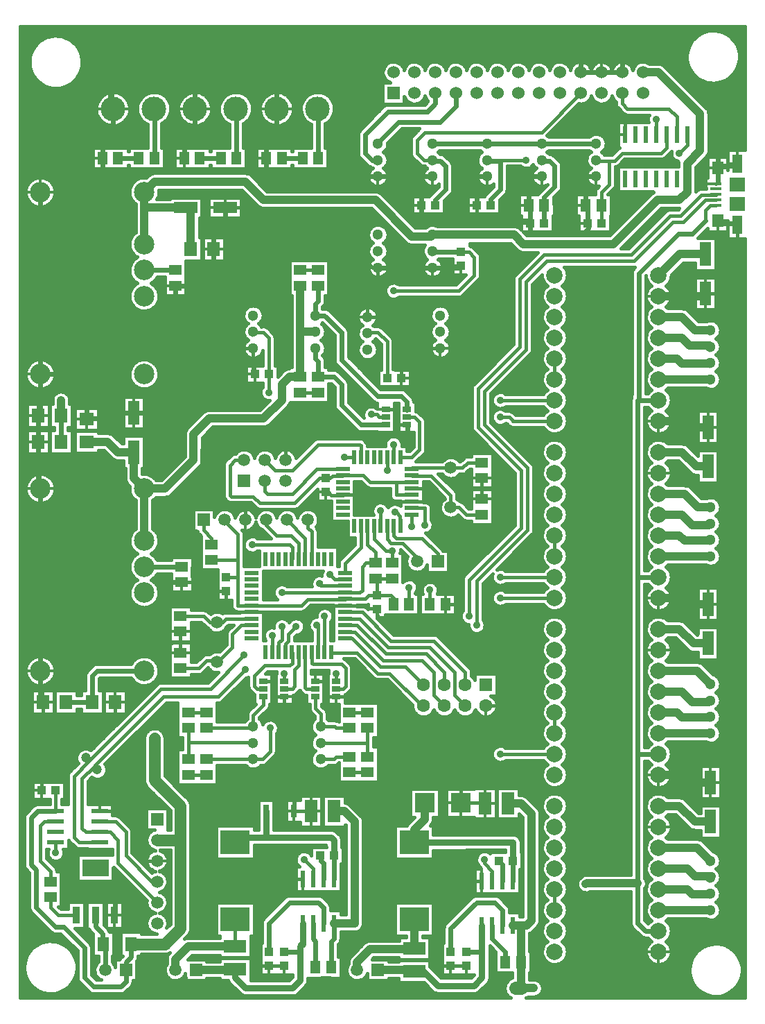
<source format=gbr>
G04 DipTrace Beta 2.3.5.2*
%INTop.gbr*%
%MOMM*%
%ADD13C,0.6*%
%ADD14C,1.0*%
%ADD15C,1.4*%
%ADD16C,0.4*%
%ADD17C,2.0*%
%ADD18C,1.6*%
%ADD19C,0.8*%
%ADD20C,0.33*%
%ADD23R,1.5X1.3*%
%ADD24R,1.0X1.1*%
%ADD25R,1.4X2.85*%
%ADD26R,1.1X1.0*%
%ADD27R,1.6X2.7*%
%ADD28R,2.7X1.6*%
%ADD29R,1.6X1.8*%
%ADD30R,1.8X1.6*%
%ADD31R,2.85X1.4*%
%ADD32R,1.3X1.5*%
%ADD33C,1.3*%
%ADD34R,2.4X2.4*%
%ADD35R,0.8X1.6*%
%ADD36R,1.4X1.8*%
%ADD37R,3.56X3.0*%
%ADD38R,1.5X1.5*%
%ADD39C,1.5*%
%ADD40R,1.35X0.4*%
%ADD41R,1.4X1.6*%
%ADD42R,1.3X2.3*%
%ADD43R,1.9X1.7*%
%ADD44C,1.2*%
%ADD45C,1.524*%
%ADD46R,1.524X1.524*%
%ADD48R,0.95X2.15*%
%ADD49R,3.25X2.15*%
%ADD50R,1.8X0.5*%
%ADD51R,0.5X1.8*%
%ADD53R,1.7X0.5*%
%ADD54R,0.5X1.7*%
%ADD55R,0.6X2.0*%
%ADD56C,2.5*%
%ADD57C,3.0*%
%ADD58R,1.0X0.7*%
%ADD59R,2.0X0.6*%
%ADD60R,1.6X1.6*%
%ADD61C,0.914*%
%FSLAX53Y53*%
G04*
G71*
G90*
G75*
G01*
%LNTop*%
%LPD*%
X27144Y103198D2*
D13*
Y109141D1*
X27065Y109220D1*
X15875Y62870D2*
D14*
Y56520D1*
X14605Y67310D2*
Y64140D1*
X15875Y62870D1*
X8890Y68580D2*
X11430D1*
X12700Y67310D1*
X14605D1*
X21273Y29840D2*
D16*
Y31900D1*
Y33660D1*
Y31900D2*
X29155D1*
X29210Y31845D1*
X43180Y33660D2*
Y31845D1*
Y30157D1*
X37465Y31845D2*
X43180D1*
X36830Y82010D2*
D14*
X35148D1*
X34925Y82233D1*
Y87635D1*
Y76513D2*
Y82233D1*
Y76513D2*
X33650D1*
X32703Y75565D1*
Y73660D1*
X30480Y71438D1*
X23812D1*
X21907Y69532D1*
Y66358D1*
X18415Y62865D1*
X15880D1*
X15875Y62870D1*
X37146Y103198D2*
D13*
Y109139D1*
X37065Y109220D1*
X5715Y68580D2*
Y71755D1*
X6350Y36830D2*
X9525D1*
Y40005D1*
X10160Y40640D1*
X15875D1*
X5715Y71755D2*
D14*
Y73660D1*
X61913Y5080D2*
Y9585D1*
X60960D1*
X62607D1*
X63183Y10160D1*
Y23177D1*
X61913Y24448D1*
X60325D1*
X38735Y4445D2*
D13*
Y7620D1*
X39052Y7937D1*
Y9840D1*
D14*
X40308D1*
X41593D1*
Y22225D1*
X40322Y23495D1*
X39053D1*
X41593Y9840D2*
D13*
X41581Y9843D1*
X61913Y5080D2*
D14*
Y1905D1*
D18*
X61278D1*
X61913D2*
D14*
X63500D1*
X17146Y103198D2*
D13*
Y109139D1*
X17065Y109220D1*
X20955Y97155D2*
X21590D1*
Y92075D1*
D14*
Y97155D1*
X15875D1*
Y99065D1*
Y92715D1*
X82232Y100645D2*
Y102552D1*
X83820Y104140D1*
Y108585D1*
X78740Y113665D1*
X76835D1*
X78740Y8890D2*
D13*
X77153D1*
X76200Y9843D1*
Y14719D1*
Y30480D1*
Y52070D1*
Y73660D1*
X76312D1*
X78740D1*
Y52070D2*
X76200D1*
X78740Y30480D2*
X76200D1*
Y14719D2*
D14*
X69964D1*
X69850Y14605D1*
X76312Y73660D2*
D13*
Y89171D1*
X81121Y93980D1*
X82867D1*
X84455Y95567D1*
D16*
Y96837D1*
X85090Y97473D1*
X85725D1*
X71120Y104965D2*
D13*
X64453D1*
X57785D1*
X51117D1*
X15875Y99065D2*
D14*
X17140Y100330D1*
X28258D1*
X30480Y98108D1*
X44133D1*
X48578Y93663D1*
X50928D1*
X51117Y93853D1*
X61087D1*
X62230Y92710D1*
X69850D1*
X73184D1*
X78581Y98108D1*
X81280D1*
X82232Y99059D1*
Y100645D1*
X5080Y26035D2*
D16*
Y23495D1*
X13653Y4128D2*
D13*
Y5080D1*
X14288Y5716D1*
Y7302D1*
D15*
X18415D1*
X20320Y9208D1*
Y20003D1*
X17463D1*
X17145Y32385D2*
Y27305D1*
X20320Y24130D1*
Y20003D1*
X29035Y48593D2*
D16*
X35099D1*
X35877Y49371D1*
X40413D1*
X40435Y49393D1*
X29035Y48593D2*
X27305D1*
Y52070D1*
Y54139D1*
Y57309D1*
X25718Y58896D1*
Y59055D1*
X40435Y49393D2*
X42884D1*
X43339Y49847D1*
X44291D1*
X25876Y52070D2*
X27305D1*
X24130Y54139D2*
X27305D1*
X44133Y51911D2*
X44339D1*
X46196D1*
X44339D2*
Y49895D1*
X44291Y49847D1*
X13653Y4128D2*
D13*
Y2699D1*
X13018Y2064D1*
X9684D1*
X8572Y3175D1*
Y6826D1*
X6032Y9366D1*
X5080D1*
X2699Y11748D1*
Y16351D1*
X2064Y16986D1*
Y22701D1*
X2857Y23495D1*
X5080D1*
X40177Y64490D2*
D16*
X42666D1*
X43498Y63659D1*
X46672D1*
X48546D1*
X48577Y63690D1*
Y62090D2*
X46672D1*
Y63659D1*
X38100Y64135D2*
X38576D1*
X38894Y64453D1*
X40139D1*
X40177Y64490D1*
X38100Y64135D2*
X37306D1*
X34290Y61119D1*
X30004D1*
X29210Y61913D1*
X26511D1*
X26353Y62071D1*
Y65722D1*
X26987Y66357D1*
X28099D1*
X46355Y48736D2*
Y49530D1*
X46038Y49847D1*
X44291D1*
X10801Y103198D2*
D13*
Y105585D1*
X12065Y106849D1*
Y109220D1*
X20799Y103199D2*
Y104945D1*
X22065Y106211D1*
Y109220D1*
X30801Y103198D2*
Y105421D1*
X32065Y106685D1*
Y109220D1*
X3175Y99065D2*
Y76835D1*
Y72015D1*
X2915Y71755D1*
Y68580D1*
Y63130D1*
X3175Y62870D1*
Y44033D1*
Y40640D1*
Y37205D1*
X3550Y36830D1*
X8890Y71380D2*
Y76835D1*
X3175D1*
X32065Y109220D2*
Y116522D1*
X22065D1*
X11748D1*
Y109538D1*
X12065Y109220D1*
X22065D2*
Y116522D1*
X25759Y97155D2*
Y95291D1*
X24390Y93922D1*
Y92075D1*
X69215Y113665D2*
X71755D1*
X74295D1*
X69215D2*
Y116522D1*
X32065D1*
X85950Y101973D2*
Y102246D1*
X88123D1*
X88400Y102522D1*
X85950Y101973D2*
Y100297D1*
D16*
X85725Y100072D1*
X85950Y95572D2*
D13*
Y95260D1*
X88163D1*
X88400Y95022D1*
X19685Y87630D2*
Y82343D1*
Y80010D1*
Y72390D1*
X19409Y72114D1*
X14605D1*
X11154D1*
X10477Y71438D1*
X8947D1*
X8890Y71380D1*
X24390Y92075D2*
Y88207D1*
X23812Y87630D1*
X19685D1*
X20479Y51435D2*
X18415D1*
Y44033D1*
X3175D1*
X84772Y70368D2*
D14*
X81413D1*
X80661Y71120D1*
X78740D1*
X84455Y86678D2*
Y86360D1*
X78740D1*
X84772Y48778D2*
X81570D1*
X80817Y49530D1*
X78740D1*
X85090Y27029D2*
X81567D1*
X80656Y27940D1*
X78740D1*
X85950Y101973D2*
D13*
Y109630D1*
X79058Y116522D1*
X74295D1*
Y113665D1*
X70055Y95250D2*
Y97267D1*
X69850Y97473D1*
X63070Y95250D2*
Y97272D1*
X62870Y97473D1*
X69850D2*
Y100965D1*
X71120D1*
X62870Y97473D2*
Y100965D1*
X64453D1*
X56515Y97473D2*
Y100965D1*
X57785D1*
X49735Y97473D2*
Y100965D1*
X51117D1*
X54610Y90057D2*
Y89853D1*
X51117D1*
X44450D2*
X54610D1*
X49735Y97473D2*
Y96315D1*
X50482Y95567D1*
X56515D1*
X62752D1*
X63070Y95250D1*
Y94410D1*
X63500Y93980D1*
X69532D1*
X70168Y94615D1*
Y95138D1*
X70055Y95250D1*
X44450Y100965D2*
X51117D1*
X44450D2*
X30801D1*
Y103198D1*
X19685Y82343D2*
X11637D1*
X10801Y83179D1*
Y103198D1*
X74612Y106045D2*
D16*
Y107950D1*
X56515Y97473D2*
Y95567D1*
X44450Y89853D2*
X43815D1*
X41910Y91757D1*
Y95250D1*
X40958Y96203D1*
X28893D1*
X27940Y97155D1*
X25759D1*
X54565Y24510D2*
X57462D1*
X57525Y24448D1*
X57150Y14985D2*
X51752D1*
X44768D1*
Y26035D1*
X47308D1*
X48260Y26988D1*
X54610D1*
Y24555D1*
X54565Y24510D1*
X53340Y4650D2*
X55245D1*
X53340D2*
X51752D1*
Y14985D1*
X36252Y23495D2*
X34290D1*
X34197D1*
X34290D2*
Y26035D1*
X44768D1*
X35242Y15240D2*
X29845D1*
X24448D1*
X23812Y15875D1*
Y17463D1*
Y23812D1*
X26035Y26035D1*
X33020D1*
X34290D1*
X33020Y4650D2*
X31115D1*
X29845D1*
Y15240D1*
X17463Y17463D2*
X16037D1*
X14605Y18895D1*
Y21907D1*
X13018Y23495D1*
X10480D1*
X12383Y13335D2*
Y10958D1*
X12220Y10795D1*
X3492Y33020D2*
Y34449D1*
Y36773D1*
X3550Y36830D1*
X22225Y17463D2*
X23812D1*
X30420Y39370D2*
X31433D1*
X31750Y39053D1*
Y37782D1*
X32068Y37465D1*
X33015D1*
X33020Y37470D1*
X36770Y39370D2*
X37782D1*
X38100Y39053D1*
Y37782D1*
X38417Y37465D1*
X39365D1*
X39370Y37470D1*
X29035Y47793D2*
X35410D1*
X36195Y48578D1*
X40419D1*
X40435Y48593D1*
X57150Y61590D2*
Y62865D1*
Y64140D1*
X40435Y48593D2*
X42847D1*
X43180Y48260D1*
X44291D1*
Y47466D1*
X44609Y47149D1*
X53181D1*
X54928Y45403D1*
X54292Y46038D1*
Y48741D1*
Y52229D1*
X56269Y54205D1*
X59849Y57785D1*
Y62865D1*
X57150D1*
X48577Y61290D2*
X51276D1*
Y62865D1*
X48602D1*
X48577Y62890D1*
X51276Y61290D2*
Y59198D1*
X56269Y54205D1*
X33020Y37470D2*
Y26035D1*
X39370Y37465D2*
X43974D1*
X44926Y36512D1*
Y31750D1*
Y26035D1*
X44768D1*
X44926Y31750D2*
X62706D1*
Y43974D1*
X56356D1*
X54928Y45403D1*
X44291Y48148D2*
Y48260D1*
X25876Y50370D2*
Y47784D1*
X29026D1*
X29035Y47793D1*
X25876Y50370D2*
X23168D1*
X22225Y51313D1*
X22103Y51435D1*
X20479D1*
X28258Y59055D2*
Y60484D1*
X25082D1*
X21114D1*
X20955Y60325D1*
Y56197D1*
X22225Y54928D1*
Y51313D1*
X12325Y36830D2*
Y35344D1*
X11430Y34449D1*
X4604D1*
X3492D1*
X3380Y26035D2*
Y30209D1*
X4604Y31433D1*
Y34449D1*
X33179Y66357D2*
Y67469D1*
X32544Y68104D1*
X26353D1*
X25082Y66834D1*
Y60484D1*
X40177Y62090D2*
X44749D1*
X45561Y61278D1*
X48565D1*
X48577Y61290D1*
X38100Y62435D2*
X38371D1*
X38735Y62071D1*
X40158D1*
X40177Y62090D1*
X47261Y76359D2*
Y80010D1*
X47308D1*
Y81915D1*
X45403Y83820D1*
X43180D1*
X48002Y70644D2*
X46990D1*
X46672Y70961D1*
Y72231D1*
X46360Y72544D1*
X45403D1*
X52070Y80010D2*
X47308D1*
X29415Y76835D2*
X29210D1*
Y80010D1*
X20320Y42857D2*
Y44090D1*
Y45407D1*
Y44090D2*
X18415Y44033D1*
X29210Y80010D2*
X19685D1*
X88400Y95022D2*
Y93163D1*
X86995Y91757D1*
Y87154D1*
X86519Y86678D1*
X84455D1*
X57626Y36354D2*
X60008D1*
Y40322D1*
X54928Y45403D1*
X32544Y68104D2*
X32465Y68183D1*
Y69691D1*
X48101D1*
Y70545D1*
X48002Y70644D1*
X43180Y83820D2*
Y86995D1*
X44450Y88265D1*
Y89853D1*
X52705Y48741D2*
X54292D1*
X34925Y89535D2*
X37147D1*
X20320Y40958D2*
X22543D1*
X23495Y41910D1*
X24575D1*
X24765Y41720D1*
X24893D1*
X26670Y43498D1*
Y45085D1*
X27778Y46193D1*
X29035D1*
X33135Y42893D2*
Y43931D1*
X33500Y44296D1*
Y45090D1*
X34452Y46042D1*
X50805Y50488D2*
Y48741D1*
X55086Y38894D2*
Y40481D1*
X51276Y44291D1*
X46037D1*
X42545Y47784D1*
X40444D1*
X40435Y47793D1*
X84455Y91481D2*
D14*
X81322D1*
X78740Y88900D1*
X55086Y36354D2*
D16*
X53816Y37624D1*
Y40481D1*
X50800Y43498D1*
X45720D1*
X42227Y46990D1*
X40438D1*
X40435Y46993D1*
X66040Y76200D2*
Y78740D1*
X78740Y83820D2*
D14*
X81597D1*
X83185Y82233D1*
X85058D1*
X85090Y82200D1*
X78740Y81280D2*
X81597D1*
X82550Y80328D1*
X84962D1*
X85090Y80200D1*
X78740Y78740D2*
X80962D1*
X81597Y78105D1*
X84995D1*
X85090Y78200D1*
X84772Y43974D2*
X83026D1*
X81280Y45720D1*
X78740D1*
X85090Y22225D2*
X83185D1*
X81280Y24130D1*
X78740D1*
X20320Y47308D2*
D16*
X23177D1*
X23939Y46546D1*
X24765D1*
X25432D1*
X25876Y46990D1*
X29032D1*
X29035Y46993D1*
X78740Y76200D2*
D14*
X85090D1*
X30798Y59055D2*
D16*
Y58419D1*
X32068Y57150D1*
X33814D1*
X34766Y56197D1*
Y54324D1*
X34735Y54293D1*
X66040Y11430D2*
Y13970D1*
X78740Y19050D2*
D14*
X83470D1*
X85090Y17430D1*
X78740Y16510D2*
X82233D1*
X83185Y15557D1*
X85218D1*
X85090Y15430D1*
X78740Y13970D2*
X82233D1*
X82867Y13335D1*
X84995D1*
X85090Y13430D1*
X78740Y11430D2*
X85090D1*
X33338Y59055D2*
D16*
X35560Y56833D1*
Y54318D1*
X35535Y54293D1*
X66040Y33020D2*
Y35560D1*
X78740Y40640D2*
D14*
X83470D1*
X85090Y39020D1*
X78740Y38100D2*
X81597D1*
X82867Y36830D1*
X84900D1*
X85090Y37020D1*
X78740Y35560D2*
X80962D1*
X81597Y34925D1*
X84995D1*
X85090Y35020D1*
X78740Y33020D2*
X85090D1*
X35878Y59055D2*
D16*
Y58102D1*
X36354Y57626D1*
Y54312D1*
X36335Y54293D1*
X66040Y54610D2*
Y57150D1*
X78740Y62230D2*
D14*
X81915D1*
X83502Y60643D1*
X85058D1*
X85090Y60610D1*
X78740Y59690D2*
X81597D1*
X82867Y58420D1*
X84900D1*
X85090Y58610D1*
X78740Y57150D2*
X81280D1*
X81915Y56515D1*
X84995D1*
X85090Y56610D1*
X29051Y56039D2*
D16*
X33655D1*
X33972Y55721D1*
Y54331D1*
X33935Y54293D1*
X24130Y56039D2*
Y56833D1*
X23178Y57785D1*
Y59055D1*
X52546Y38894D2*
Y40481D1*
X50324Y42704D1*
X45403D1*
X41910Y46196D1*
X40438D1*
X40435Y46193D1*
X52546Y36354D2*
X51276Y37624D1*
Y40481D1*
X49847Y41910D1*
X45085D1*
X41593Y45403D1*
X40444D1*
X40435Y45393D1*
X53340Y65405D2*
X48692D1*
X48577Y65290D1*
X53340Y65405D2*
X54769D1*
X55404Y66040D1*
X57150D1*
X53340Y60579D2*
Y62071D1*
X50959Y64453D1*
X48614D1*
X48577Y64490D1*
X53340Y60579D2*
X54356D1*
X55245Y59690D1*
X57150D1*
X40435Y51793D2*
X39171D1*
X38576Y52387D1*
X44768Y60166D2*
Y58300D1*
X44777Y58290D1*
X48255Y48736D2*
Y50795D1*
X40435Y52593D2*
Y53770D1*
X42386Y55721D1*
Y58281D1*
X42377Y58290D1*
X30639Y63817D2*
Y62547D1*
X30956Y62230D1*
X33972D1*
X36989Y65246D1*
X40133D1*
X40177Y65290D1*
X84772Y65564D2*
D14*
X83344D1*
X81597Y67310D1*
X78740D1*
X40322Y66675D2*
D16*
X41562D1*
X41577Y66690D1*
X30639Y66357D2*
X31909Y65087D1*
X33972D1*
X37148Y68263D1*
X42227D1*
X42386Y68104D1*
Y66699D1*
X42377Y66690D1*
X31115Y76835D2*
Y81280D1*
X30480Y81915D1*
X29305D1*
X29210Y82010D1*
X31115Y76835D2*
Y74612D1*
X46514Y60008D2*
X46672D1*
X47149Y59531D1*
Y58318D1*
X47177Y58290D1*
X48578Y58261D2*
X48577D1*
Y59690D1*
X50165Y58420D2*
Y60490D1*
X48577D1*
X50006Y38894D2*
X47784Y41116D1*
X44768D1*
X41291Y44593D1*
X40435D1*
X50006Y36354D2*
X49847D1*
X45879Y40322D1*
X44450D1*
X41910Y42863D1*
X38766D1*
X38735Y42893D1*
X45561Y76359D2*
Y80804D1*
X44450Y81915D1*
X43275D1*
X43180Y81820D1*
X45561Y65087D2*
Y66674D1*
X45577Y66690D1*
X32335Y42893D2*
Y44083D1*
X32703Y44450D1*
Y46038D1*
X35401Y17621D2*
X36512Y16511D1*
Y15240D1*
X53340Y6350D2*
D13*
Y9208D1*
X56515Y12383D1*
X58738D1*
X59690Y11430D1*
Y9585D1*
Y14985D2*
Y17032D1*
X59260Y17463D1*
X60960D2*
Y14985D1*
X48895Y19685D2*
D14*
Y21273D1*
X50165Y22543D1*
Y24510D1*
X48895Y19685D2*
D19*
X60960D1*
Y17463D1*
X60012Y5080D2*
D13*
Y6345D1*
X58420Y7938D1*
Y9585D1*
X41910Y4128D2*
D14*
Y5080D1*
X43498Y6667D1*
X48833D1*
X48895Y6730D1*
Y10285D1*
X55245Y6350D2*
D13*
X57150D1*
Y9585D1*
X44450Y4128D2*
D14*
X48697D1*
X48895Y3930D1*
D19*
X50045D1*
X51752Y2222D1*
X56197D1*
X57150Y3175D1*
Y9585D1*
X31115Y6350D2*
D13*
Y9843D1*
X33655Y12383D1*
X37148D1*
X37782Y11748D1*
Y9840D1*
Y15240D2*
Y17146D1*
X37465Y17463D1*
Y17984D1*
X37352Y18097D1*
X39052D2*
Y15240D1*
Y18097D2*
D19*
Y20003D1*
X38735Y20320D1*
X30797D1*
X27623D1*
X26988Y19685D1*
X30797Y23495D2*
Y20320D1*
X31535Y42893D2*
D16*
Y44926D1*
X57468Y17621D2*
Y17145D1*
X58420Y16192D1*
Y14985D1*
X36835Y4445D2*
D13*
Y7615D1*
X36512Y7938D1*
Y9840D1*
X26988Y6985D2*
D16*
Y10285D1*
X19685Y4128D2*
D14*
Y5398D1*
X21273Y6985D1*
X26988D1*
X33020Y6350D2*
D13*
X34925D1*
Y7302D1*
X35242Y7619D1*
Y9840D1*
X22225Y4128D2*
D14*
X26930D1*
X26988Y4185D1*
D19*
Y3174D1*
X28258Y1905D1*
X33972D1*
X34925Y2857D1*
Y6985D1*
X35242Y7302D1*
Y9840D1*
X71750Y97473D2*
D16*
Y99055D1*
X72707Y100013D1*
Y102870D1*
X71215D1*
X71120Y102965D1*
X79692Y106045D2*
Y104457D1*
X79058Y103822D1*
X74295D1*
X73343Y102870D1*
X72707D1*
X71755Y95250D2*
Y97468D1*
X71750Y97473D1*
X64770D2*
D13*
Y98425D1*
X66040Y99695D1*
Y102235D1*
X65405Y102870D1*
X64547D1*
X64453Y102965D1*
X64770Y95250D2*
Y97473D1*
X81280Y103822D2*
D16*
X82232Y104775D1*
Y106045D1*
X51752Y53975D2*
Y54928D1*
X49847Y56833D1*
X46672D1*
X46355Y57150D1*
Y58268D1*
X46377Y58290D1*
X49212Y53975D2*
Y54451D1*
X47466Y56197D1*
X46038D1*
X45561Y56674D1*
Y58274D1*
X45577Y58290D1*
X30420Y38420D2*
X29684D1*
X29369Y38735D1*
Y40005D1*
X30639Y41275D1*
X33655D1*
X33972Y41593D1*
Y42855D1*
X33935Y42893D1*
X33020Y38420D2*
X33975D1*
X34290Y38735D1*
Y40799D1*
X34766Y41275D1*
Y42862D1*
X34735Y42893D1*
X45403Y71594D2*
X44611D1*
X44291Y71914D1*
X43656D1*
X46355Y68263D2*
Y66712D1*
X46377Y66690D1*
X48002Y71594D2*
X48910D1*
X49530Y70974D1*
Y67627D1*
X48578Y66675D1*
X47192D1*
X47177Y66690D1*
X20479Y53335D2*
D13*
X15880D1*
X15875Y53340D1*
X19685Y89530D2*
X15880D1*
X15875Y89535D1*
X78740Y54610D2*
D14*
X85090D1*
X23495Y33660D2*
D16*
X29025D1*
X29210Y33845D1*
Y35242D1*
X30480Y36512D1*
Y37410D1*
X30420Y37470D1*
X23495Y29840D2*
X29205D1*
X29210Y29845D1*
X33020Y39370D2*
Y40322D1*
X31274Y33655D2*
Y30797D1*
X30321Y29845D1*
X29210D1*
X37465Y33845D2*
Y35401D1*
X36830Y36036D1*
Y37410D1*
X36770Y37470D1*
X37465Y33845D2*
X39180D1*
X39370Y33655D1*
X40958D1*
X39370Y39370D2*
Y40322D1*
X37465Y29845D2*
X39053D1*
X39370Y30162D1*
X40953D1*
X40958Y30157D1*
X35535Y42893D2*
Y38601D1*
X35719Y38417D1*
X36768D1*
X36770Y38420D1*
X39370D2*
X40166D1*
X40481Y38735D1*
Y40957D1*
X40005Y41434D1*
X36513D1*
X36354Y41593D1*
Y42874D1*
X36335Y42893D1*
X37935D2*
Y47308D1*
X55562D2*
Y51752D1*
X61913Y58102D1*
Y65087D1*
X56674Y70326D1*
Y75089D1*
X61754Y80169D1*
Y88424D1*
X64770Y91440D1*
X75406D1*
X80169Y96203D1*
X81439D1*
X83979Y98743D1*
X85695D1*
X85725Y98772D1*
X37135Y42893D2*
Y46050D1*
X36989Y46196D1*
X56515D2*
Y51594D1*
X62706Y57785D1*
Y65405D1*
X57468Y70644D1*
Y74771D1*
X62547Y79851D1*
Y88106D1*
X65087Y90646D1*
X75724D1*
X80486Y95409D1*
X81756D1*
X84455Y98108D1*
X85710D1*
X85725Y98123D1*
X7620Y10795D2*
X5398D1*
X4445Y11748D1*
Y13023D1*
Y14922D2*
Y16192D1*
X3175Y17463D1*
Y21749D1*
X3651Y22225D1*
X5080D1*
X9920Y10795D2*
D13*
Y9447D1*
X10795Y8572D1*
Y7395D1*
X10888Y7302D1*
X11112D1*
Y4128D1*
X5080Y19685D2*
D16*
Y18415D1*
X17463Y14923D2*
X16827D1*
X13653Y18098D1*
Y20955D1*
X12383Y22225D1*
X10480D1*
X37148Y76513D2*
D13*
Y78422D1*
X36830Y78740D1*
Y80010D1*
X37148Y76513D2*
X39057D1*
X40005Y75565D1*
Y73025D1*
X42386Y70644D1*
X45403D1*
X37147Y87635D2*
Y85724D1*
X36830Y85407D1*
Y84010D1*
X37910D1*
X40005Y81915D1*
Y78581D1*
X44450Y74136D1*
X47308D1*
X47942Y73501D1*
Y72484D1*
X48002Y72544D1*
X32701Y103198D2*
X35246D1*
X22699Y103199D2*
X25244D1*
Y103198D1*
X12701D2*
X15246D1*
X21273Y27940D2*
D16*
X23495D1*
X34925Y74612D2*
X37148D1*
X40958Y35555D2*
X43175D1*
X43180Y35560D1*
X40958Y28258D2*
X43180D1*
Y28257D1*
X23495Y35560D2*
X21273D1*
X59373Y73660D2*
X66040D1*
X59373Y71596D2*
X60484D1*
X60903Y71177D1*
Y71120D1*
X66040D1*
X59373Y30480D2*
X66040D1*
X59373Y52070D2*
X66040D1*
X59373Y49530D2*
X66040D1*
X44450Y104965D2*
D13*
Y105093D1*
X46990Y107632D1*
X52070D1*
X53975Y109538D1*
Y111125D1*
X44450Y102965D2*
X43720D1*
X42863Y103822D1*
Y106045D1*
X45720Y108902D1*
X50482D1*
X51435Y109855D1*
Y111125D1*
X54610Y91757D2*
X51213D1*
X51117Y91853D1*
X46355Y86995D2*
D16*
X54292D1*
X56197Y88900D1*
Y91123D1*
X55563Y91757D1*
X54610D1*
X51435Y97473D2*
D13*
Y98108D1*
X52705Y99377D1*
Y102235D1*
X52070Y102870D1*
X51212D1*
X51117Y102965D1*
D16*
X50070D1*
X49212Y103822D1*
Y105410D1*
X50165Y106362D1*
X64453D1*
X69215Y111125D1*
X58215Y97473D2*
D13*
Y98220D1*
X59373Y99377D1*
Y102870D1*
X57880D1*
X57785Y102965D1*
D16*
X62547D1*
X80962Y106045D2*
Y108268D1*
X80010Y109220D1*
X74930D1*
X74295Y109855D1*
Y111125D1*
X78422Y106045D2*
Y107950D1*
X17463Y12383D2*
X12700Y17146D1*
Y20003D1*
X11748Y20955D1*
X10480D1*
X46196Y53811D2*
Y55245D1*
X45403D1*
X43977Y56671D1*
Y58290D1*
X40435Y50993D2*
X37465D1*
Y51435D1*
X37306Y51276D1*
X28258Y40799D2*
X24924Y37465D1*
X18256D1*
X9872Y29081D1*
X9761Y28970D1*
X8255Y27464D1*
Y21431D1*
X8731Y20955D1*
X10480D1*
X9872Y29081D2*
Y28867D1*
X10161Y28578D1*
X10153D1*
X9761Y28970D1*
X40435Y50193D2*
X42256D1*
X42545Y50482D1*
Y53340D1*
X43016Y53811D1*
X44133D1*
Y55086D1*
X43180Y56039D1*
Y58287D1*
X43177Y58290D1*
X40435Y50193D2*
X32703D1*
X28099Y42545D2*
X23971Y38417D1*
X17939D1*
X9361Y29839D1*
X9097Y29576D1*
X7302Y27781D1*
Y20320D1*
X7938Y19685D1*
X10480D1*
X9361Y29839D2*
X8900D1*
X8732Y30007D1*
Y29941D1*
X9097Y29576D1*
D61*
X5715Y73660D3*
X41581Y9843D3*
X40308Y9840D3*
X61278Y1905D3*
X63500D3*
X69850Y14605D3*
Y92710D3*
X17145Y32385D3*
X69850Y14605D3*
X74612Y107950D3*
X12383Y13335D3*
X3492Y33020D3*
X22225Y17463D3*
X34452Y46042D3*
X50805Y50488D3*
X29051Y56039D3*
X38576Y52387D3*
X44768Y60166D3*
X48255Y50795D3*
X40322Y66675D3*
X31115Y74612D3*
X46514Y60008D3*
X48578Y58261D3*
X50165Y58420D3*
X45561Y65087D3*
X32703Y46038D3*
X35401Y17621D3*
X31535Y44926D3*
X57468Y17621D3*
X81280Y103822D3*
X43656Y71914D3*
X46355Y68263D3*
X33020Y40322D3*
X31274Y33655D3*
X39370Y40322D3*
X37935Y47308D3*
X55562D3*
X36989Y46196D3*
X56515D3*
X5080Y18415D3*
X59373Y73660D3*
Y71596D3*
Y30480D3*
Y52070D3*
Y49530D3*
X46355Y86995D3*
X62547Y102965D3*
X78422Y107950D3*
X37306Y51276D3*
X46196Y55245D3*
X28258Y40799D3*
X37306Y51276D3*
X32703Y50193D3*
X28099Y42545D3*
X28258Y36989D3*
X31433Y51911D3*
X76041Y93504D3*
X78422Y95885D3*
X67945Y26035D3*
X68263Y13018D3*
Y8096D3*
X68104Y31909D3*
X740Y118903D2*
D16*
X89263D1*
X740Y118507D2*
X84088D1*
X86724D2*
X89263D1*
X740Y118110D2*
X4619D1*
X5543D2*
X83413D1*
X87399D2*
X89263D1*
X740Y117713D2*
X3444D1*
X6712D2*
X82988D1*
X87831D2*
X89263D1*
X740Y117317D2*
X2901D1*
X7262D2*
X82682D1*
X88131D2*
X89263D1*
X740Y116920D2*
X2526D1*
X7637D2*
X82463D1*
X88349D2*
X89263D1*
X740Y116523D2*
X2257D1*
X7899D2*
X82307D1*
X88506D2*
X89263D1*
X740Y116127D2*
X2069D1*
X8093D2*
X82213D1*
X88599D2*
X89263D1*
X740Y115730D2*
X1938D1*
X8224D2*
X82169D1*
X88649D2*
X89263D1*
X740Y115333D2*
X1863D1*
X8299D2*
X82176D1*
X88643D2*
X89263D1*
X740Y114937D2*
X1838D1*
X8324D2*
X46013D1*
X46699D2*
X48551D1*
X49237D2*
X51088D1*
X51781D2*
X53632D1*
X54318D2*
X56169D1*
X56862D2*
X58713D1*
X59399D2*
X61251D1*
X61937D2*
X63788D1*
X64481D2*
X66332D1*
X67018D2*
X68869D1*
X69562D2*
X71413D1*
X72099D2*
X73951D1*
X74637D2*
X76488D1*
X77181D2*
X82226D1*
X88587D2*
X89263D1*
X740Y114540D2*
X1863D1*
X8299D2*
X45344D1*
X47368D2*
X47882D1*
X49906D2*
X50426D1*
X52449D2*
X52963D1*
X54987D2*
X55501D1*
X57524D2*
X58044D1*
X60068D2*
X60582D1*
X62606D2*
X63126D1*
X65149D2*
X65663D1*
X67687D2*
X68201D1*
X70224D2*
X70744D1*
X72768D2*
X73282D1*
X75306D2*
X75826D1*
X79356D2*
X82332D1*
X88481D2*
X89263D1*
X740Y114143D2*
X1938D1*
X8224D2*
X45101D1*
X79781D2*
X82501D1*
X88318D2*
X89263D1*
X740Y113747D2*
X2063D1*
X8093D2*
X45007D1*
X80174D2*
X82732D1*
X88081D2*
X89263D1*
X740Y113350D2*
X2257D1*
X7906D2*
X45044D1*
X80574D2*
X83057D1*
X87756D2*
X89263D1*
X740Y112953D2*
X2526D1*
X7637D2*
X45219D1*
X80968D2*
X83519D1*
X87293D2*
X89263D1*
X740Y112557D2*
X2894D1*
X7268D2*
X45619D1*
X81368D2*
X84282D1*
X86531D2*
X89263D1*
X740Y112160D2*
X3438D1*
X6718D2*
X45007D1*
X81762D2*
X89263D1*
X740Y111763D2*
X4594D1*
X5568D2*
X45007D1*
X82162D2*
X89263D1*
X740Y111367D2*
X45007D1*
X82556D2*
X89263D1*
X740Y110970D2*
X10963D1*
X13162D2*
X15963D1*
X18162D2*
X20963D1*
X23162D2*
X25963D1*
X28162D2*
X30963D1*
X33162D2*
X35963D1*
X38162D2*
X45007D1*
X82956D2*
X89263D1*
X740Y110573D2*
X10488D1*
X13637D2*
X15488D1*
X18637D2*
X20488D1*
X23637D2*
X25488D1*
X28637D2*
X30488D1*
X33637D2*
X35488D1*
X38637D2*
X45007D1*
X83349D2*
X89263D1*
X740Y110177D2*
X10219D1*
X13912D2*
X15219D1*
X18912D2*
X20219D1*
X23912D2*
X25219D1*
X28912D2*
X30219D1*
X33912D2*
X35219D1*
X38912D2*
X45007D1*
X47706D2*
X47957D1*
X49837D2*
X50494D1*
X70156D2*
X70813D1*
X72693D2*
X73357D1*
X83749D2*
X89263D1*
X740Y109780D2*
X10057D1*
X14074D2*
X15057D1*
X19074D2*
X20057D1*
X24074D2*
X25057D1*
X29074D2*
X30057D1*
X34074D2*
X35057D1*
X39074D2*
X50126D1*
X68962D2*
X73513D1*
X84143D2*
X89263D1*
X740Y109383D2*
X9988D1*
X14143D2*
X14988D1*
X19143D2*
X19988D1*
X24143D2*
X24988D1*
X29143D2*
X29988D1*
X34143D2*
X34988D1*
X39143D2*
X44963D1*
X68568D2*
X73676D1*
X84543D2*
X89263D1*
X740Y108987D2*
X9994D1*
X14137D2*
X14994D1*
X19137D2*
X19994D1*
X24137D2*
X24994D1*
X29137D2*
X29994D1*
X34137D2*
X34994D1*
X39137D2*
X44569D1*
X68168D2*
X74069D1*
X84824D2*
X89263D1*
X740Y108590D2*
X10082D1*
X14049D2*
X15082D1*
X19049D2*
X20082D1*
X24049D2*
X25082D1*
X29049D2*
X30082D1*
X34049D2*
X35082D1*
X39049D2*
X44169D1*
X67774D2*
X74488D1*
X84906D2*
X89263D1*
X740Y108193D2*
X10257D1*
X13874D2*
X15257D1*
X18874D2*
X20257D1*
X23874D2*
X25257D1*
X28874D2*
X30257D1*
X33874D2*
X35257D1*
X38874D2*
X43776D1*
X67381D2*
X77407D1*
X84906D2*
X89263D1*
X740Y107797D2*
X10557D1*
X13574D2*
X15557D1*
X18574D2*
X20557D1*
X23574D2*
X25557D1*
X28574D2*
X30557D1*
X33574D2*
X35557D1*
X38574D2*
X43376D1*
X66981D2*
X77394D1*
X84906D2*
X89263D1*
X740Y107400D2*
X11088D1*
X13037D2*
X16088D1*
X18037D2*
X21088D1*
X23037D2*
X26088D1*
X28037D2*
X31088D1*
X33037D2*
X36088D1*
X38037D2*
X42982D1*
X66587D2*
X73726D1*
X84906D2*
X89263D1*
X740Y107003D2*
X16263D1*
X18031D2*
X26257D1*
X28031D2*
X36263D1*
X38031D2*
X42582D1*
X66187D2*
X73726D1*
X84906D2*
X89263D1*
X740Y106607D2*
X16263D1*
X18031D2*
X26257D1*
X28031D2*
X36263D1*
X38031D2*
X42188D1*
X47199D2*
X49313D1*
X65793D2*
X73726D1*
X84906D2*
X89263D1*
X740Y106210D2*
X16263D1*
X18031D2*
X26257D1*
X28031D2*
X36263D1*
X38031D2*
X41994D1*
X46806D2*
X48919D1*
X65393D2*
X73726D1*
X84906D2*
X89263D1*
X740Y105813D2*
X16263D1*
X18031D2*
X26257D1*
X28031D2*
X36263D1*
X38031D2*
X41976D1*
X46406D2*
X48544D1*
X65337D2*
X70238D1*
X72006D2*
X73726D1*
X84906D2*
X89263D1*
X740Y105417D2*
X16263D1*
X18031D2*
X26257D1*
X28031D2*
X36263D1*
X38031D2*
X41976D1*
X46012D2*
X48426D1*
X72268D2*
X73726D1*
X84906D2*
X89263D1*
X740Y105020D2*
X16263D1*
X18031D2*
X26257D1*
X28031D2*
X36263D1*
X38031D2*
X41976D1*
X45687D2*
X48426D1*
X72356D2*
X73726D1*
X84906D2*
X89263D1*
X740Y104623D2*
X16263D1*
X18031D2*
X26257D1*
X28031D2*
X36263D1*
X38031D2*
X41976D1*
X45637D2*
X48426D1*
X72306D2*
X73726D1*
X84906D2*
X89263D1*
X740Y104227D2*
X9563D1*
X18381D2*
X19563D1*
X28381D2*
X29563D1*
X38381D2*
X41976D1*
X45431D2*
X48426D1*
X72099D2*
X73607D1*
X84906D2*
X89263D1*
X740Y103830D2*
X9563D1*
X18381D2*
X19563D1*
X28381D2*
X29563D1*
X38381D2*
X41976D1*
X45318D2*
X48426D1*
X51981D2*
X56919D1*
X65318D2*
X70257D1*
X71987D2*
X73207D1*
X84856D2*
X87163D1*
X740Y103433D2*
X9563D1*
X18381D2*
X19563D1*
X28381D2*
X29563D1*
X38381D2*
X42069D1*
X45593D2*
X48538D1*
X52743D2*
X56644D1*
X66081D2*
X69982D1*
X79762D2*
X80313D1*
X84631D2*
X87163D1*
X740Y103037D2*
X9563D1*
X18381D2*
X19563D1*
X28381D2*
X29563D1*
X38381D2*
X42413D1*
X45681D2*
X48907D1*
X53137D2*
X56551D1*
X66474D2*
X69888D1*
X74606D2*
X80619D1*
X84237D2*
X84663D1*
X740Y102640D2*
X9563D1*
X18381D2*
X19563D1*
X28381D2*
X29563D1*
X38381D2*
X42807D1*
X45643D2*
X49301D1*
X53487D2*
X56594D1*
X66824D2*
X69932D1*
X74206D2*
X81151D1*
X83837D2*
X84663D1*
X740Y102243D2*
X9563D1*
X18381D2*
X19563D1*
X28381D2*
X29563D1*
X38381D2*
X43238D1*
X45443D2*
X49844D1*
X53593D2*
X56794D1*
X66924D2*
X70126D1*
X73787D2*
X81144D1*
X83443D2*
X84663D1*
X740Y101847D2*
X43601D1*
X45299D2*
X50269D1*
X53593D2*
X56938D1*
X60256D2*
X63607D1*
X66924D2*
X70269D1*
X73493D2*
X73726D1*
X83318D2*
X84663D1*
X740Y101450D2*
X43319D1*
X45581D2*
X49982D1*
X53593D2*
X56651D1*
X60256D2*
X63319D1*
X66924D2*
X69988D1*
X73493D2*
X73726D1*
X83318D2*
X84663D1*
X740Y101053D2*
X16344D1*
X29056D2*
X43219D1*
X45681D2*
X49888D1*
X53593D2*
X56551D1*
X60256D2*
X63219D1*
X66924D2*
X69888D1*
X73493D2*
X73726D1*
X83318D2*
X84663D1*
X740Y100657D2*
X2301D1*
X4049D2*
X15001D1*
X29449D2*
X43257D1*
X45643D2*
X49919D1*
X53593D2*
X56588D1*
X60256D2*
X63257D1*
X66924D2*
X69926D1*
X73493D2*
X73726D1*
X83318D2*
X84463D1*
X740Y100260D2*
X1794D1*
X4556D2*
X14494D1*
X29849D2*
X43444D1*
X45456D2*
X50113D1*
X53593D2*
X56782D1*
X60256D2*
X63444D1*
X66924D2*
X70113D1*
X73493D2*
X73726D1*
X83318D2*
X84463D1*
X740Y99863D2*
X1526D1*
X4824D2*
X14226D1*
X30243D2*
X43944D1*
X44956D2*
X50613D1*
X53593D2*
X57282D1*
X58287D2*
X58488D1*
X60256D2*
X63951D1*
X66924D2*
X70613D1*
X73481D2*
X73726D1*
X83318D2*
X84463D1*
X740Y99467D2*
X1382D1*
X4968D2*
X14082D1*
X30637D2*
X51557D1*
X53593D2*
X58226D1*
X60256D2*
X64576D1*
X66893D2*
X71088D1*
X73256D2*
X73726D1*
X83318D2*
X83763D1*
X740Y99070D2*
X1338D1*
X5012D2*
X14038D1*
X17712D2*
X28001D1*
X44581D2*
X51163D1*
X53531D2*
X57832D1*
X60199D2*
X64182D1*
X66649D2*
X70963D1*
X72862D2*
X78132D1*
X740Y98673D2*
X1382D1*
X4968D2*
X14082D1*
X17668D2*
X28394D1*
X45087D2*
X50769D1*
X53237D2*
X57463D1*
X59906D2*
X61632D1*
X66256D2*
X68613D1*
X72987D2*
X77626D1*
X740Y98277D2*
X1519D1*
X4831D2*
X14219D1*
X17531D2*
X18944D1*
X22968D2*
X23751D1*
X27768D2*
X28794D1*
X45481D2*
X48601D1*
X52843D2*
X55382D1*
X59506D2*
X61632D1*
X66006D2*
X68613D1*
X72987D2*
X77232D1*
X740Y97880D2*
X1788D1*
X4562D2*
X14488D1*
X22968D2*
X23751D1*
X27768D2*
X29188D1*
X45881D2*
X48601D1*
X52568D2*
X55382D1*
X59349D2*
X61632D1*
X66006D2*
X68613D1*
X72987D2*
X76832D1*
X740Y97483D2*
X2282D1*
X4068D2*
X14788D1*
X22968D2*
X23751D1*
X27768D2*
X29588D1*
X46274D2*
X48601D1*
X52568D2*
X55382D1*
X59349D2*
X61632D1*
X66006D2*
X68613D1*
X72987D2*
X76438D1*
X740Y97087D2*
X14788D1*
X22968D2*
X23751D1*
X27768D2*
X30213D1*
X46674D2*
X48601D1*
X52568D2*
X55382D1*
X59349D2*
X61632D1*
X66006D2*
X68613D1*
X72987D2*
X76044D1*
X740Y96690D2*
X14788D1*
X22968D2*
X23751D1*
X27768D2*
X44032D1*
X47068D2*
X48601D1*
X52568D2*
X55382D1*
X59349D2*
X61632D1*
X66006D2*
X68613D1*
X72987D2*
X75644D1*
X78681D2*
X79563D1*
X740Y96293D2*
X14788D1*
X22968D2*
X23751D1*
X27768D2*
X44426D1*
X47468D2*
X61632D1*
X66006D2*
X68613D1*
X72987D2*
X75251D1*
X78287D2*
X79163D1*
X740Y95897D2*
X14788D1*
X22674D2*
X44826D1*
X47862D2*
X61932D1*
X65906D2*
X68919D1*
X72893D2*
X74851D1*
X77887D2*
X78769D1*
X740Y95500D2*
X14788D1*
X22674D2*
X45219D1*
X48262D2*
X61932D1*
X65906D2*
X68919D1*
X72893D2*
X74457D1*
X77493D2*
X78369D1*
X740Y95103D2*
X14788D1*
X22674D2*
X45619D1*
X48656D2*
X61932D1*
X65906D2*
X68919D1*
X72893D2*
X74057D1*
X77093D2*
X77976D1*
X740Y94707D2*
X14788D1*
X22674D2*
X43576D1*
X45324D2*
X46013D1*
X61731D2*
X61932D1*
X65906D2*
X68919D1*
X72893D2*
X73663D1*
X76699D2*
X77576D1*
X740Y94310D2*
X14788D1*
X22674D2*
X43307D1*
X45593D2*
X46413D1*
X65906D2*
X68919D1*
X72893D2*
X73263D1*
X76306D2*
X77182D1*
X84431D2*
X84663D1*
X740Y93913D2*
X14501D1*
X22674D2*
X43213D1*
X45687D2*
X46807D1*
X62543D2*
X72869D1*
X75906D2*
X76788D1*
X84037D2*
X87163D1*
X740Y93517D2*
X14226D1*
X25774D2*
X43263D1*
X45637D2*
X47207D1*
X75512D2*
X76388D1*
X83643D2*
X87163D1*
X740Y93120D2*
X14088D1*
X25774D2*
X43463D1*
X45437D2*
X47601D1*
X75112D2*
X75994D1*
X85743D2*
X89263D1*
X740Y92723D2*
X14038D1*
X25774D2*
X43588D1*
X45312D2*
X48076D1*
X55693D2*
X60701D1*
X74718D2*
X75594D1*
X85743D2*
X89263D1*
X740Y92327D2*
X14082D1*
X25774D2*
X43313D1*
X45587D2*
X49982D1*
X56087D2*
X61094D1*
X74318D2*
X75201D1*
X85743D2*
X89263D1*
X740Y91930D2*
X14219D1*
X25774D2*
X43219D1*
X45681D2*
X49882D1*
X56487D2*
X61494D1*
X85743D2*
X89263D1*
X740Y91533D2*
X14482D1*
X25774D2*
X43257D1*
X45643D2*
X49926D1*
X56862D2*
X63769D1*
X85743D2*
X89263D1*
X740Y91137D2*
X14976D1*
X25774D2*
X43451D1*
X45449D2*
X50119D1*
X56981D2*
X63369D1*
X85743D2*
X89263D1*
X740Y90740D2*
X14501D1*
X25774D2*
X43607D1*
X45293D2*
X50276D1*
X51956D2*
X53526D1*
X56981D2*
X62976D1*
X85743D2*
X89263D1*
X740Y90343D2*
X14232D1*
X21018D2*
X33588D1*
X38481D2*
X43319D1*
X45581D2*
X49988D1*
X52249D2*
X53526D1*
X56981D2*
X62582D1*
X81699D2*
X83169D1*
X85743D2*
X89263D1*
X740Y89947D2*
X14088D1*
X21018D2*
X33588D1*
X38481D2*
X43219D1*
X45681D2*
X49888D1*
X52349D2*
X53526D1*
X56981D2*
X62182D1*
X81306D2*
X83169D1*
X85743D2*
X89263D1*
X740Y89550D2*
X14038D1*
X21018D2*
X33588D1*
X38481D2*
X43251D1*
X45649D2*
X49919D1*
X52312D2*
X53526D1*
X56981D2*
X61788D1*
X67481D2*
X75519D1*
X80912D2*
X83169D1*
X85743D2*
X89263D1*
X740Y89153D2*
X14082D1*
X21018D2*
X33588D1*
X38481D2*
X43438D1*
X45462D2*
X50107D1*
X52124D2*
X53526D1*
X56981D2*
X61388D1*
X67606D2*
X75426D1*
X80512D2*
X89263D1*
X740Y88757D2*
X14219D1*
X21018D2*
X33588D1*
X38481D2*
X43932D1*
X44968D2*
X50601D1*
X51637D2*
X54957D1*
X56968D2*
X61044D1*
X67618D2*
X75426D1*
X80318D2*
X89263D1*
X740Y88360D2*
X14476D1*
X17274D2*
X18351D1*
X21018D2*
X33588D1*
X38481D2*
X54563D1*
X56749D2*
X60969D1*
X63893D2*
X64551D1*
X67531D2*
X75426D1*
X80231D2*
X83169D1*
X85743D2*
X89263D1*
X740Y87963D2*
X14969D1*
X16781D2*
X18351D1*
X21018D2*
X33588D1*
X38481D2*
X46057D1*
X46656D2*
X54169D1*
X56356D2*
X60969D1*
X63499D2*
X64769D1*
X67312D2*
X75426D1*
X77199D2*
X77469D1*
X80012D2*
X83169D1*
X85743D2*
X89263D1*
X740Y87567D2*
X14507D1*
X17243D2*
X18351D1*
X21018D2*
X33588D1*
X38481D2*
X45494D1*
X55956D2*
X60969D1*
X63331D2*
X65032D1*
X67043D2*
X75426D1*
X77199D2*
X77732D1*
X79743D2*
X83169D1*
X85743D2*
X89263D1*
X740Y87170D2*
X14232D1*
X17518D2*
X18351D1*
X21018D2*
X33588D1*
X38481D2*
X45326D1*
X55562D2*
X60969D1*
X63331D2*
X64682D1*
X67399D2*
X75426D1*
X80099D2*
X83169D1*
X85743D2*
X89263D1*
X740Y86773D2*
X14088D1*
X17662D2*
X18351D1*
X21018D2*
X33588D1*
X38481D2*
X45338D1*
X55168D2*
X60969D1*
X63331D2*
X64513D1*
X67568D2*
X75426D1*
X80268D2*
X83169D1*
X85743D2*
X89263D1*
X740Y86377D2*
X14038D1*
X17712D2*
X33838D1*
X38031D2*
X45526D1*
X54749D2*
X60969D1*
X63331D2*
X64457D1*
X67624D2*
X75426D1*
X80324D2*
X83169D1*
X85743D2*
X89263D1*
X740Y85980D2*
X14082D1*
X17668D2*
X33838D1*
X38031D2*
X60969D1*
X63331D2*
X64501D1*
X67581D2*
X75426D1*
X80281D2*
X83169D1*
X85743D2*
X89263D1*
X740Y85583D2*
X14213D1*
X17537D2*
X33838D1*
X38018D2*
X60969D1*
X63331D2*
X64663D1*
X67418D2*
X75426D1*
X80118D2*
X83169D1*
X85743D2*
X89263D1*
X740Y85187D2*
X14469D1*
X17281D2*
X28957D1*
X29462D2*
X33838D1*
X37837D2*
X51819D1*
X52324D2*
X60969D1*
X63331D2*
X64994D1*
X67087D2*
X75426D1*
X77199D2*
X77694D1*
X79787D2*
X83169D1*
X85743D2*
X89263D1*
X740Y84790D2*
X14957D1*
X16793D2*
X28263D1*
X30156D2*
X33838D1*
X38274D2*
X42438D1*
X43918D2*
X51126D1*
X53018D2*
X60969D1*
X63331D2*
X64794D1*
X67281D2*
X75426D1*
X77199D2*
X77494D1*
X82031D2*
X83169D1*
X85743D2*
X89263D1*
X740Y84393D2*
X28038D1*
X30381D2*
X33838D1*
X38762D2*
X42088D1*
X44268D2*
X50894D1*
X53243D2*
X60969D1*
X63331D2*
X64563D1*
X67518D2*
X75426D1*
X82543D2*
X89263D1*
X740Y83997D2*
X27976D1*
X30443D2*
X33838D1*
X39162D2*
X41957D1*
X44406D2*
X50832D1*
X53306D2*
X60969D1*
X63331D2*
X64463D1*
X67618D2*
X75426D1*
X82937D2*
X89263D1*
X740Y83600D2*
X28044D1*
X30374D2*
X33838D1*
X39556D2*
X41963D1*
X44393D2*
X50907D1*
X53231D2*
X60969D1*
X63331D2*
X64469D1*
X67612D2*
X75426D1*
X83337D2*
X89263D1*
X740Y83203D2*
X28288D1*
X30131D2*
X33838D1*
X39956D2*
X42113D1*
X44243D2*
X51144D1*
X52993D2*
X60969D1*
X63331D2*
X64582D1*
X67499D2*
X75426D1*
X85781D2*
X89263D1*
X740Y82807D2*
X28276D1*
X30143D2*
X33838D1*
X40349D2*
X42463D1*
X43893D2*
X51138D1*
X52999D2*
X60969D1*
X63331D2*
X64832D1*
X67249D2*
X75426D1*
X77199D2*
X77532D1*
X86162D2*
X89263D1*
X740Y82410D2*
X28044D1*
X31081D2*
X33838D1*
X37999D2*
X38276D1*
X40731D2*
X42101D1*
X45049D2*
X50901D1*
X53237D2*
X60969D1*
X63331D2*
X64944D1*
X67137D2*
X75426D1*
X77199D2*
X77644D1*
X86306D2*
X89263D1*
X740Y82013D2*
X27976D1*
X31474D2*
X33838D1*
X38068D2*
X38669D1*
X40887D2*
X41963D1*
X45443D2*
X50832D1*
X53306D2*
X60969D1*
X63331D2*
X64638D1*
X67443D2*
X75426D1*
X86312D2*
X89263D1*
X740Y81617D2*
X28038D1*
X31818D2*
X33838D1*
X37999D2*
X39069D1*
X40893D2*
X41963D1*
X45843D2*
X50901D1*
X53237D2*
X60969D1*
X63331D2*
X64494D1*
X67587D2*
X75426D1*
X86174D2*
X89263D1*
X740Y81220D2*
X28269D1*
X31899D2*
X33838D1*
X37768D2*
X39119D1*
X40893D2*
X42107D1*
X46218D2*
X51132D1*
X53006D2*
X60969D1*
X63331D2*
X64457D1*
X67624D2*
X75426D1*
X85812D2*
X89263D1*
X740Y80823D2*
X28294D1*
X31899D2*
X33838D1*
X37749D2*
X39119D1*
X40893D2*
X42482D1*
X43881D2*
X44444D1*
X46349D2*
X51151D1*
X52987D2*
X60969D1*
X63331D2*
X64526D1*
X67556D2*
X75426D1*
X86149D2*
X89263D1*
X740Y80427D2*
X28051D1*
X31899D2*
X33838D1*
X37993D2*
X39119D1*
X40893D2*
X42107D1*
X44249D2*
X44776D1*
X46349D2*
X50907D1*
X53231D2*
X60919D1*
X63331D2*
X64713D1*
X67368D2*
X75426D1*
X77199D2*
X77412D1*
X86306D2*
X89263D1*
X740Y80030D2*
X27976D1*
X31899D2*
X33838D1*
X38068D2*
X39119D1*
X40893D2*
X41963D1*
X44399D2*
X44776D1*
X46349D2*
X50832D1*
X53306D2*
X60519D1*
X63331D2*
X65088D1*
X66987D2*
X75426D1*
X77199D2*
X77788D1*
X86312D2*
X89263D1*
X740Y79633D2*
X28038D1*
X31899D2*
X33838D1*
X38006D2*
X39119D1*
X40893D2*
X41957D1*
X44399D2*
X44776D1*
X46349D2*
X50894D1*
X53243D2*
X60126D1*
X63299D2*
X64738D1*
X67343D2*
X75426D1*
X77199D2*
X77433D1*
X86181D2*
X89263D1*
X740Y79237D2*
X28257D1*
X31899D2*
X33838D1*
X37781D2*
X39119D1*
X40893D2*
X42094D1*
X44262D2*
X44776D1*
X46349D2*
X51119D1*
X53024D2*
X59726D1*
X63024D2*
X64538D1*
X67543D2*
X75426D1*
X85837D2*
X89263D1*
X740Y78840D2*
X28926D1*
X29499D2*
X30332D1*
X31899D2*
X33838D1*
X37924D2*
X39119D1*
X40981D2*
X42457D1*
X43906D2*
X44776D1*
X46349D2*
X51782D1*
X52356D2*
X59332D1*
X62631D2*
X64457D1*
X67624D2*
X75426D1*
X86137D2*
X89263D1*
X740Y78443D2*
X2338D1*
X4012D2*
X15038D1*
X16712D2*
X30332D1*
X31899D2*
X33838D1*
X38031D2*
X39132D1*
X41381D2*
X44776D1*
X46349D2*
X58932D1*
X62237D2*
X64482D1*
X67599D2*
X75426D1*
X86299D2*
X89263D1*
X740Y78047D2*
X1807D1*
X4543D2*
X14507D1*
X17243D2*
X30332D1*
X31899D2*
X33838D1*
X38031D2*
X39307D1*
X41774D2*
X44776D1*
X46349D2*
X58538D1*
X61837D2*
X64619D1*
X67462D2*
X75426D1*
X86318D2*
X89263D1*
X740Y77650D2*
X1532D1*
X4818D2*
X14232D1*
X17518D2*
X28282D1*
X32249D2*
X33588D1*
X38481D2*
X39701D1*
X42174D2*
X44776D1*
X46349D2*
X58138D1*
X61443D2*
X64907D1*
X67174D2*
X75426D1*
X77199D2*
X77607D1*
X86193D2*
X89263D1*
X740Y77253D2*
X1388D1*
X4962D2*
X14088D1*
X17662D2*
X28282D1*
X32249D2*
X32869D1*
X39506D2*
X40094D1*
X42568D2*
X44426D1*
X48399D2*
X57744D1*
X61043D2*
X64869D1*
X67212D2*
X75426D1*
X77199D2*
X77569D1*
X85862D2*
X89263D1*
X740Y76857D2*
X1338D1*
X5012D2*
X14038D1*
X17712D2*
X28282D1*
X32249D2*
X32476D1*
X39949D2*
X40494D1*
X42968D2*
X44426D1*
X48399D2*
X57344D1*
X60649D2*
X64601D1*
X67481D2*
X75426D1*
X86131D2*
X89263D1*
X740Y76460D2*
X1382D1*
X4968D2*
X14082D1*
X17668D2*
X28282D1*
X40343D2*
X40888D1*
X43362D2*
X44426D1*
X48399D2*
X56951D1*
X60249D2*
X64476D1*
X67606D2*
X75426D1*
X86299D2*
X89263D1*
X740Y76063D2*
X1513D1*
X4837D2*
X14213D1*
X17537D2*
X28282D1*
X40731D2*
X41288D1*
X43762D2*
X44426D1*
X48399D2*
X56557D1*
X59856D2*
X64463D1*
X67618D2*
X75426D1*
X86318D2*
X89263D1*
X740Y75667D2*
X1769D1*
X4581D2*
X14469D1*
X17281D2*
X30332D1*
X40887D2*
X41682D1*
X44156D2*
X44430D1*
X48399D2*
X56157D1*
X59456D2*
X64551D1*
X67531D2*
X75426D1*
X86199D2*
X89263D1*
X740Y75270D2*
X2257D1*
X4093D2*
X14957D1*
X16793D2*
X30319D1*
X38481D2*
X39063D1*
X40893D2*
X42082D1*
X44549D2*
X55913D1*
X59062D2*
X64763D1*
X67312D2*
X75426D1*
X77199D2*
X77463D1*
X85881D2*
X89263D1*
X740Y74873D2*
X30107D1*
X38481D2*
X39119D1*
X40893D2*
X42476D1*
X47762D2*
X55888D1*
X58662D2*
X65044D1*
X67037D2*
X75426D1*
X77199D2*
X77744D1*
X79737D2*
X89263D1*
X740Y74477D2*
X5019D1*
X6406D2*
X30082D1*
X38481D2*
X39119D1*
X40893D2*
X42876D1*
X48206D2*
X55888D1*
X58268D2*
X58751D1*
X59993D2*
X64688D1*
X67393D2*
X75426D1*
X80093D2*
X89263D1*
X740Y74080D2*
X4719D1*
X6712D2*
X13319D1*
X15893D2*
X30226D1*
X38481D2*
X39119D1*
X40893D2*
X43269D1*
X48599D2*
X55888D1*
X67568D2*
X75426D1*
X80268D2*
X89263D1*
X740Y73683D2*
X4632D1*
X6799D2*
X13319D1*
X15893D2*
X30701D1*
X38481D2*
X39119D1*
X40893D2*
X43669D1*
X48806D2*
X55888D1*
X67624D2*
X75313D1*
X80324D2*
X89263D1*
X740Y73287D2*
X4632D1*
X6799D2*
X13319D1*
X15893D2*
X30813D1*
X33718D2*
X39119D1*
X40981D2*
X44319D1*
X46487D2*
X46919D1*
X49087D2*
X55888D1*
X67581D2*
X75313D1*
X80281D2*
X89263D1*
X740Y72890D2*
X1532D1*
X7099D2*
X13319D1*
X15893D2*
X30413D1*
X33449D2*
X39132D1*
X41374D2*
X43388D1*
X43924D2*
X44319D1*
X46487D2*
X46919D1*
X49087D2*
X55888D1*
X58256D2*
X58688D1*
X60056D2*
X64657D1*
X67418D2*
X75313D1*
X80118D2*
X89263D1*
X740Y72493D2*
X1532D1*
X7099D2*
X7407D1*
X10374D2*
X13319D1*
X15893D2*
X30019D1*
X33056D2*
X39307D1*
X41774D2*
X42801D1*
X46487D2*
X46919D1*
X49087D2*
X55888D1*
X58256D2*
X58882D1*
X59862D2*
X64988D1*
X67093D2*
X75313D1*
X77087D2*
X77688D1*
X79793D2*
X89263D1*
X740Y72097D2*
X1532D1*
X7099D2*
X7407D1*
X10374D2*
X13319D1*
X15893D2*
X22951D1*
X32656D2*
X39694D1*
X42168D2*
X42632D1*
X46487D2*
X46919D1*
X49499D2*
X55888D1*
X58256D2*
X58463D1*
X61081D2*
X64801D1*
X67281D2*
X75313D1*
X77087D2*
X77501D1*
X79981D2*
X83488D1*
X86056D2*
X89263D1*
X740Y71700D2*
X1532D1*
X7099D2*
X7407D1*
X10374D2*
X13319D1*
X15893D2*
X22557D1*
X32262D2*
X40094D1*
X46487D2*
X46919D1*
X49899D2*
X55888D1*
X67512D2*
X75313D1*
X80212D2*
X83488D1*
X86056D2*
X89263D1*
X740Y71303D2*
X1532D1*
X7099D2*
X7407D1*
X10374D2*
X13319D1*
X15893D2*
X22157D1*
X31862D2*
X40488D1*
X46487D2*
X46919D1*
X50237D2*
X55888D1*
X67612D2*
X75313D1*
X80312D2*
X83488D1*
X86056D2*
X89263D1*
X740Y70907D2*
X1532D1*
X7099D2*
X7407D1*
X10374D2*
X13319D1*
X15893D2*
X21763D1*
X31468D2*
X40888D1*
X46487D2*
X46919D1*
X50318D2*
X55888D1*
X58299D2*
X58607D1*
X67612D2*
X75313D1*
X80312D2*
X83488D1*
X86056D2*
X89263D1*
X740Y70510D2*
X1532D1*
X7099D2*
X7407D1*
X10374D2*
X13319D1*
X15893D2*
X21363D1*
X31006D2*
X41282D1*
X46487D2*
X46919D1*
X50318D2*
X55888D1*
X58693D2*
X60432D1*
X67499D2*
X75313D1*
X80199D2*
X83488D1*
X86056D2*
X89263D1*
X740Y70113D2*
X4832D1*
X6599D2*
X7407D1*
X10374D2*
X21001D1*
X24006D2*
X41682D1*
X46487D2*
X46919D1*
X50318D2*
X55919D1*
X59093D2*
X64826D1*
X67256D2*
X75313D1*
X77087D2*
X77526D1*
X79956D2*
X83488D1*
X86056D2*
X89263D1*
X740Y69717D2*
X1532D1*
X7099D2*
X7407D1*
X10374D2*
X20838D1*
X23612D2*
X48744D1*
X50318D2*
X56188D1*
X59487D2*
X65351D1*
X66731D2*
X75313D1*
X77087D2*
X78051D1*
X79431D2*
X83488D1*
X86056D2*
X89263D1*
X740Y69320D2*
X1532D1*
X7099D2*
X7407D1*
X12212D2*
X20819D1*
X23212D2*
X48744D1*
X50318D2*
X56588D1*
X59887D2*
X75313D1*
X77087D2*
X83488D1*
X86056D2*
X89263D1*
X740Y68923D2*
X1532D1*
X7099D2*
X7407D1*
X12606D2*
X13319D1*
X15893D2*
X20819D1*
X22993D2*
X36763D1*
X42612D2*
X45563D1*
X47149D2*
X48744D1*
X50318D2*
X56982D1*
X60281D2*
X75313D1*
X77087D2*
X83488D1*
X86056D2*
X89263D1*
X740Y68527D2*
X1532D1*
X7099D2*
X7407D1*
X12999D2*
X13319D1*
X15893D2*
X20819D1*
X22993D2*
X36319D1*
X43043D2*
X45351D1*
X47362D2*
X48744D1*
X50318D2*
X57382D1*
X60681D2*
X65044D1*
X67031D2*
X75313D1*
X77087D2*
X77744D1*
X79731D2*
X83488D1*
X86056D2*
X89263D1*
X740Y68130D2*
X1532D1*
X7099D2*
X7407D1*
X15893D2*
X20819D1*
X22993D2*
X35919D1*
X43174D2*
X45319D1*
X47387D2*
X48744D1*
X50318D2*
X57776D1*
X61074D2*
X64688D1*
X67393D2*
X75313D1*
X77087D2*
X77388D1*
X82287D2*
X89263D1*
X740Y67733D2*
X1532D1*
X7099D2*
X7407D1*
X15893D2*
X20819D1*
X22993D2*
X35526D1*
X48012D2*
X48544D1*
X50318D2*
X58169D1*
X61474D2*
X64513D1*
X67568D2*
X75313D1*
X82693D2*
X89263D1*
X740Y67337D2*
X1532D1*
X7099D2*
X7407D1*
X10374D2*
X11157D1*
X15893D2*
X20819D1*
X22993D2*
X27213D1*
X28987D2*
X29751D1*
X31524D2*
X32288D1*
X34068D2*
X35126D1*
X50256D2*
X58569D1*
X61868D2*
X64457D1*
X67624D2*
X75313D1*
X83087D2*
X83488D1*
X86056D2*
X89263D1*
X740Y66940D2*
X11551D1*
X15893D2*
X20819D1*
X22993D2*
X26482D1*
X34374D2*
X34732D1*
X49937D2*
X55813D1*
X58487D2*
X58963D1*
X62268D2*
X64501D1*
X67581D2*
X75313D1*
X86056D2*
X89263D1*
X740Y66543D2*
X11951D1*
X15893D2*
X20576D1*
X22993D2*
X26082D1*
X49543D2*
X52682D1*
X53999D2*
X54813D1*
X58487D2*
X59363D1*
X62662D2*
X64657D1*
X67424D2*
X75313D1*
X77087D2*
X77357D1*
X86056D2*
X89263D1*
X740Y66147D2*
X13319D1*
X15893D2*
X20176D1*
X22974D2*
X25701D1*
X58487D2*
X59757D1*
X63062D2*
X64982D1*
X67099D2*
X75313D1*
X77087D2*
X77682D1*
X79799D2*
X81244D1*
X86056D2*
X89263D1*
X740Y65750D2*
X13319D1*
X15893D2*
X19782D1*
X22799D2*
X25569D1*
X58487D2*
X60157D1*
X63406D2*
X64807D1*
X67274D2*
X75313D1*
X77087D2*
X77507D1*
X79974D2*
X81638D1*
X86056D2*
X89263D1*
X740Y65353D2*
X13319D1*
X15893D2*
X19382D1*
X22424D2*
X25569D1*
X58487D2*
X60551D1*
X63493D2*
X64569D1*
X67512D2*
X75313D1*
X80212D2*
X82038D1*
X86056D2*
X89263D1*
X740Y64957D2*
X13519D1*
X15693D2*
X18988D1*
X22024D2*
X25569D1*
X55412D2*
X55813D1*
X58487D2*
X60951D1*
X63493D2*
X64463D1*
X67612D2*
X75313D1*
X80312D2*
X82432D1*
X86056D2*
X89263D1*
X740Y64560D2*
X2526D1*
X3824D2*
X13519D1*
X16524D2*
X18588D1*
X21631D2*
X25569D1*
X51943D2*
X52319D1*
X54362D2*
X55813D1*
X58487D2*
X61126D1*
X63493D2*
X64469D1*
X67612D2*
X75313D1*
X80312D2*
X83013D1*
X86056D2*
X89263D1*
X740Y64163D2*
X1888D1*
X4462D2*
X13519D1*
X17162D2*
X18194D1*
X21231D2*
X25569D1*
X52343D2*
X52932D1*
X53749D2*
X55813D1*
X58487D2*
X61126D1*
X63493D2*
X64576D1*
X67499D2*
X75313D1*
X80199D2*
X83488D1*
X86056D2*
X89263D1*
X740Y63767D2*
X1582D1*
X4768D2*
X13588D1*
X20837D2*
X25569D1*
X52737D2*
X55813D1*
X58487D2*
X61126D1*
X63493D2*
X64826D1*
X67256D2*
X75313D1*
X77087D2*
X77526D1*
X79956D2*
X83488D1*
X86056D2*
X89263D1*
X740Y63370D2*
X1413D1*
X4937D2*
X13857D1*
X20437D2*
X25569D1*
X41612D2*
X42694D1*
X50012D2*
X50944D1*
X53137D2*
X55813D1*
X58487D2*
X61126D1*
X63493D2*
X64957D1*
X67124D2*
X75313D1*
X77087D2*
X77657D1*
X79824D2*
X89263D1*
X740Y62973D2*
X1344D1*
X5006D2*
X14044D1*
X20043D2*
X25569D1*
X41612D2*
X43163D1*
X50012D2*
X51344D1*
X53531D2*
X55813D1*
X58487D2*
X61126D1*
X63493D2*
X64644D1*
X67437D2*
X75313D1*
X77087D2*
X77344D1*
X82693D2*
X89263D1*
X740Y62577D2*
X1363D1*
X4987D2*
X14063D1*
X19643D2*
X25569D1*
X41612D2*
X45888D1*
X50012D2*
X51738D1*
X53931D2*
X55813D1*
X58487D2*
X61126D1*
X63493D2*
X64494D1*
X67587D2*
X75313D1*
X83087D2*
X89263D1*
X740Y62180D2*
X1476D1*
X4874D2*
X14176D1*
X19249D2*
X25569D1*
X36443D2*
X37013D1*
X41612D2*
X45888D1*
X50012D2*
X52138D1*
X54118D2*
X55813D1*
X58487D2*
X61126D1*
X63493D2*
X64457D1*
X67624D2*
X75313D1*
X83487D2*
X89263D1*
X740Y61783D2*
X1707D1*
X4643D2*
X14407D1*
X17343D2*
X25626D1*
X36049D2*
X37013D1*
X41612D2*
X45951D1*
X50012D2*
X52532D1*
X54124D2*
X55813D1*
X58487D2*
X61126D1*
X63493D2*
X64519D1*
X67562D2*
X75313D1*
X83881D2*
X84819D1*
X85362D2*
X89263D1*
X740Y61387D2*
X2126D1*
X4224D2*
X14788D1*
X16962D2*
X25944D1*
X35649D2*
X37013D1*
X41612D2*
X46382D1*
X50012D2*
X52288D1*
X54393D2*
X55813D1*
X58487D2*
X61126D1*
X63493D2*
X64707D1*
X67374D2*
X75313D1*
X77087D2*
X77407D1*
X86037D2*
X89263D1*
X740Y60990D2*
X14788D1*
X16962D2*
X29038D1*
X35256D2*
X38744D1*
X41612D2*
X44157D1*
X45381D2*
X46276D1*
X46756D2*
X47144D1*
X50756D2*
X52069D1*
X55037D2*
X55813D1*
X58487D2*
X61126D1*
X63493D2*
X65076D1*
X67006D2*
X75313D1*
X77087D2*
X77776D1*
X86262D2*
X89263D1*
X740Y60593D2*
X14788D1*
X16962D2*
X29432D1*
X34862D2*
X38744D1*
X41612D2*
X43819D1*
X50943D2*
X52007D1*
X55437D2*
X55813D1*
X58487D2*
X61126D1*
X63493D2*
X64744D1*
X67337D2*
X75313D1*
X77087D2*
X77444D1*
X86324D2*
X89263D1*
X740Y60197D2*
X14788D1*
X16962D2*
X21844D1*
X24512D2*
X25063D1*
X26368D2*
X27607D1*
X28912D2*
X30144D1*
X31449D2*
X32688D1*
X33993D2*
X35226D1*
X36531D2*
X38744D1*
X41612D2*
X43726D1*
X50949D2*
X52063D1*
X58487D2*
X61126D1*
X63493D2*
X64538D1*
X67543D2*
X75313D1*
X86249D2*
X89263D1*
X740Y59800D2*
X14788D1*
X16962D2*
X21844D1*
X26818D2*
X27157D1*
X29356D2*
X29701D1*
X31899D2*
X32238D1*
X34437D2*
X34776D1*
X36981D2*
X38744D1*
X41612D2*
X43794D1*
X50949D2*
X52263D1*
X58487D2*
X61126D1*
X63493D2*
X64457D1*
X67624D2*
X75313D1*
X86012D2*
X89263D1*
X740Y59403D2*
X14788D1*
X16962D2*
X21844D1*
X37168D2*
X38744D1*
X50949D2*
X52757D1*
X53924D2*
X54438D1*
X58487D2*
X61126D1*
X63493D2*
X64482D1*
X67599D2*
X75313D1*
X86024D2*
X89263D1*
X740Y59007D2*
X14788D1*
X16962D2*
X21844D1*
X37212D2*
X38744D1*
X51018D2*
X54907D1*
X58487D2*
X61126D1*
X63493D2*
X64613D1*
X67468D2*
X75313D1*
X77087D2*
X77313D1*
X86256D2*
X89263D1*
X740Y58610D2*
X14788D1*
X16962D2*
X21844D1*
X37137D2*
X40744D1*
X51187D2*
X55813D1*
X58487D2*
X61126D1*
X63493D2*
X64894D1*
X67187D2*
X75313D1*
X77087D2*
X77594D1*
X86324D2*
X89263D1*
X740Y58213D2*
X14788D1*
X16962D2*
X21844D1*
X29281D2*
X29776D1*
X36906D2*
X40744D1*
X51187D2*
X60932D1*
X63493D2*
X64876D1*
X67199D2*
X75313D1*
X77087D2*
X77576D1*
X86256D2*
X89263D1*
X740Y57817D2*
X14594D1*
X17156D2*
X21844D1*
X28681D2*
X30307D1*
X37112D2*
X40744D1*
X51006D2*
X60532D1*
X63493D2*
X64607D1*
X67474D2*
X75313D1*
X77087D2*
X77307D1*
X86024D2*
X89263D1*
X740Y57420D2*
X14282D1*
X17468D2*
X22488D1*
X28081D2*
X30701D1*
X37137D2*
X40744D1*
X50349D2*
X60138D1*
X63399D2*
X64476D1*
X67599D2*
X75313D1*
X86012D2*
X89263D1*
X740Y57023D2*
X14113D1*
X17637D2*
X22794D1*
X28093D2*
X28819D1*
X29281D2*
X31101D1*
X37137D2*
X40744D1*
X50749D2*
X59738D1*
X63037D2*
X64457D1*
X67618D2*
X75313D1*
X86249D2*
X89263D1*
X740Y56627D2*
X14044D1*
X17706D2*
X22794D1*
X37137D2*
X41601D1*
X51149D2*
X59344D1*
X62643D2*
X64544D1*
X67537D2*
X75313D1*
X86324D2*
X89263D1*
X740Y56230D2*
X14063D1*
X17687D2*
X22794D1*
X37137D2*
X41601D1*
X51543D2*
X58944D1*
X62243D2*
X64757D1*
X67324D2*
X75313D1*
X77087D2*
X77457D1*
X86262D2*
X89263D1*
X740Y55833D2*
X14176D1*
X17574D2*
X22794D1*
X37137D2*
X41407D1*
X51943D2*
X58551D1*
X61849D2*
X65057D1*
X67024D2*
X75313D1*
X77087D2*
X77757D1*
X86037D2*
X89263D1*
X740Y55437D2*
X14401D1*
X17349D2*
X22794D1*
X39568D2*
X41007D1*
X52337D2*
X58151D1*
X61449D2*
X64694D1*
X67387D2*
X75313D1*
X77087D2*
X77394D1*
X85993D2*
X89263D1*
X740Y55040D2*
X14819D1*
X16931D2*
X22794D1*
X28093D2*
X28926D1*
X29178D2*
X29901D1*
X39568D2*
X40613D1*
X47218D2*
X47532D1*
X53087D2*
X57757D1*
X61056D2*
X64513D1*
X67562D2*
X75313D1*
X86243D2*
X89263D1*
X740Y54643D2*
X14601D1*
X17149D2*
X22794D1*
X28093D2*
X29901D1*
X39568D2*
X40213D1*
X47531D2*
X47926D1*
X53087D2*
X57357D1*
X60662D2*
X64457D1*
X67624D2*
X75313D1*
X86324D2*
X89263D1*
X740Y54247D2*
X14288D1*
X17462D2*
X19144D1*
X21812D2*
X22794D1*
X28093D2*
X29901D1*
X39568D2*
X39819D1*
X47531D2*
X47907D1*
X53087D2*
X56963D1*
X60262D2*
X64501D1*
X67581D2*
X75313D1*
X86268D2*
X89263D1*
X740Y53850D2*
X14113D1*
X21812D2*
X22794D1*
X28093D2*
X29901D1*
X47531D2*
X47882D1*
X53087D2*
X56563D1*
X59868D2*
X64657D1*
X67424D2*
X75313D1*
X77087D2*
X77357D1*
X86056D2*
X89263D1*
X740Y53453D2*
X14044D1*
X21812D2*
X22794D1*
X28093D2*
X29901D1*
X47531D2*
X47988D1*
X53087D2*
X56169D1*
X59468D2*
X64976D1*
X67106D2*
X75313D1*
X77087D2*
X77676D1*
X79806D2*
X84744D1*
X85431D2*
X89263D1*
X740Y53057D2*
X14063D1*
X21812D2*
X22794D1*
X47531D2*
X48257D1*
X50168D2*
X50419D1*
X53087D2*
X55769D1*
X59593D2*
X64813D1*
X67268D2*
X75313D1*
X77087D2*
X77513D1*
X79968D2*
X89263D1*
X740Y52660D2*
X14176D1*
X21812D2*
X24788D1*
X30518D2*
X37569D1*
X47531D2*
X55376D1*
X67506D2*
X75313D1*
X80206D2*
X89263D1*
X740Y52263D2*
X14401D1*
X17349D2*
X19144D1*
X21812D2*
X24788D1*
X30518D2*
X37088D1*
X47531D2*
X54982D1*
X67612D2*
X75313D1*
X80312D2*
X89263D1*
X740Y51867D2*
X14807D1*
X16943D2*
X19144D1*
X21812D2*
X24788D1*
X30518D2*
X36457D1*
X47531D2*
X54788D1*
X57881D2*
X58351D1*
X67612D2*
X75313D1*
X80312D2*
X89263D1*
X740Y51470D2*
X14607D1*
X17143D2*
X19144D1*
X21812D2*
X24788D1*
X30518D2*
X36282D1*
X49037D2*
X50563D1*
X51049D2*
X54776D1*
X57487D2*
X58532D1*
X67506D2*
X75313D1*
X80206D2*
X89263D1*
X740Y51073D2*
X14288D1*
X17462D2*
X19144D1*
X21812D2*
X24788D1*
X30518D2*
X32182D1*
X33224D2*
X36282D1*
X49256D2*
X49951D1*
X51662D2*
X54776D1*
X57299D2*
X59226D1*
X59522D2*
X64819D1*
X67262D2*
X75313D1*
X77087D2*
X77519D1*
X79962D2*
X89263D1*
X740Y50677D2*
X14113D1*
X17637D2*
X19144D1*
X21812D2*
X24788D1*
X30518D2*
X31782D1*
X49293D2*
X49782D1*
X51831D2*
X54776D1*
X57299D2*
X64963D1*
X67118D2*
X75313D1*
X77087D2*
X77663D1*
X79818D2*
X83488D1*
X86056D2*
X89263D1*
X740Y50280D2*
X14044D1*
X17706D2*
X19144D1*
X21812D2*
X24788D1*
X30518D2*
X31663D1*
X49156D2*
X49782D1*
X51824D2*
X54776D1*
X57299D2*
X58669D1*
X60081D2*
X64651D1*
X67431D2*
X75313D1*
X77087D2*
X77351D1*
X80131D2*
X83488D1*
X86056D2*
X89263D1*
X740Y49883D2*
X14063D1*
X17687D2*
X24788D1*
X30518D2*
X31707D1*
X53943D2*
X54776D1*
X57299D2*
X58394D1*
X67587D2*
X75313D1*
X80287D2*
X83488D1*
X86056D2*
X89263D1*
X740Y49487D2*
X14169D1*
X17581D2*
X24788D1*
X30518D2*
X31951D1*
X53943D2*
X54776D1*
X57299D2*
X58332D1*
X67624D2*
X75313D1*
X80324D2*
X83488D1*
X86056D2*
X89263D1*
X740Y49090D2*
X14394D1*
X17356D2*
X26519D1*
X53943D2*
X54776D1*
X57299D2*
X58432D1*
X67562D2*
X75313D1*
X80262D2*
X83488D1*
X86056D2*
X89263D1*
X740Y48693D2*
X14801D1*
X16949D2*
X26519D1*
X53943D2*
X54776D1*
X57299D2*
X58782D1*
X59968D2*
X64701D1*
X67381D2*
X75313D1*
X77087D2*
X77401D1*
X80081D2*
X83488D1*
X86056D2*
X89263D1*
X740Y48297D2*
X18982D1*
X21656D2*
X26582D1*
X35899D2*
X37732D1*
X38135D2*
X38951D1*
X53943D2*
X54776D1*
X57299D2*
X65069D1*
X67012D2*
X75313D1*
X77087D2*
X77769D1*
X79712D2*
X83488D1*
X86056D2*
X89263D1*
X740Y47900D2*
X18982D1*
X23668D2*
X26988D1*
X35412D2*
X37088D1*
X53943D2*
X54713D1*
X57299D2*
X75313D1*
X77087D2*
X83488D1*
X86056D2*
X89263D1*
X740Y47503D2*
X18982D1*
X30518D2*
X36913D1*
X53943D2*
X54538D1*
X57299D2*
X75313D1*
X77087D2*
X83488D1*
X86056D2*
X89263D1*
X740Y47107D2*
X18982D1*
X30518D2*
X36526D1*
X45374D2*
X54538D1*
X57299D2*
X65319D1*
X66762D2*
X75313D1*
X77087D2*
X78019D1*
X79462D2*
X83488D1*
X86056D2*
X89263D1*
X740Y46710D2*
X18982D1*
X30518D2*
X31919D1*
X35243D2*
X36088D1*
X44712D2*
X54719D1*
X57418D2*
X64813D1*
X67268D2*
X75313D1*
X77087D2*
X77513D1*
X81656D2*
X89263D1*
X740Y46313D2*
X18982D1*
X21656D2*
X23076D1*
X30518D2*
X31701D1*
X35456D2*
X35951D1*
X38718D2*
X38951D1*
X45112D2*
X55394D1*
X57549D2*
X64576D1*
X67506D2*
X75313D1*
X82206D2*
X89263D1*
X740Y45917D2*
X18982D1*
X21656D2*
X23501D1*
X25937D2*
X26407D1*
X30518D2*
X31338D1*
X35487D2*
X35988D1*
X38718D2*
X38951D1*
X45506D2*
X55513D1*
X57518D2*
X64469D1*
X67612D2*
X75313D1*
X82599D2*
X83488D1*
X86056D2*
X89263D1*
X740Y45520D2*
X18982D1*
X21656D2*
X23932D1*
X25599D2*
X26026D1*
X35349D2*
X36207D1*
X38718D2*
X38951D1*
X45906D2*
X55732D1*
X57293D2*
X64469D1*
X67612D2*
X75313D1*
X82999D2*
X83488D1*
X86056D2*
X89263D1*
X740Y45123D2*
X18982D1*
X21656D2*
X25888D1*
X34893D2*
X36351D1*
X38718D2*
X38951D1*
X46299D2*
X64576D1*
X67506D2*
X75313D1*
X86056D2*
X89263D1*
X740Y44727D2*
X18982D1*
X21656D2*
X25882D1*
X34287D2*
X36351D1*
X38718D2*
X38951D1*
X51937D2*
X64813D1*
X67262D2*
X75313D1*
X77087D2*
X77513D1*
X86056D2*
X89263D1*
X740Y44330D2*
X18982D1*
X21656D2*
X25882D1*
X52331D2*
X64969D1*
X67112D2*
X75313D1*
X77087D2*
X77669D1*
X79812D2*
X81151D1*
X86056D2*
X89263D1*
X740Y43933D2*
X18982D1*
X21656D2*
X25882D1*
X52731D2*
X64651D1*
X67431D2*
X75313D1*
X77087D2*
X77351D1*
X80131D2*
X81551D1*
X86056D2*
X89263D1*
X740Y43537D2*
X18982D1*
X21656D2*
X25613D1*
X53124D2*
X64494D1*
X67587D2*
X75313D1*
X80287D2*
X81944D1*
X86056D2*
X89263D1*
X740Y43140D2*
X18982D1*
X21656D2*
X25219D1*
X53524D2*
X64457D1*
X67624D2*
X75313D1*
X80324D2*
X82357D1*
X86056D2*
X89263D1*
X740Y42743D2*
X18982D1*
X21656D2*
X23932D1*
X53918D2*
X64519D1*
X67562D2*
X75313D1*
X80262D2*
X83488D1*
X86056D2*
X89263D1*
X740Y42347D2*
X2576D1*
X3774D2*
X15276D1*
X16474D2*
X18982D1*
X21656D2*
X22838D1*
X54318D2*
X64701D1*
X67381D2*
X75313D1*
X77087D2*
X77401D1*
X80081D2*
X83488D1*
X86056D2*
X89263D1*
X740Y41950D2*
X1907D1*
X4443D2*
X14607D1*
X17143D2*
X18982D1*
X21656D2*
X22438D1*
X40581D2*
X41726D1*
X54712D2*
X65063D1*
X67018D2*
X75313D1*
X77087D2*
X77763D1*
X79718D2*
X89263D1*
X740Y41553D2*
X1588D1*
X4762D2*
X14288D1*
X17462D2*
X18982D1*
X40981D2*
X42126D1*
X55106D2*
X64751D1*
X67324D2*
X75313D1*
X77087D2*
X77451D1*
X84018D2*
X89263D1*
X740Y41157D2*
X1413D1*
X4937D2*
X9438D1*
X17637D2*
X18982D1*
X41237D2*
X42519D1*
X55506D2*
X64544D1*
X67537D2*
X75313D1*
X84474D2*
X89263D1*
X740Y40760D2*
X1344D1*
X5006D2*
X9044D1*
X17706D2*
X18982D1*
X23437D2*
X23857D1*
X41268D2*
X42919D1*
X55818D2*
X64457D1*
X67618D2*
X75313D1*
X84868D2*
X89263D1*
X740Y40363D2*
X1363D1*
X4987D2*
X8719D1*
X17687D2*
X18982D1*
X23031D2*
X24826D1*
X30824D2*
X31976D1*
X36318D2*
X38326D1*
X41268D2*
X43313D1*
X55874D2*
X64482D1*
X67599D2*
X75313D1*
X85268D2*
X89263D1*
X740Y39967D2*
X1469D1*
X4881D2*
X8638D1*
X17581D2*
X18982D1*
X21656D2*
X24426D1*
X31506D2*
X31932D1*
X37856D2*
X38282D1*
X41268D2*
X43713D1*
X55937D2*
X56238D1*
X59012D2*
X64607D1*
X67474D2*
X75313D1*
X77087D2*
X77307D1*
X85862D2*
X89263D1*
X740Y39570D2*
X1694D1*
X4656D2*
X8638D1*
X10412D2*
X14394D1*
X17356D2*
X24032D1*
X28124D2*
X28582D1*
X31506D2*
X31932D1*
X37856D2*
X38282D1*
X41268D2*
X45538D1*
X59012D2*
X64882D1*
X67193D2*
X75313D1*
X77087D2*
X77582D1*
X86193D2*
X89263D1*
X740Y39173D2*
X2101D1*
X4249D2*
X8638D1*
X10412D2*
X14801D1*
X16949D2*
X23632D1*
X27724D2*
X28582D1*
X31506D2*
X31932D1*
X37856D2*
X38282D1*
X41268D2*
X45932D1*
X59012D2*
X64888D1*
X67193D2*
X75313D1*
X77087D2*
X77588D1*
X86318D2*
X89263D1*
X740Y38777D2*
X8638D1*
X10412D2*
X17201D1*
X27331D2*
X28582D1*
X31506D2*
X31932D1*
X37856D2*
X38282D1*
X41268D2*
X46332D1*
X59012D2*
X64613D1*
X67468D2*
X75313D1*
X77087D2*
X77313D1*
X86299D2*
X89263D1*
X740Y38380D2*
X8638D1*
X10412D2*
X16807D1*
X26931D2*
X28676D1*
X31506D2*
X31932D1*
X37856D2*
X38282D1*
X41174D2*
X46726D1*
X59012D2*
X64482D1*
X67599D2*
X75313D1*
X86137D2*
X89263D1*
X740Y37983D2*
X2163D1*
X7737D2*
X8138D1*
X13712D2*
X16413D1*
X26537D2*
X29026D1*
X31506D2*
X31932D1*
X34631D2*
X35057D1*
X37856D2*
X38282D1*
X40824D2*
X47126D1*
X59012D2*
X64457D1*
X67624D2*
X75313D1*
X85837D2*
X89263D1*
X740Y37587D2*
X2163D1*
X13712D2*
X16013D1*
X26137D2*
X29332D1*
X31506D2*
X31932D1*
X34106D2*
X35682D1*
X37856D2*
X38282D1*
X40456D2*
X47519D1*
X59012D2*
X64544D1*
X67537D2*
X75313D1*
X86181D2*
X89263D1*
X740Y37190D2*
X2163D1*
X13712D2*
X15619D1*
X25743D2*
X29332D1*
X31506D2*
X31932D1*
X34106D2*
X35682D1*
X37856D2*
X38282D1*
X40456D2*
X47919D1*
X58718D2*
X64751D1*
X67331D2*
X75313D1*
X77087D2*
X77451D1*
X86312D2*
X89263D1*
X740Y36793D2*
X2163D1*
X13712D2*
X15219D1*
X25287D2*
X29332D1*
X31506D2*
X31932D1*
X34106D2*
X35682D1*
X37856D2*
X38282D1*
X40456D2*
X48313D1*
X58937D2*
X65069D1*
X67012D2*
X75313D1*
X77087D2*
X77769D1*
X86306D2*
X89263D1*
X740Y36397D2*
X2163D1*
X13712D2*
X14826D1*
X18281D2*
X19938D1*
X24831D2*
X29269D1*
X31256D2*
X36044D1*
X37618D2*
X39619D1*
X44518D2*
X48619D1*
X59012D2*
X64701D1*
X67381D2*
X75313D1*
X77087D2*
X77401D1*
X86149D2*
X89263D1*
X740Y36000D2*
X2163D1*
X13712D2*
X14426D1*
X17887D2*
X19938D1*
X24831D2*
X28876D1*
X31062D2*
X36044D1*
X37962D2*
X39619D1*
X44518D2*
X48669D1*
X58962D2*
X64519D1*
X67562D2*
X75313D1*
X85812D2*
X89263D1*
X740Y35603D2*
X2163D1*
X7737D2*
X8138D1*
X13712D2*
X14032D1*
X17487D2*
X19938D1*
X24831D2*
X28519D1*
X30668D2*
X36182D1*
X38224D2*
X39619D1*
X44518D2*
X48851D1*
X51162D2*
X51395D1*
X53706D2*
X53932D1*
X56243D2*
X56469D1*
X58781D2*
X64457D1*
X67624D2*
X75313D1*
X86174D2*
X89263D1*
X740Y35207D2*
X13632D1*
X17093D2*
X19938D1*
X24831D2*
X28426D1*
X30268D2*
X36563D1*
X38249D2*
X39619D1*
X44518D2*
X49263D1*
X50749D2*
X51801D1*
X53287D2*
X54344D1*
X55831D2*
X56882D1*
X58368D2*
X64494D1*
X67587D2*
X75313D1*
X86312D2*
X89263D1*
X740Y34810D2*
X13238D1*
X16693D2*
X19938D1*
X24831D2*
X28426D1*
X29993D2*
X36682D1*
X38249D2*
X39619D1*
X44518D2*
X64651D1*
X67431D2*
X75313D1*
X77087D2*
X77351D1*
X86306D2*
X89263D1*
X740Y34413D2*
X12838D1*
X16299D2*
X19938D1*
X24831D2*
X28119D1*
X30299D2*
X30576D1*
X31968D2*
X36376D1*
X44518D2*
X64963D1*
X67118D2*
X75313D1*
X77087D2*
X77663D1*
X86162D2*
X89263D1*
X740Y34017D2*
X12444D1*
X15899D2*
X19938D1*
X32249D2*
X36244D1*
X44518D2*
X64819D1*
X67262D2*
X75313D1*
X77087D2*
X77519D1*
X85793D2*
X89263D1*
X740Y33620D2*
X12044D1*
X15506D2*
X16944D1*
X17349D2*
X19938D1*
X32318D2*
X36251D1*
X44518D2*
X64576D1*
X67506D2*
X75313D1*
X86162D2*
X89263D1*
X740Y33223D2*
X11651D1*
X15112D2*
X16182D1*
X18106D2*
X19938D1*
X32218D2*
X36401D1*
X44518D2*
X64469D1*
X67612D2*
X75313D1*
X86306D2*
X89263D1*
X740Y32827D2*
X11251D1*
X14712D2*
X15938D1*
X18349D2*
X19938D1*
X32062D2*
X36744D1*
X44518D2*
X64469D1*
X67612D2*
X75313D1*
X86312D2*
X89263D1*
X740Y32430D2*
X10857D1*
X14318D2*
X15863D1*
X18431D2*
X20488D1*
X32062D2*
X36382D1*
X43968D2*
X64569D1*
X67506D2*
X75313D1*
X86168D2*
X89263D1*
X740Y32033D2*
X10463D1*
X13918D2*
X15857D1*
X18431D2*
X20488D1*
X32062D2*
X36244D1*
X43968D2*
X64813D1*
X67268D2*
X75313D1*
X77087D2*
X77513D1*
X85806D2*
X89263D1*
X740Y31637D2*
X10063D1*
X13524D2*
X15857D1*
X18431D2*
X20488D1*
X32062D2*
X36251D1*
X43968D2*
X64976D1*
X67106D2*
X75313D1*
X77087D2*
X77676D1*
X79806D2*
X89263D1*
X740Y31240D2*
X9669D1*
X13124D2*
X15857D1*
X18431D2*
X20488D1*
X32062D2*
X36394D1*
X44518D2*
X58676D1*
X60068D2*
X64657D1*
X67424D2*
X75313D1*
X80124D2*
X89263D1*
X740Y30843D2*
X7907D1*
X12731D2*
X15857D1*
X18431D2*
X19938D1*
X32062D2*
X36769D1*
X44518D2*
X58401D1*
X67581D2*
X75313D1*
X80281D2*
X89263D1*
X740Y30447D2*
X7632D1*
X12331D2*
X15857D1*
X18431D2*
X19938D1*
X31974D2*
X36394D1*
X44518D2*
X58332D1*
X67624D2*
X75313D1*
X80324D2*
X89263D1*
X740Y30050D2*
X7544D1*
X11937D2*
X15857D1*
X18431D2*
X19938D1*
X31618D2*
X36244D1*
X44518D2*
X58426D1*
X67562D2*
X75313D1*
X80262D2*
X89263D1*
X740Y29653D2*
X7601D1*
X11537D2*
X15857D1*
X18431D2*
X19938D1*
X31224D2*
X36244D1*
X44518D2*
X58763D1*
X59981D2*
X64694D1*
X67387D2*
X75313D1*
X80087D2*
X89263D1*
X740Y29257D2*
X7682D1*
X11143D2*
X15857D1*
X18431D2*
X19938D1*
X30818D2*
X36382D1*
X44518D2*
X65057D1*
X67024D2*
X75313D1*
X77087D2*
X77757D1*
X79724D2*
X89263D1*
X740Y28860D2*
X7288D1*
X11312D2*
X15857D1*
X18431D2*
X19938D1*
X24831D2*
X28494D1*
X29931D2*
X36744D1*
X38181D2*
X39619D1*
X44518D2*
X64757D1*
X67324D2*
X75313D1*
X77087D2*
X77457D1*
X80024D2*
X83807D1*
X86374D2*
X89263D1*
X740Y28463D2*
X6888D1*
X11343D2*
X15857D1*
X18431D2*
X19938D1*
X24831D2*
X39619D1*
X44518D2*
X64544D1*
X67537D2*
X75313D1*
X80237D2*
X83807D1*
X86374D2*
X89263D1*
X740Y28067D2*
X6576D1*
X11224D2*
X15857D1*
X18431D2*
X19938D1*
X24831D2*
X39619D1*
X44518D2*
X64457D1*
X67618D2*
X75313D1*
X80318D2*
X83807D1*
X86374D2*
X89263D1*
X740Y27670D2*
X6519D1*
X10899D2*
X15857D1*
X18581D2*
X19938D1*
X24831D2*
X39619D1*
X44518D2*
X64476D1*
X67599D2*
X75313D1*
X80299D2*
X83807D1*
X86374D2*
X89263D1*
X740Y27273D2*
X6519D1*
X9162D2*
X15857D1*
X18981D2*
X19938D1*
X24831D2*
X39619D1*
X44518D2*
X64607D1*
X67474D2*
X75313D1*
X77087D2*
X77307D1*
X80174D2*
X83807D1*
X86374D2*
X89263D1*
X740Y26877D2*
X2244D1*
X6218D2*
X6519D1*
X9043D2*
X15938D1*
X19374D2*
X19938D1*
X24831D2*
X64876D1*
X67199D2*
X75313D1*
X77087D2*
X77576D1*
X79899D2*
X83807D1*
X86374D2*
X89263D1*
X740Y26480D2*
X2244D1*
X6218D2*
X6519D1*
X9043D2*
X16169D1*
X19774D2*
X65494D1*
X66587D2*
X75313D1*
X77087D2*
X78194D1*
X79287D2*
X83807D1*
X86374D2*
X89263D1*
X740Y26083D2*
X2244D1*
X6218D2*
X6519D1*
X9043D2*
X16563D1*
X20168D2*
X48382D1*
X51949D2*
X52782D1*
X61712D2*
X75313D1*
X77087D2*
X83807D1*
X86374D2*
X89263D1*
X740Y25687D2*
X2244D1*
X6218D2*
X6519D1*
X9043D2*
X16963D1*
X20562D2*
X48382D1*
X51949D2*
X52782D1*
X61712D2*
X75313D1*
X77087D2*
X83807D1*
X86374D2*
X89263D1*
X740Y25290D2*
X2244D1*
X6218D2*
X6519D1*
X9043D2*
X17357D1*
X20962D2*
X34869D1*
X40437D2*
X48382D1*
X51949D2*
X52782D1*
X62574D2*
X64976D1*
X67099D2*
X75313D1*
X77087D2*
X77676D1*
X79799D2*
X83807D1*
X86374D2*
X89263D1*
X740Y24893D2*
X4294D1*
X5868D2*
X6519D1*
X9043D2*
X17757D1*
X21343D2*
X34869D1*
X40437D2*
X48382D1*
X51949D2*
X52782D1*
X62987D2*
X64657D1*
X67424D2*
X75313D1*
X77087D2*
X77357D1*
X82037D2*
X89263D1*
X740Y24497D2*
X4294D1*
X5868D2*
X6519D1*
X9043D2*
X18151D1*
X21549D2*
X29813D1*
X31781D2*
X33213D1*
X40662D2*
X48382D1*
X51949D2*
X52782D1*
X63381D2*
X64501D1*
X67581D2*
X75313D1*
X82431D2*
X89263D1*
X740Y24100D2*
X2226D1*
X12068D2*
X18551D1*
X21606D2*
X29813D1*
X31781D2*
X33213D1*
X41237D2*
X48382D1*
X51949D2*
X52782D1*
X63781D2*
X64457D1*
X67624D2*
X75313D1*
X82831D2*
X83807D1*
X86374D2*
X89263D1*
X740Y23703D2*
X1832D1*
X12068D2*
X16126D1*
X21606D2*
X29813D1*
X31781D2*
X33213D1*
X41631D2*
X48382D1*
X51949D2*
X52782D1*
X64124D2*
X64513D1*
X67568D2*
X75313D1*
X83224D2*
X83807D1*
X86374D2*
X89263D1*
X740Y23307D2*
X1432D1*
X12068D2*
X16126D1*
X18799D2*
X19033D1*
X21606D2*
X29813D1*
X31781D2*
X33213D1*
X42031D2*
X48382D1*
X51949D2*
X52782D1*
X64262D2*
X64694D1*
X67387D2*
X75313D1*
X77087D2*
X77394D1*
X86374D2*
X89263D1*
X740Y22910D2*
X1207D1*
X12718D2*
X16126D1*
X18799D2*
X19033D1*
X21606D2*
X29813D1*
X31781D2*
X33213D1*
X42424D2*
X48382D1*
X51949D2*
X52782D1*
X61712D2*
X61932D1*
X64268D2*
X65051D1*
X67031D2*
X75313D1*
X77087D2*
X77751D1*
X79731D2*
X80982D1*
X86374D2*
X89263D1*
X740Y22513D2*
X1176D1*
X13187D2*
X16126D1*
X18799D2*
X19033D1*
X21606D2*
X29813D1*
X31781D2*
X33213D1*
X42637D2*
X48619D1*
X51249D2*
X62094D1*
X64268D2*
X64763D1*
X67318D2*
X75313D1*
X77087D2*
X77463D1*
X80018D2*
X81376D1*
X86374D2*
X89263D1*
X740Y22117D2*
X1176D1*
X13587D2*
X16126D1*
X18799D2*
X19033D1*
X21606D2*
X29813D1*
X31781D2*
X34869D1*
X42681D2*
X48219D1*
X51162D2*
X62094D1*
X64268D2*
X64544D1*
X67531D2*
X75313D1*
X80231D2*
X81776D1*
X86374D2*
X89263D1*
X740Y21720D2*
X1176D1*
X13981D2*
X16126D1*
X18799D2*
X19033D1*
X21606D2*
X24619D1*
X29356D2*
X29813D1*
X31781D2*
X34869D1*
X42681D2*
X46532D1*
X51262D2*
X62094D1*
X67618D2*
X75313D1*
X80318D2*
X82169D1*
X86374D2*
X89263D1*
X740Y21323D2*
X1176D1*
X14343D2*
X16126D1*
X18799D2*
X19033D1*
X21606D2*
X24619D1*
X29356D2*
X29813D1*
X31781D2*
X40507D1*
X42681D2*
X46532D1*
X51262D2*
X62094D1*
X64268D2*
X64476D1*
X67599D2*
X75313D1*
X80299D2*
X82613D1*
X86374D2*
X89263D1*
X740Y20927D2*
X1176D1*
X14437D2*
X16513D1*
X21606D2*
X24619D1*
X39506D2*
X40507D1*
X42681D2*
X46532D1*
X51262D2*
X62094D1*
X64268D2*
X64607D1*
X67474D2*
X75313D1*
X77087D2*
X77307D1*
X80174D2*
X83807D1*
X86374D2*
X89263D1*
X740Y20530D2*
X1176D1*
X14437D2*
X16238D1*
X21606D2*
X24619D1*
X39874D2*
X40507D1*
X42681D2*
X46532D1*
X61424D2*
X62094D1*
X64268D2*
X64876D1*
X67206D2*
X75313D1*
X77087D2*
X77576D1*
X79906D2*
X83807D1*
X86374D2*
X89263D1*
X740Y20133D2*
X1176D1*
X14437D2*
X16132D1*
X21606D2*
X24619D1*
X40031D2*
X40507D1*
X42681D2*
X46532D1*
X61831D2*
X62094D1*
X64268D2*
X64901D1*
X67181D2*
X75313D1*
X77087D2*
X77601D1*
X79881D2*
X89263D1*
X740Y19737D2*
X1176D1*
X14437D2*
X16157D1*
X21606D2*
X24619D1*
X40037D2*
X40507D1*
X42681D2*
X46532D1*
X64268D2*
X64613D1*
X67462D2*
X75313D1*
X77087D2*
X77313D1*
X84299D2*
X89263D1*
X740Y19340D2*
X1176D1*
X6668D2*
X7188D1*
X14437D2*
X16307D1*
X21606D2*
X24619D1*
X29356D2*
X38069D1*
X40037D2*
X40507D1*
X42681D2*
X46532D1*
X64268D2*
X64482D1*
X67599D2*
X75313D1*
X84699D2*
X89263D1*
X740Y18943D2*
X1176D1*
X6668D2*
X7819D1*
X14437D2*
X16676D1*
X21606D2*
X24619D1*
X29356D2*
X36219D1*
X40187D2*
X40507D1*
X42681D2*
X46532D1*
X67624D2*
X75313D1*
X85093D2*
X89263D1*
X740Y18547D2*
X1176D1*
X6112D2*
X11913D1*
X14437D2*
X16713D1*
X18212D2*
X19032D1*
X21606D2*
X24619D1*
X29356D2*
X34976D1*
X35824D2*
X36219D1*
X40187D2*
X40507D1*
X42681D2*
X46532D1*
X51262D2*
X57044D1*
X57893D2*
X59976D1*
X64268D2*
X64538D1*
X67543D2*
X75313D1*
X85556D2*
X89263D1*
X740Y18150D2*
X1176D1*
X6087D2*
X7707D1*
X14693D2*
X16326D1*
X18599D2*
X19032D1*
X21606D2*
X24619D1*
X29356D2*
X34507D1*
X40187D2*
X40507D1*
X42681D2*
X46532D1*
X51262D2*
X56576D1*
X64268D2*
X64744D1*
X67337D2*
X75313D1*
X77087D2*
X77444D1*
X86087D2*
X89263D1*
X740Y17753D2*
X1176D1*
X3981D2*
X4288D1*
X5874D2*
X7707D1*
X15093D2*
X16163D1*
X18768D2*
X19031D1*
X21606D2*
X24619D1*
X29356D2*
X34369D1*
X40187D2*
X40507D1*
X42681D2*
X46532D1*
X51262D2*
X56432D1*
X64268D2*
X65082D1*
X66999D2*
X75313D1*
X77087D2*
X77782D1*
X86281D2*
X89263D1*
X740Y17357D2*
X1176D1*
X4374D2*
X7707D1*
X15487D2*
X16132D1*
X18793D2*
X19033D1*
X21606D2*
X34394D1*
X40187D2*
X40507D1*
X42681D2*
X56463D1*
X64268D2*
X64707D1*
X67374D2*
X75313D1*
X77087D2*
X77407D1*
X86324D2*
X89263D1*
X740Y16960D2*
X1176D1*
X4774D2*
X7707D1*
X15887D2*
X16232D1*
X18699D2*
X19032D1*
X21606D2*
X34607D1*
X39937D2*
X40507D1*
X42681D2*
X56676D1*
X64268D2*
X64519D1*
X67556D2*
X75313D1*
X86231D2*
X89263D1*
X740Y16563D2*
X1294D1*
X5131D2*
X7707D1*
X16281D2*
X16488D1*
X18437D2*
X19032D1*
X21606D2*
X34357D1*
X39937D2*
X40507D1*
X42681D2*
X56957D1*
X67624D2*
X75313D1*
X85956D2*
X89263D1*
X740Y16167D2*
X1644D1*
X5231D2*
X7707D1*
X12131D2*
X12582D1*
X16681D2*
X17057D1*
X17868D2*
X19032D1*
X21606D2*
X34357D1*
X39937D2*
X40507D1*
X42681D2*
X56263D1*
X61843D2*
X62094D1*
X64268D2*
X64494D1*
X67587D2*
X75313D1*
X86106D2*
X89263D1*
X740Y15770D2*
X1813D1*
X5781D2*
X7707D1*
X12131D2*
X12982D1*
X18481D2*
X19032D1*
X21606D2*
X34357D1*
X39937D2*
X40507D1*
X42681D2*
X56263D1*
X61843D2*
X62094D1*
X64268D2*
X64644D1*
X67437D2*
X75313D1*
X77087D2*
X77344D1*
X86281D2*
X89263D1*
X740Y15373D2*
X1813D1*
X5781D2*
X7707D1*
X12131D2*
X13376D1*
X18718D2*
X19032D1*
X21606D2*
X34357D1*
X39937D2*
X40507D1*
X42681D2*
X56263D1*
X61843D2*
X62094D1*
X64268D2*
X64951D1*
X67124D2*
X69101D1*
X77087D2*
X77651D1*
X86324D2*
X89263D1*
X740Y14977D2*
X1813D1*
X5781D2*
X7707D1*
X12131D2*
X13776D1*
X18799D2*
X19033D1*
X21606D2*
X34357D1*
X39937D2*
X40507D1*
X42681D2*
X56263D1*
X61843D2*
X62094D1*
X64268D2*
X64826D1*
X67256D2*
X68832D1*
X77256D2*
X77526D1*
X86237D2*
X89263D1*
X740Y14580D2*
X1813D1*
X5781D2*
X14169D1*
X18749D2*
X19029D1*
X21606D2*
X34357D1*
X39937D2*
X40507D1*
X42681D2*
X56263D1*
X61843D2*
X62094D1*
X64268D2*
X64582D1*
X67499D2*
X68763D1*
X85968D2*
X89263D1*
X740Y14183D2*
X1813D1*
X5781D2*
X14569D1*
X18568D2*
X19032D1*
X21606D2*
X34357D1*
X39937D2*
X40507D1*
X42681D2*
X56263D1*
X61843D2*
X62094D1*
X64268D2*
X64469D1*
X67612D2*
X68851D1*
X86056D2*
X89263D1*
X740Y13787D2*
X1813D1*
X5781D2*
X14963D1*
X18124D2*
X19032D1*
X21606D2*
X34357D1*
X39937D2*
X40507D1*
X42681D2*
X56263D1*
X61843D2*
X62094D1*
X67612D2*
X69157D1*
X86268D2*
X89263D1*
X740Y13390D2*
X1813D1*
X5781D2*
X15363D1*
X18318D2*
X19032D1*
X21606D2*
X40507D1*
X42681D2*
X62094D1*
X64268D2*
X64569D1*
X67512D2*
X75313D1*
X86324D2*
X89263D1*
X740Y12993D2*
X1813D1*
X5781D2*
X15757D1*
X18643D2*
X19032D1*
X21606D2*
X33032D1*
X37774D2*
X40507D1*
X42681D2*
X55888D1*
X59362D2*
X62094D1*
X64268D2*
X64801D1*
X67281D2*
X75313D1*
X77087D2*
X77501D1*
X86243D2*
X89263D1*
X740Y12597D2*
X1813D1*
X5781D2*
X16144D1*
X18781D2*
X19032D1*
X21606D2*
X32632D1*
X38168D2*
X40507D1*
X42681D2*
X55494D1*
X59762D2*
X62094D1*
X64268D2*
X64988D1*
X67093D2*
X75313D1*
X77087D2*
X77688D1*
X85987D2*
X89263D1*
X740Y12200D2*
X1813D1*
X5781D2*
X6557D1*
X13281D2*
X16138D1*
X18787D2*
X19032D1*
X21606D2*
X24619D1*
X29356D2*
X32238D1*
X38537D2*
X40507D1*
X42681D2*
X46532D1*
X51262D2*
X55094D1*
X60156D2*
X62094D1*
X64268D2*
X64657D1*
X67418D2*
X75313D1*
X77087D2*
X77357D1*
X86043D2*
X89263D1*
X740Y11803D2*
X1813D1*
X5481D2*
X6557D1*
X13281D2*
X16263D1*
X18662D2*
X19032D1*
X21606D2*
X24619D1*
X29356D2*
X31838D1*
X38668D2*
X40507D1*
X42681D2*
X46532D1*
X51262D2*
X54701D1*
X60487D2*
X62094D1*
X64268D2*
X64501D1*
X67581D2*
X75313D1*
X86268D2*
X89263D1*
X740Y11407D2*
X1882D1*
X13281D2*
X16569D1*
X18356D2*
X19032D1*
X21606D2*
X24619D1*
X29356D2*
X31444D1*
X38668D2*
X40507D1*
X42681D2*
X46532D1*
X51262D2*
X54301D1*
X60574D2*
X62094D1*
X67624D2*
X75313D1*
X86324D2*
X89263D1*
X740Y11010D2*
X2201D1*
X13281D2*
X16863D1*
X18068D2*
X19032D1*
X21606D2*
X24619D1*
X29356D2*
X31044D1*
X39937D2*
X40507D1*
X42681D2*
X46532D1*
X51262D2*
X53907D1*
X61843D2*
X62094D1*
X64268D2*
X64513D1*
X67568D2*
X75313D1*
X86249D2*
X89263D1*
X740Y10613D2*
X2594D1*
X13281D2*
X16382D1*
X18543D2*
X19032D1*
X21606D2*
X24619D1*
X29356D2*
X30651D1*
X42681D2*
X46532D1*
X51262D2*
X53507D1*
X64268D2*
X64688D1*
X67393D2*
X75313D1*
X77087D2*
X77388D1*
X86006D2*
X89263D1*
X740Y10217D2*
X2994D1*
X13281D2*
X16182D1*
X18743D2*
X19029D1*
X21606D2*
X24619D1*
X29356D2*
X30319D1*
X42681D2*
X46532D1*
X51262D2*
X53113D1*
X64268D2*
X65044D1*
X67037D2*
X75313D1*
X77087D2*
X77744D1*
X79737D2*
X89263D1*
X740Y9820D2*
X3388D1*
X13281D2*
X16126D1*
X18799D2*
X19033D1*
X21606D2*
X24619D1*
X29356D2*
X30232D1*
X42681D2*
X46532D1*
X51262D2*
X52719D1*
X64212D2*
X64763D1*
X67312D2*
X75313D1*
X80012D2*
X89263D1*
X740Y9423D2*
X3788D1*
X13281D2*
X16194D1*
X21606D2*
X24619D1*
X29356D2*
X30232D1*
X42593D2*
X46532D1*
X51262D2*
X52482D1*
X63962D2*
X64551D1*
X67531D2*
X75426D1*
X80231D2*
X89263D1*
X740Y9027D2*
X4182D1*
X7606D2*
X9144D1*
X11549D2*
X16419D1*
X21593D2*
X24619D1*
X29356D2*
X30232D1*
X42287D2*
X46532D1*
X51262D2*
X52457D1*
X63568D2*
X64463D1*
X67618D2*
X75782D1*
X80318D2*
X89263D1*
X740Y8630D2*
X4626D1*
X8006D2*
X9501D1*
X12174D2*
X13001D1*
X15574D2*
X16969D1*
X21462D2*
X24619D1*
X29356D2*
X30232D1*
X39937D2*
X46532D1*
X51262D2*
X52457D1*
X63074D2*
X64476D1*
X67606D2*
X76176D1*
X80306D2*
X89263D1*
X740Y8233D2*
X5932D1*
X8399D2*
X9601D1*
X12174D2*
X13001D1*
X21149D2*
X25051D1*
X28924D2*
X30232D1*
X39937D2*
X47807D1*
X49981D2*
X52457D1*
X62999D2*
X64601D1*
X67481D2*
X76582D1*
X80181D2*
X89263D1*
X740Y7837D2*
X6326D1*
X8799D2*
X9601D1*
X12174D2*
X13001D1*
X28924D2*
X30232D1*
X39931D2*
X46957D1*
X50831D2*
X52457D1*
X62999D2*
X64869D1*
X67212D2*
X77569D1*
X79912D2*
X89263D1*
X740Y7440D2*
X3269D1*
X5618D2*
X6726D1*
X9193D2*
X9601D1*
X12174D2*
X13001D1*
X28924D2*
X30032D1*
X39774D2*
X42751D1*
X50831D2*
X52257D1*
X62999D2*
X64907D1*
X67174D2*
X77607D1*
X79874D2*
X89263D1*
X740Y7043D2*
X2532D1*
X6356D2*
X7119D1*
X12174D2*
X13001D1*
X28924D2*
X30032D1*
X39618D2*
X42357D1*
X50831D2*
X52257D1*
X62999D2*
X64619D1*
X67462D2*
X77319D1*
X80162D2*
X84357D1*
X87093D2*
X89263D1*
X740Y6647D2*
X2076D1*
X6812D2*
X7513D1*
X12174D2*
X13001D1*
X28924D2*
X30032D1*
X39618D2*
X41957D1*
X50831D2*
X52257D1*
X58137D2*
X58476D1*
X62999D2*
X64482D1*
X67599D2*
X77182D1*
X80299D2*
X83707D1*
X87743D2*
X89263D1*
X740Y6250D2*
X1757D1*
X7131D2*
X7688D1*
X12174D2*
X13001D1*
X28924D2*
X30032D1*
X39618D2*
X41563D1*
X50831D2*
X52257D1*
X58137D2*
X58776D1*
X63149D2*
X64457D1*
X67624D2*
X77157D1*
X80324D2*
X83288D1*
X88162D2*
X89263D1*
X740Y5853D2*
X1526D1*
X7362D2*
X7688D1*
X9456D2*
X10226D1*
X11999D2*
X13188D1*
X15174D2*
X18707D1*
X21662D2*
X25051D1*
X28924D2*
X30032D1*
X39618D2*
X41163D1*
X50831D2*
X52257D1*
X58137D2*
X58776D1*
X63149D2*
X64538D1*
X67543D2*
X77238D1*
X80243D2*
X82988D1*
X88462D2*
X89263D1*
X740Y5457D2*
X1363D1*
X9456D2*
X10226D1*
X11999D2*
X12857D1*
X15131D2*
X18601D1*
X21262D2*
X25051D1*
X28924D2*
X30032D1*
X39968D2*
X40894D1*
X43806D2*
X46957D1*
X50831D2*
X52257D1*
X58137D2*
X58776D1*
X63149D2*
X64738D1*
X67343D2*
X77438D1*
X80043D2*
X82769D1*
X88681D2*
X89263D1*
X740Y5060D2*
X1263D1*
X9456D2*
X10176D1*
X12049D2*
X12319D1*
X14987D2*
X18601D1*
X28924D2*
X30032D1*
X39968D2*
X40826D1*
X50831D2*
X52257D1*
X58137D2*
X58776D1*
X63149D2*
X65151D1*
X66931D2*
X77851D1*
X79631D2*
X82619D1*
X88831D2*
X89263D1*
X740Y4663D2*
X1207D1*
X9456D2*
X9894D1*
X14987D2*
X18463D1*
X28924D2*
X30032D1*
X39968D2*
X40688D1*
X50831D2*
X52257D1*
X58137D2*
X58776D1*
X63149D2*
X82526D1*
X88924D2*
X89263D1*
X740Y4267D2*
X1207D1*
X9456D2*
X9782D1*
X14987D2*
X18357D1*
X28924D2*
X30032D1*
X39968D2*
X40582D1*
X51087D2*
X52257D1*
X58137D2*
X58776D1*
X63149D2*
X82488D1*
X88962D2*
X89263D1*
X740Y3870D2*
X1257D1*
X9456D2*
X9801D1*
X14987D2*
X18376D1*
X28924D2*
X30032D1*
X39968D2*
X40601D1*
X51481D2*
X52257D1*
X58137D2*
X58776D1*
X63149D2*
X82494D1*
X88956D2*
X89263D1*
X740Y3473D2*
X1351D1*
X9512D2*
X9957D1*
X14987D2*
X18526D1*
X28924D2*
X33938D1*
X39968D2*
X40751D1*
X51881D2*
X56069D1*
X58137D2*
X60826D1*
X62999D2*
X82551D1*
X88899D2*
X89263D1*
X740Y3077D2*
X1507D1*
X7381D2*
X7694D1*
X9906D2*
X10313D1*
X14987D2*
X18888D1*
X20481D2*
X20888D1*
X23562D2*
X25051D1*
X28924D2*
X33769D1*
X35912D2*
X41113D1*
X42706D2*
X43113D1*
X45787D2*
X46957D1*
X58131D2*
X60576D1*
X62999D2*
X82657D1*
X88793D2*
X89263D1*
X740Y2680D2*
X1732D1*
X7156D2*
X7844D1*
X14537D2*
X26144D1*
X35893D2*
X46957D1*
X57993D2*
X60138D1*
X64243D2*
X82826D1*
X88624D2*
X89263D1*
X740Y2283D2*
X2044D1*
X6849D2*
X8226D1*
X14431D2*
X26501D1*
X35718D2*
X50313D1*
X57637D2*
X59944D1*
X64512D2*
X83063D1*
X88387D2*
X89263D1*
X740Y1887D2*
X2476D1*
X6412D2*
X8626D1*
X14074D2*
X26901D1*
X35331D2*
X50713D1*
X57237D2*
X59894D1*
X64587D2*
X83394D1*
X88056D2*
X89263D1*
X740Y1490D2*
X3169D1*
X5718D2*
X9019D1*
X13681D2*
X27294D1*
X34937D2*
X51113D1*
X56837D2*
X59957D1*
X64499D2*
X83869D1*
X87581D2*
X89263D1*
X740Y1093D2*
X27732D1*
X34499D2*
X60163D1*
X64199D2*
X84657D1*
X86793D2*
X89263D1*
X21610Y42154D2*
X21616Y41697D1*
X21920Y41703D1*
X22239D1*
X22968Y42438D1*
X23126Y42558D1*
X23311Y42633D1*
X23495Y42656D1*
X23864D1*
X24092Y42828D1*
X24271Y42918D1*
X24461Y42980D1*
X24658Y43012D1*
X24858Y43013D1*
X25085Y42974D1*
X25925Y43808D1*
X25924Y45085D1*
X25951Y45283D1*
X26029Y45466D1*
X26143Y45613D1*
X26774Y46244D1*
X26188D1*
X25955Y46015D1*
X25822Y45796D1*
X25694Y45642D1*
X25544Y45510D1*
X25376Y45403D1*
X25193Y45323D1*
X24999Y45271D1*
X24801Y45250D1*
X24601Y45260D1*
X24406Y45301D1*
X24218Y45371D1*
X24044Y45469D1*
X23887Y45592D1*
X23751Y45739D1*
X23678Y45847D1*
X23558Y45905D1*
X23412Y46018D1*
X22868Y46562D1*
X21621D1*
X21616Y46203D1*
Y44212D1*
X19024D1*
Y48504D1*
X21616D1*
Y48047D1*
X22520Y48054D1*
X23177D1*
X23375Y48027D1*
X23559Y47949D1*
X23705Y47835D1*
X23975Y47565D1*
X24092Y47654D1*
X24271Y47744D1*
X24461Y47806D1*
X24658Y47838D1*
X24858Y47839D1*
X25055Y47809D1*
X25246Y47749D1*
X25481Y47622D1*
X25692Y47713D1*
X25876Y47736D1*
X27595D1*
X27589Y47848D1*
X27595Y47789D1*
X27435Y47847D1*
X27305D1*
X27107Y47874D1*
X26924Y47952D1*
X26768Y48076D1*
X26650Y48236D1*
X26573Y48450D1*
X26559Y48793D1*
Y49274D1*
X24830D1*
X24826Y52943D1*
X22834D1*
X22840Y55335D1*
X22834Y55243D1*
Y57073D1*
X22651Y57257D1*
X22530Y57416D1*
X22445Y57646D1*
X22274Y57759D1*
X21882D1*
Y60351D1*
X24474D1*
Y59420D1*
X24528Y59569D1*
X24621Y59746D1*
X24741Y59906D1*
X24883Y60046D1*
X25045Y60163D1*
X25224Y60253D1*
X25414Y60315D1*
X25611Y60347D1*
X25811Y60348D1*
X26008Y60318D1*
X26199Y60258D1*
X26378Y60170D1*
X26542Y60055D1*
X26686Y59917D1*
X26807Y59758D1*
X26902Y59582D1*
X26986Y59302D1*
X27039Y59495D1*
X27141Y59712D1*
X27281Y59906D1*
X27454Y60071D1*
X27655Y60202D1*
X27876Y60294D1*
X28111Y60343D1*
X28351Y60348D1*
X28587Y60309D1*
X28812Y60226D1*
X29018Y60104D1*
X29199Y59946D1*
X29347Y59758D1*
X29458Y59545D1*
X29528Y59313D1*
X29608Y59569D1*
X29701Y59746D1*
X29821Y59906D1*
X29963Y60046D1*
X30125Y60163D1*
X30304Y60253D1*
X30494Y60315D1*
X30691Y60347D1*
X30891Y60348D1*
X31088Y60318D1*
X31279Y60258D1*
X31458Y60170D1*
X31622Y60055D1*
X31766Y59917D1*
X31887Y59758D1*
X31982Y59582D1*
X32066Y59302D1*
X32148Y59569D1*
X32241Y59746D1*
X32361Y59906D1*
X32503Y60046D1*
X32665Y60163D1*
X32844Y60253D1*
X33034Y60315D1*
X33231Y60347D1*
X33431Y60348D1*
X33628Y60318D1*
X33819Y60258D1*
X33998Y60170D1*
X34162Y60055D1*
X34306Y59917D1*
X34427Y59758D1*
X34522Y59582D1*
X34606Y59302D1*
X34688Y59569D1*
X34781Y59746D1*
X34901Y59906D1*
X35043Y60046D1*
X35205Y60163D1*
X35384Y60253D1*
X35574Y60315D1*
X35771Y60347D1*
X35971Y60348D1*
X36168Y60318D1*
X36359Y60258D1*
X36538Y60170D1*
X36702Y60055D1*
X36846Y59917D1*
X36967Y59758D1*
X37062Y59582D1*
X37129Y59394D1*
X37166Y59198D1*
X37174Y59055D1*
X37159Y58856D1*
X37113Y58661D1*
X37038Y58476D1*
X36935Y58305D1*
X36843Y58195D1*
X37002Y57995D1*
X37077Y57810D1*
X37100Y57626D1*
Y55733D1*
X37131D1*
X37539Y55739D1*
X37931Y55733D1*
X38339Y55739D1*
X38731Y55733D1*
X39139Y55739D1*
X39531D1*
Y53383D1*
X39689Y53393D1*
Y53770D1*
X39716Y53968D1*
X39794Y54151D1*
X39907Y54297D1*
X41644Y56034D1*
X41640Y56890D1*
X41581Y56900D1*
X41173Y56894D1*
X40781D1*
X40773Y58894D1*
X38781D1*
X38787Y60486D1*
X38781Y60894D1*
X38787Y61286D1*
X38781Y61340D1*
X37054Y61339D1*
Y62828D1*
X34818Y60591D1*
X34659Y60470D1*
X34474Y60396D1*
X34290Y60373D1*
X30004D1*
X29806Y60399D1*
X29623Y60477D1*
X29476Y60591D1*
X28897Y61170D1*
X26511Y61167D1*
X26314Y61193D1*
X26130Y61271D1*
X25984Y61385D1*
X25730Y61660D1*
X25661Y61792D1*
X25619Y61935D1*
X25607Y62071D1*
Y65722D1*
X25633Y65920D1*
X25711Y66104D1*
X25825Y66250D1*
X26460Y66885D1*
X26618Y67005D1*
X26803Y67080D1*
X26987Y67103D1*
X27043D1*
X27122Y67208D1*
X27264Y67348D1*
X27426Y67465D1*
X27605Y67555D1*
X27795Y67617D1*
X27992Y67649D1*
X28192Y67650D1*
X28389Y67620D1*
X28580Y67560D1*
X28759Y67472D1*
X28923Y67358D1*
X29067Y67219D1*
X29188Y67060D1*
X29283Y66884D1*
X29367Y66604D1*
X29449Y66871D1*
X29542Y67048D1*
X29662Y67208D1*
X29804Y67348D1*
X29966Y67465D1*
X30145Y67555D1*
X30335Y67617D1*
X30532Y67649D1*
X30732Y67650D1*
X30929Y67620D1*
X31120Y67560D1*
X31299Y67472D1*
X31463Y67358D1*
X31607Y67219D1*
X31728Y67060D1*
X31823Y66884D1*
X31907Y66604D1*
X31960Y66797D1*
X32062Y67014D1*
X32202Y67208D1*
X32375Y67373D1*
X32576Y67504D1*
X32797Y67596D1*
X33032Y67645D1*
X33272Y67650D1*
X33508Y67611D1*
X33733Y67528D1*
X33940Y67406D1*
X34120Y67248D1*
X34268Y67060D1*
X34379Y66847D1*
X34449Y66617D1*
X36620Y68790D1*
X36779Y68911D1*
X36964Y68985D1*
X37148Y69008D1*
X42227D1*
X42425Y68982D1*
X42609Y68904D1*
X42755Y68790D1*
X43008Y68516D1*
X43078Y68383D1*
X43120Y68240D1*
X43132Y68085D1*
X43173Y68080D1*
X43581Y68086D1*
X43973Y68080D1*
X44381Y68086D1*
X44773Y68080D1*
X45181Y68086D1*
X45362D1*
X45353Y68311D1*
X45383Y68509D1*
X45451Y68697D1*
X45555Y68867D1*
X45690Y69014D1*
X45852Y69130D1*
X46034Y69213D1*
X46229Y69258D1*
X46428Y69263D1*
X46625Y69228D1*
X46811Y69156D1*
X46979Y69048D1*
X47122Y68909D1*
X47235Y68744D1*
X47313Y68560D1*
X47353Y68364D1*
X47340Y68082D1*
X47973Y68086D1*
Y67417D1*
X48273Y67421D1*
X48788Y67941D1*
X48784Y69746D1*
X46957Y69748D1*
X46963Y72490D1*
X46957Y72648D1*
Y73290D1*
X46451D1*
X46449Y72120D1*
X46442Y70698D1*
X46449Y70540D1*
Y69748D1*
X44357D1*
Y69804D1*
X43203Y69798D1*
X42386D1*
X42188Y69821D1*
X42001Y69891D1*
X41788Y70046D1*
X39407Y72427D1*
X39283Y72584D1*
X39200Y72765D1*
X39159Y73025D1*
Y75219D1*
X38704Y75669D1*
X38439Y75666D1*
X38444Y74409D1*
Y73416D1*
X35851Y73423D1*
X35421Y73416D1*
X33719D1*
X33614Y73148D1*
X33442Y72920D1*
X31220Y70698D1*
X31066Y70571D1*
X30890Y70475D1*
X30700Y70415D1*
X30480Y70391D1*
X24249D1*
X22957Y69102D1*
X22954Y66358D1*
X22934Y66159D1*
X22878Y65967D1*
X22786Y65790D1*
X22647Y65618D1*
X19155Y62125D1*
X19001Y61998D1*
X18825Y61903D1*
X18635Y61842D1*
X18415Y61819D1*
X17334D1*
X17152Y61608D1*
X16918Y61411D1*
X16921Y57976D1*
X17092Y57841D1*
X17231Y57698D1*
X17353Y57540D1*
X17458Y57369D1*
X17542Y57188D1*
X17606Y56999D1*
X17649Y56803D1*
X17671Y56520D1*
X17660Y56320D1*
X17627Y56123D1*
X17572Y55931D1*
X17496Y55746D1*
X17400Y55571D1*
X17285Y55407D1*
X17152Y55258D1*
X17004Y55123D1*
X16706Y54930D1*
X16937Y54788D1*
X17092Y54661D1*
X17231Y54518D1*
X17353Y54360D1*
X17460Y54184D1*
X19186Y54181D1*
X19183Y54531D1*
X21775D1*
X21769Y52139D1*
X21775Y52111D1*
Y50239D1*
X19183D1*
Y52490D1*
X17460Y52489D1*
X17285Y52227D1*
X17152Y52078D1*
X17004Y51943D1*
X16706Y51750D1*
X16937Y51608D1*
X17092Y51481D1*
X17231Y51338D1*
X17353Y51180D1*
X17458Y51009D1*
X17542Y50828D1*
X17606Y50639D1*
X17649Y50443D1*
X17671Y50160D1*
X17660Y49960D1*
X17627Y49763D1*
X17572Y49571D1*
X17496Y49386D1*
X17400Y49211D1*
X17285Y49047D1*
X17152Y48898D1*
X17004Y48763D1*
X16842Y48647D1*
X16668Y48548D1*
X16484Y48470D1*
X16292Y48413D1*
X16096Y48378D1*
X15896Y48364D1*
X15696Y48373D1*
X15499Y48404D1*
X15306Y48456D1*
X15120Y48530D1*
X14944Y48624D1*
X14779Y48737D1*
X14628Y48868D1*
X14492Y49014D1*
X14373Y49175D1*
X14273Y49348D1*
X14193Y49531D1*
X14133Y49722D1*
X14095Y49918D1*
X14080Y50118D1*
X14086Y50317D1*
X14114Y50515D1*
X14165Y50709D1*
X14236Y50895D1*
X14328Y51073D1*
X14439Y51239D1*
X14568Y51392D1*
X14713Y51530D1*
X14873Y51650D1*
X15039Y51749D1*
X14779Y51917D1*
X14628Y52048D1*
X14492Y52194D1*
X14373Y52355D1*
X14273Y52528D1*
X14193Y52711D1*
X14133Y52902D1*
X14095Y53098D1*
X14080Y53298D1*
X14086Y53498D1*
X14114Y53695D1*
X14165Y53889D1*
X14236Y54075D1*
X14328Y54253D1*
X14439Y54419D1*
X14568Y54572D1*
X14713Y54710D1*
X14873Y54830D1*
X15039Y54929D1*
X14779Y55097D1*
X14628Y55228D1*
X14492Y55374D1*
X14373Y55535D1*
X14273Y55708D1*
X14193Y55891D1*
X14133Y56082D1*
X14095Y56278D1*
X14080Y56478D1*
X14086Y56678D1*
X14114Y56875D1*
X14165Y57069D1*
X14236Y57255D1*
X14328Y57433D1*
X14439Y57599D1*
X14568Y57752D1*
X14828Y57976D1*
X14829Y61414D1*
X14628Y61578D1*
X14492Y61724D1*
X14373Y61885D1*
X14273Y62058D1*
X14193Y62241D1*
X14133Y62432D1*
X14095Y62628D1*
X14080Y62828D1*
X14105Y63157D1*
X13865Y63400D1*
X13738Y63554D1*
X13643Y63730D1*
X13582Y63920D1*
X13559Y64140D1*
Y65334D1*
X13359Y65339D1*
Y66270D1*
X12700Y66264D1*
X12501Y66283D1*
X12310Y66340D1*
X12132Y66431D1*
X11960Y66570D1*
X10992Y67538D1*
X10336Y67534D1*
Y67234D1*
X7444D1*
Y69926D1*
X10336D1*
Y69620D1*
X11430Y69626D1*
X11629Y69607D1*
X11820Y69550D1*
X11998Y69459D1*
X12170Y69320D1*
X13138Y68352D1*
X13356Y68356D1*
X13359Y69281D1*
X15851D1*
Y65339D1*
X15645D1*
X15651Y64910D1*
Y64654D1*
X16011Y64661D1*
X16210Y64635D1*
X16404Y64586D1*
X16591Y64517D1*
X16770Y64427D1*
X16937Y64318D1*
X17092Y64191D1*
X17231Y64048D1*
X17334Y63915D1*
X17986Y63911D1*
X20862Y66791D1*
X20861Y69532D1*
X20881Y69731D1*
X20937Y69923D1*
X21029Y70100D1*
X21168Y70272D1*
X23073Y72177D1*
X23227Y72304D1*
X23402Y72400D1*
X23593Y72460D1*
X23812Y72484D1*
X30044D1*
X31177Y73613D1*
X31091Y73610D1*
X30892Y73635D1*
X30703Y73698D1*
X30530Y73798D1*
X30380Y73930D1*
X30260Y74089D1*
X30173Y74269D1*
X30123Y74462D1*
X30113Y74661D1*
X30143Y74859D1*
X30211Y75047D1*
X30315Y75217D1*
X30370Y75277D1*
X30369Y75794D1*
X30071Y75789D1*
X28319D1*
Y77881D1*
X30375D1*
X30369Y79035D1*
X30363Y79694D1*
X30295Y79506D1*
X30196Y79333D1*
X30069Y79178D1*
X29919Y79047D1*
X29749Y78942D1*
X29563Y78867D1*
X29368Y78825D1*
X29169Y78815D1*
X28970Y78838D1*
X28779Y78895D1*
X28599Y78982D1*
X28436Y79098D1*
X28295Y79239D1*
X28180Y79402D1*
X28093Y79582D1*
X28037Y79774D1*
X28015Y79973D1*
X28025Y80172D1*
X28069Y80367D1*
X28144Y80552D1*
X28249Y80722D1*
X28381Y80872D1*
X28554Y81010D1*
X28377Y81152D1*
X28246Y81302D1*
X28142Y81473D1*
X28067Y81658D1*
X28024Y81853D1*
X28015Y82053D1*
X28039Y82251D1*
X28095Y82443D1*
X28183Y82622D1*
X28299Y82785D1*
X28440Y82925D1*
X28558Y83008D1*
X28377Y83152D1*
X28246Y83302D1*
X28142Y83473D1*
X28067Y83658D1*
X28024Y83853D1*
X28015Y84053D1*
X28039Y84251D1*
X28095Y84443D1*
X28183Y84622D1*
X28299Y84785D1*
X28440Y84925D1*
X28604Y85041D1*
X28784Y85127D1*
X28976Y85183D1*
X29174Y85205D1*
X29373Y85195D1*
X29568Y85151D1*
X29753Y85075D1*
X29923Y84970D1*
X30073Y84838D1*
X30199Y84683D1*
X30297Y84509D1*
X30365Y84321D1*
X30406Y84010D1*
X30389Y83811D1*
X30340Y83617D1*
X30259Y83435D1*
X30148Y83268D1*
X30012Y83123D1*
X29868Y83013D1*
X30073Y82838D1*
X30214Y82656D1*
X30480Y82661D1*
X30678Y82634D1*
X30861Y82556D1*
X31008Y82442D1*
X31643Y81808D1*
X31763Y81649D1*
X31838Y81464D1*
X31861Y81280D1*
Y77886D1*
X32211Y77881D1*
Y76550D1*
X32910Y77252D1*
X33064Y77379D1*
X33240Y77475D1*
X33430Y77535D1*
X33572Y77555D1*
X33629Y77709D1*
X33879Y77712D1*
Y86439D1*
X33629D1*
X33635Y88831D1*
X33629Y88739D1*
Y90731D1*
X36221Y90725D1*
X36651Y90731D1*
X38443D1*
X38437Y88339D1*
X38443Y88431D1*
Y86439D1*
X37993Y86435D1*
Y85724D1*
X37969Y85526D1*
X37900Y85339D1*
X37745Y85126D1*
X37679Y85060D1*
X37676Y84851D1*
X37910Y84856D1*
X38108Y84832D1*
X38295Y84763D1*
X38508Y84608D1*
X40603Y82513D1*
X40727Y82356D1*
X40810Y82175D1*
X40851Y81915D1*
Y78934D1*
X44797Y74985D1*
X47308Y74982D1*
X47506Y74959D1*
X47693Y74889D1*
X47906Y74734D1*
X48541Y74099D1*
X48664Y73943D1*
X48748Y73761D1*
X48788Y73501D1*
Y73445D1*
X49048Y73440D1*
Y72321D1*
X49108Y72313D1*
X49291Y72235D1*
X49438Y72121D1*
X50058Y71501D1*
X50178Y71343D1*
X50253Y71158D1*
X50276Y70974D1*
Y67627D1*
X50249Y67430D1*
X50171Y67246D1*
X50058Y67100D1*
X49108Y66151D1*
X52286D1*
X52363Y66256D1*
X52505Y66396D1*
X52667Y66513D1*
X52846Y66603D1*
X53036Y66665D1*
X53233Y66697D1*
X53433Y66698D1*
X53630Y66668D1*
X53821Y66608D1*
X54000Y66520D1*
X54164Y66406D1*
X54308Y66267D1*
X54395Y66153D1*
X54524Y66215D1*
X54876Y66567D1*
X55035Y66688D1*
X55220Y66763D1*
X55404Y66786D1*
X55860D1*
X55854Y67236D1*
X58446D1*
X58440Y64844D1*
X58446Y64816D1*
Y62944D1*
X55854D1*
Y65300D1*
X55706Y65294D1*
X55296Y64877D1*
X55138Y64757D1*
X54953Y64682D1*
X54769Y64659D1*
X54397Y64655D1*
X54269Y64501D1*
X54119Y64369D1*
X53951Y64262D1*
X53768Y64182D1*
X53574Y64130D1*
X53376Y64109D1*
X53176Y64119D1*
X52981Y64160D1*
X52793Y64230D1*
X52619Y64328D1*
X52462Y64451D1*
X52288Y64655D1*
X51809Y64659D1*
X53867Y62599D1*
X53988Y62440D1*
X54063Y62255D1*
X54086Y62071D1*
Y61640D1*
X54308Y61441D1*
X54395Y61327D1*
X54554Y61298D1*
X54737Y61220D1*
X54883Y61107D1*
X55551Y60439D1*
X55851Y60436D1*
X55854Y62634D1*
Y62786D1*
X58446D1*
Y58494D1*
X55854D1*
Y58950D1*
X55245Y58944D1*
X55047Y58971D1*
X54864Y59049D1*
X54718Y59163D1*
X54236Y59644D1*
X54119Y59543D1*
X53951Y59436D1*
X53768Y59356D1*
X53574Y59304D1*
X53376Y59284D1*
X53176Y59293D1*
X52981Y59334D1*
X52793Y59404D1*
X52619Y59502D1*
X52462Y59625D1*
X52326Y59772D1*
X52214Y59937D1*
X52129Y60118D1*
X52072Y60309D1*
X52046Y60508D1*
X52050Y60707D1*
X52085Y60904D1*
X52150Y61093D1*
X52243Y61270D1*
X52363Y61430D1*
X52505Y61570D1*
X52591Y61632D1*
X52530Y61827D1*
X50651Y63705D1*
X49977Y63707D1*
X49967Y63694D1*
X49973Y63566D1*
X49967Y61294D1*
X49973Y61230D1*
X50165Y61236D1*
X50363Y61209D1*
X50546Y61131D1*
X50702Y61007D1*
X50820Y60847D1*
X50897Y60633D1*
X50911Y60290D1*
Y59084D1*
X51045Y58901D1*
X51123Y58718D1*
X51163Y58522D1*
X51168Y58420D1*
X51148Y58221D1*
X51089Y58031D1*
X50994Y57855D1*
X50865Y57702D1*
X50709Y57578D1*
X50532Y57486D1*
X50296Y57429D1*
X50799Y56936D1*
X52280Y55455D1*
X52403Y55291D1*
X52457Y55271D1*
X53048D1*
Y52679D1*
X50457D1*
X50447Y53581D1*
X50372Y53396D1*
X50269Y53225D1*
X50141Y53071D1*
X49992Y52939D1*
X49823Y52832D1*
X49640Y52752D1*
X49447Y52700D1*
X49248Y52679D1*
X49049Y52689D1*
X48853Y52730D1*
X48666Y52800D1*
X48492Y52898D1*
X48335Y53021D1*
X48199Y53168D1*
X48087Y53333D1*
X48001Y53514D1*
X47945Y53705D1*
X47918Y53904D1*
X47923Y54103D1*
X47958Y54300D1*
X48055Y54550D1*
X47178Y55431D1*
X47199Y55245D1*
X47166Y55005D1*
X47492Y55007D1*
X47486Y52615D1*
X47492Y52707D1*
Y51451D1*
X47590Y51546D1*
X47752Y51663D1*
X47934Y51745D1*
X48129Y51790D1*
X48328Y51795D1*
X48525Y51761D1*
X48711Y51688D1*
X48879Y51580D1*
X49022Y51441D1*
X49135Y51276D1*
X49213Y51093D1*
X49253Y50897D1*
X49258Y50795D1*
X49238Y50596D1*
X49179Y50406D1*
X49084Y50230D1*
X49000Y50130D1*
X49059Y50032D1*
X49451D1*
Y47440D1*
X47059Y47446D1*
X47151Y47440D1*
X45333D1*
X45337Y47051D1*
X44331D1*
X46347Y45036D1*
X51276Y45037D1*
X51474Y45011D1*
X51657Y44933D1*
X51804Y44819D1*
X55614Y41009D1*
X55735Y40850D1*
X55809Y40665D1*
X55832Y40481D1*
Y40013D1*
X56038Y39846D1*
X56168Y39694D1*
X56282Y39508D1*
X56280Y40240D1*
X58972D1*
Y37548D1*
X58258Y37543D1*
X58458Y37412D1*
X58633Y37247D1*
X58775Y37055D1*
X58881Y36840D1*
X58948Y36609D1*
X58972Y36371D1*
X58957Y36155D1*
X58901Y35922D1*
X58804Y35702D1*
X58670Y35504D1*
X58503Y35332D1*
X58307Y35193D1*
X58091Y35090D1*
X57859Y35028D1*
X57621Y35008D1*
X57382Y35030D1*
X57151Y35094D1*
X56935Y35199D1*
X56741Y35340D1*
X56575Y35513D1*
X56443Y35712D1*
X56356Y35908D1*
X56301Y35773D1*
X56201Y35600D1*
X56078Y35443D1*
X55932Y35307D1*
X55767Y35193D1*
X55588Y35105D1*
X55398Y35044D1*
X55200Y35013D1*
X55001Y35011D1*
X54803Y35038D1*
X54611Y35094D1*
X54430Y35179D1*
X54263Y35289D1*
X54114Y35422D1*
X53987Y35577D1*
X53884Y35748D1*
X53815Y35915D1*
X53761Y35773D1*
X53661Y35600D1*
X53538Y35443D1*
X53392Y35307D1*
X53227Y35193D1*
X53048Y35105D1*
X52858Y35044D1*
X52660Y35013D1*
X52461Y35011D1*
X52263Y35038D1*
X52071Y35094D1*
X51890Y35179D1*
X51723Y35289D1*
X51575Y35422D1*
X51447Y35577D1*
X51344Y35748D1*
X51275Y35915D1*
X51221Y35773D1*
X51121Y35600D1*
X50998Y35443D1*
X50852Y35307D1*
X50687Y35193D1*
X50508Y35105D1*
X50318Y35044D1*
X50120Y35013D1*
X49921Y35011D1*
X49723Y35038D1*
X49531Y35094D1*
X49350Y35179D1*
X49183Y35289D1*
X49035Y35422D1*
X48907Y35577D1*
X48804Y35748D1*
X48728Y35932D1*
X48680Y36126D1*
X48661Y36325D1*
X48669Y36481D1*
X45568Y39578D1*
X44450Y39577D1*
X44252Y39603D1*
X44069Y39681D1*
X43922Y39795D1*
X41602Y42115D1*
X40304Y42117D1*
X40386Y42075D1*
X40532Y41961D1*
X41009Y41485D1*
X41130Y41326D1*
X41204Y41141D1*
X41227Y40957D1*
Y38735D1*
X41201Y38537D1*
X41123Y38354D1*
X41009Y38208D1*
X40694Y37893D1*
X40492Y37750D1*
X40416Y37716D1*
X40410Y37524D1*
X40416Y37446D1*
Y36750D1*
X42484Y36756D1*
X44476D1*
X44470Y34364D1*
X44476Y34456D1*
Y32464D1*
X43926Y32460D1*
Y31351D1*
X44476Y31353D1*
X44470Y28961D1*
X44476Y29053D1*
Y27061D1*
X41884Y27067D1*
X41254Y27061D1*
X39661D1*
Y29405D1*
X39580Y29317D1*
X39421Y29197D1*
X39236Y29122D1*
X39053Y29099D1*
X38396D1*
X38267Y28957D1*
X38108Y28836D1*
X37931Y28744D1*
X37741Y28681D1*
X37544Y28652D1*
X37344Y28655D1*
X37148Y28692D1*
X36960Y28761D1*
X36787Y28860D1*
X36632Y28987D1*
X36501Y29137D1*
X36397Y29308D1*
X36322Y29493D1*
X36279Y29688D1*
X36270Y29888D1*
X36294Y30086D1*
X36350Y30278D1*
X36438Y30457D1*
X36554Y30620D1*
X36695Y30760D1*
X36813Y30843D1*
X36632Y30987D1*
X36501Y31137D1*
X36397Y31308D1*
X36322Y31493D1*
X36279Y31688D1*
X36270Y31888D1*
X36294Y32086D1*
X36350Y32278D1*
X36438Y32457D1*
X36554Y32620D1*
X36695Y32761D1*
X36813Y32843D1*
X36632Y32987D1*
X36501Y33137D1*
X36397Y33308D1*
X36322Y33493D1*
X36279Y33688D1*
X36270Y33888D1*
X36294Y34086D1*
X36350Y34278D1*
X36438Y34457D1*
X36554Y34620D1*
X36721Y34779D1*
X36719Y35089D1*
X36303Y35509D1*
X36182Y35667D1*
X36107Y35852D1*
X36084Y36036D1*
Y36580D1*
X35724Y36574D1*
X35719Y37672D1*
X35521Y37698D1*
X35338Y37776D1*
X35191Y37890D1*
X35008Y38074D1*
X34898Y38214D1*
X34818Y38208D1*
X34502Y37893D1*
X34344Y37772D1*
X34113Y37687D1*
X34066Y37646D1*
Y36574D1*
X31974D1*
X31980Y39316D1*
X31974Y39474D1*
Y40266D1*
X32018D1*
X32041Y40526D1*
X30949Y40529D1*
X30694Y40266D1*
X31466D1*
X31460Y37524D1*
X31466Y37366D1*
Y36574D1*
X31222D1*
X31199Y36315D1*
X31121Y36131D1*
X31008Y35985D1*
X29951Y34929D1*
X29956Y34774D1*
X30073Y34673D1*
X30199Y34518D1*
X30297Y34344D1*
X30375Y34101D1*
X30474Y34260D1*
X30609Y34406D1*
X30771Y34523D1*
X30953Y34605D1*
X31148Y34650D1*
X31347Y34655D1*
X31544Y34621D1*
X31730Y34548D1*
X31898Y34440D1*
X32041Y34301D1*
X32154Y34136D1*
X32232Y33953D1*
X32272Y33757D1*
X32277Y33655D1*
X32257Y33456D1*
X32198Y33266D1*
X32103Y33090D1*
X32018Y32990D1*
X32020Y30797D1*
X31993Y30600D1*
X31915Y30416D1*
X31801Y30270D1*
X30849Y29317D1*
X30690Y29197D1*
X30505Y29122D1*
X30321Y29099D1*
X30140D1*
X30012Y28957D1*
X29853Y28836D1*
X29676Y28744D1*
X29486Y28681D1*
X29289Y28652D1*
X29089Y28655D1*
X28893Y28692D1*
X28705Y28761D1*
X28532Y28860D1*
X28377Y28987D1*
X28283Y29095D1*
X24786Y29094D1*
X24791Y28644D1*
Y26744D1*
X22199Y26750D1*
X21768Y26744D1*
X19976D1*
X19983Y29136D1*
X19976Y29044D1*
Y31036D1*
X20527Y31040D1*
Y32469D1*
X19977Y32464D1*
X19983Y34856D1*
X19977Y34764D1*
Y36714D1*
X19124Y36719D1*
X18568D1*
X11090Y29243D1*
X11153Y29151D1*
X11238Y28970D1*
X11290Y28778D1*
X11307Y28578D1*
X11290Y28379D1*
X11238Y28186D1*
X11154Y28005D1*
X11039Y27841D1*
X10898Y27700D1*
X10734Y27586D1*
X10553Y27501D1*
X10360Y27449D1*
X10161Y27432D1*
X9962Y27449D1*
X9769Y27501D1*
X9588Y27585D1*
X9491Y27653D1*
X9003Y27157D1*
X9001Y24345D1*
X9374Y24341D1*
X12026D1*
Y22970D1*
X12383Y22971D1*
X12580Y22944D1*
X12764Y22866D1*
X12910Y22752D1*
X14180Y21482D1*
X14301Y21324D1*
X14375Y21139D1*
X14399Y20955D1*
Y18411D1*
X16783Y16022D1*
X16969Y16121D1*
X17214Y16192D1*
X16990Y16256D1*
X16776Y16364D1*
X16585Y16509D1*
X16425Y16687D1*
X16300Y16892D1*
X16214Y17116D1*
X16172Y17352D1*
X16173Y17591D1*
X16219Y17827D1*
X16307Y18049D1*
X16435Y18252D1*
X16598Y18428D1*
X16790Y18571D1*
X17006Y18676D1*
X17206Y18733D1*
X16916Y18828D1*
X16742Y18926D1*
X16585Y19049D1*
X16449Y19196D1*
X16337Y19361D1*
X16252Y19542D1*
X16195Y19733D1*
X16169Y19932D1*
X16173Y20131D1*
X16208Y20328D1*
X16273Y20517D1*
X16366Y20694D1*
X16486Y20854D1*
X16628Y20994D1*
X16790Y21111D1*
X16969Y21201D1*
X17117Y21249D1*
X16167Y21247D1*
Y23839D1*
X18759D1*
Y21253D1*
X19069Y21249D1*
X19074Y23203D1*
Y23609D1*
X16264Y26424D1*
X16134Y26576D1*
X16031Y26747D1*
X15956Y26932D1*
X15912Y27127D1*
X15899Y27305D1*
Y32385D1*
X15915Y32584D1*
X15963Y32778D1*
X16041Y32962D1*
X16147Y33131D1*
X16279Y33281D1*
X16434Y33408D1*
X16606Y33508D1*
X16793Y33580D1*
X16988Y33621D1*
X17188Y33630D1*
X17386Y33607D1*
X17579Y33553D1*
X17760Y33469D1*
X17925Y33357D1*
X18070Y33220D1*
X18192Y33061D1*
X18286Y32885D1*
X18352Y32696D1*
X18391Y32385D1*
Y27816D1*
X20713Y25499D1*
X21201Y25011D1*
X21331Y24859D1*
X21434Y24688D1*
X21509Y24503D1*
X21553Y24308D1*
X21566Y24130D1*
Y9208D1*
X21550Y9008D1*
X21502Y8814D1*
X21424Y8630D1*
X21318Y8461D1*
X21201Y8326D1*
X20804Y7920D1*
X20990Y7992D1*
X21273Y8031D1*
X25092Y8039D1*
Y8242D1*
X24662Y8239D1*
Y12331D1*
X29314D1*
Y8239D1*
X28882D1*
X28884Y5639D1*
X25092D1*
Y5945D1*
X24188Y5939D1*
X21707D1*
X21186Y5419D1*
X23129Y5423D1*
X23521D1*
Y5167D1*
X24425Y5173D1*
X25094D1*
X25092Y5531D1*
X28884D1*
Y2853D1*
X33576Y2851D1*
X33980Y3250D1*
X33979Y3551D1*
X31974Y3554D1*
X30069D1*
Y7446D1*
X30275D1*
X30269Y8350D1*
Y9843D1*
X30293Y10041D1*
X30362Y10228D1*
X30517Y10441D1*
X33057Y12981D1*
X33214Y13104D1*
X33395Y13188D1*
X33655Y13228D1*
X37148D1*
X37346Y13205D1*
X37533Y13136D1*
X37746Y12981D1*
X38380Y12346D1*
X38504Y12189D1*
X38587Y12008D1*
X38628Y11748D1*
Y11380D1*
X39898Y11386D1*
Y10880D1*
X40552Y10886D1*
X40547Y12440D1*
Y21796D1*
X40399Y21791D1*
Y21599D1*
X37706D1*
Y25391D1*
X40399D1*
Y24535D1*
X40652Y24488D1*
X40835Y24407D1*
X41062Y24235D1*
X42332Y22965D1*
X42459Y22811D1*
X42555Y22635D1*
X42615Y22445D1*
X42639Y22225D1*
Y9840D1*
X42619Y9641D1*
X42563Y9450D1*
X42471Y9272D1*
X42347Y9116D1*
X42196Y8986D1*
X42022Y8886D1*
X41833Y8822D1*
X41593Y8794D1*
X39898Y8786D1*
X39892Y8294D1*
X39898Y7937D1*
X39874Y7739D1*
X39805Y7552D1*
X39650Y7339D1*
X39584Y7273D1*
X39581Y5739D1*
X39931Y5741D1*
Y3149D1*
X37539Y3155D1*
X37631Y3149D1*
X35875D1*
X35871Y2857D1*
X35850Y2659D1*
X35788Y2469D1*
X35704Y2321D1*
X35453Y2047D1*
X34641Y1236D1*
X34486Y1111D1*
X34308Y1021D1*
X34143Y975D1*
X33773Y959D1*
X28258D1*
X28059Y980D1*
X27869Y1042D1*
X27720Y1126D1*
X27447Y1378D1*
X26319Y2506D1*
X26194Y2661D1*
X26102Y2845D1*
X25684Y2839D1*
X25092D1*
Y3083D1*
X23524Y3082D1*
X23521Y2832D1*
X20929D1*
X20920Y3734D1*
X20845Y3549D1*
X20742Y3377D1*
X20614Y3224D1*
X20464Y3092D1*
X20296Y2984D1*
X20113Y2904D1*
X19919Y2853D1*
X19721Y2832D1*
X19521Y2842D1*
X19326Y2882D1*
X19138Y2952D1*
X18964Y3050D1*
X18807Y3174D1*
X18671Y3320D1*
X18559Y3486D1*
X18474Y3666D1*
X18417Y3858D1*
X18391Y4056D1*
X18395Y4256D1*
X18430Y4453D1*
X18495Y4641D1*
X18637Y4883D1*
X18639Y5398D1*
X18658Y5596D1*
X18715Y5788D1*
X18806Y5965D1*
X19021Y6212D1*
X18787Y6113D1*
X18593Y6069D1*
X18415Y6056D1*
X15533D1*
X15534Y5856D1*
X15128D1*
X15134Y5716D1*
X15110Y5517D1*
X15035Y5319D1*
X14949Y5192D1*
Y2832D1*
X14492D1*
X14498Y2699D1*
X14475Y2501D1*
X14406Y2313D1*
X14251Y2101D1*
X13616Y1466D1*
X13459Y1342D1*
X13278Y1259D1*
X13018Y1218D1*
X9684D1*
X9486Y1241D1*
X9298Y1311D1*
X9086Y1466D1*
X7974Y2577D1*
X7851Y2734D1*
X7768Y2915D1*
X7726Y3175D1*
Y6481D1*
X6419Y7784D1*
X5681Y8522D1*
X5080Y8520D1*
X4882Y8544D1*
X4695Y8613D1*
X4482Y8768D1*
X2101Y11149D1*
X1977Y11306D1*
X1894Y11487D1*
X1853Y11748D1*
Y16004D1*
X1466Y16388D1*
X1342Y16545D1*
X1259Y16726D1*
X1218Y16986D1*
Y22701D1*
X1241Y22899D1*
X1311Y23087D1*
X1466Y23299D1*
X2259Y24093D1*
X2416Y24217D1*
X2597Y24300D1*
X2857Y24341D1*
X4340D1*
X4335Y24989D1*
X3984Y24995D1*
X3956Y24989D1*
X2284D1*
Y27081D1*
X6176D1*
Y24989D1*
X5820D1*
X5826Y24341D1*
X6554D1*
X6556Y27781D1*
X6583Y27979D1*
X6661Y28162D1*
X6775Y28309D1*
X7805Y29338D1*
X7740Y29434D1*
X7655Y29615D1*
X7604Y29808D1*
X7586Y30007D1*
X7604Y30206D1*
X7655Y30399D1*
X7740Y30580D1*
X7854Y30743D1*
X7995Y30885D1*
X8159Y30999D1*
X8340Y31084D1*
X8533Y31135D1*
X8732Y31153D1*
X8931Y31136D1*
X9124Y31084D1*
X9305Y31000D1*
X9402Y30932D1*
X15904Y37438D1*
X17411Y38945D1*
X17570Y39066D1*
X17755Y39140D1*
X17939Y39163D1*
X23657D1*
X24933Y40434D1*
X24601D1*
X24406Y40475D1*
X24218Y40545D1*
X24044Y40643D1*
X23887Y40766D1*
X23751Y40913D1*
X23671Y41032D1*
X23070Y40430D1*
X22911Y40309D1*
X22726Y40235D1*
X22543Y40212D1*
X21616Y40210D1*
Y39762D1*
X19024D1*
X19030Y42154D1*
X19024Y42181D1*
Y44054D1*
X21616D1*
Y41733D1*
X43245Y48138D2*
Y48740D1*
X43027Y48661D1*
X42684Y48647D1*
X41878D1*
X41881Y48533D1*
X41875Y48597D1*
X42044Y48530D1*
X42545D1*
X42743Y48503D1*
X42926Y48425D1*
X43072Y48311D1*
X43245Y48139D1*
X52297Y5254D2*
X52294Y7446D1*
X52500D1*
X52494Y8350D1*
Y9208D1*
X52518Y9406D1*
X52587Y9593D1*
X52742Y9806D1*
X55917Y12981D1*
X56074Y13104D1*
X56255Y13188D1*
X56515Y13228D1*
X58738D1*
X58936Y13205D1*
X59123Y13136D1*
X59336Y12981D1*
X60288Y12028D1*
X60412Y11871D1*
X60495Y11690D1*
X60536Y11430D1*
Y11125D1*
X61806Y11131D1*
Y10625D1*
X62141Y10631D1*
X62137Y12360D1*
Y22741D1*
X61669Y23211D1*
X61671Y22552D1*
X58979D1*
Y26344D1*
X61671D1*
Y25487D1*
X61913Y25494D1*
X62111Y25474D1*
X62303Y25418D1*
X62480Y25326D1*
X62652Y25187D1*
X63922Y23917D1*
X64049Y23763D1*
X64145Y23588D1*
X64205Y23397D1*
X64228Y23177D1*
Y10160D1*
X64209Y9961D1*
X64153Y9770D1*
X64061Y9592D1*
X63922Y9420D1*
X63347Y8845D1*
X63193Y8718D1*
X62958Y8585D1*
Y6379D1*
X63108Y6376D1*
Y3784D1*
X62952D1*
X62958Y2949D1*
X63500Y2951D1*
X63699Y2932D1*
X63890Y2875D1*
X64068Y2784D1*
X64224Y2660D1*
X64354Y2508D1*
X64454Y2335D1*
X64518Y2146D1*
X64545Y1948D1*
X64534Y1749D1*
X64486Y1555D1*
X64401Y1374D1*
X64284Y1212D1*
X64138Y1076D1*
X63969Y970D1*
X63783Y898D1*
X63500Y859D1*
X62756D1*
X62513Y701D1*
X89300Y700D1*
Y93331D1*
X88956Y93327D1*
X87204D1*
X87196Y95558D1*
Y94227D1*
X84704D1*
Y94620D1*
X83537Y93453D1*
X85701D1*
Y89510D1*
X83209D1*
Y90442D1*
X82055Y90436D1*
X81749D1*
X80280Y88961D1*
X80273Y88701D1*
X80235Y88504D1*
X80171Y88315D1*
X80084Y88135D1*
X79974Y87968D1*
X79843Y87817D1*
X79617Y87631D1*
X79761Y87521D1*
X79928Y87350D1*
X80067Y87154D1*
X80173Y86939D1*
X80246Y86711D1*
X80282Y86474D1*
X80281Y86240D1*
X80244Y86003D1*
X80171Y85775D1*
X80063Y85561D1*
X79924Y85366D1*
X79756Y85195D1*
X79621Y85090D1*
X79761Y84981D1*
X79880Y84862D1*
X81597Y84866D1*
X81796Y84847D1*
X81988Y84790D1*
X82165Y84699D1*
X82337Y84560D1*
X83614Y83282D1*
X84579Y83278D1*
X84855Y83373D1*
X85054Y83395D1*
X85253Y83385D1*
X85448Y83341D1*
X85633Y83265D1*
X85803Y83160D1*
X85953Y83028D1*
X86079Y82873D1*
X86177Y82699D1*
X86245Y82511D1*
X86286Y82200D1*
X86269Y82001D1*
X86220Y81807D1*
X86139Y81625D1*
X86028Y81458D1*
X85892Y81312D1*
X85748Y81203D1*
X85953Y81028D1*
X86079Y80873D1*
X86177Y80699D1*
X86245Y80511D1*
X86286Y80200D1*
X86269Y80001D1*
X86220Y79807D1*
X86139Y79625D1*
X86028Y79458D1*
X85892Y79312D1*
X85748Y79203D1*
X85953Y79028D1*
X86079Y78873D1*
X86177Y78699D1*
X86245Y78511D1*
X86286Y78200D1*
X86269Y78001D1*
X86220Y77807D1*
X86139Y77625D1*
X86028Y77458D1*
X85892Y77312D1*
X85748Y77203D1*
X85953Y77028D1*
X86079Y76873D1*
X86177Y76699D1*
X86245Y76511D1*
X86286Y76200D1*
X86269Y76001D1*
X86220Y75807D1*
X86139Y75625D1*
X86028Y75458D1*
X85892Y75312D1*
X85733Y75191D1*
X85556Y75099D1*
X85366Y75036D1*
X85169Y75007D1*
X84969Y75010D1*
X84773Y75047D1*
X84515Y75156D1*
X79884Y75154D1*
X79617Y74931D1*
X79761Y74821D1*
X79902Y74680D1*
X80024Y74522D1*
X80124Y74349D1*
X80201Y74164D1*
X80254Y73972D1*
X80286Y73660D1*
X80273Y73461D1*
X80235Y73264D1*
X80171Y73075D1*
X80084Y72895D1*
X79974Y72728D1*
X79843Y72577D1*
X79617Y72391D1*
X79761Y72281D1*
X79928Y72110D1*
X80067Y71914D1*
X80173Y71699D1*
X80246Y71471D1*
X80282Y71234D1*
X80281Y71000D1*
X80244Y70763D1*
X80171Y70535D1*
X80063Y70321D1*
X79924Y70126D1*
X79756Y69955D1*
X79563Y69812D1*
X79351Y69700D1*
X79124Y69623D1*
X78888Y69581D1*
X78648Y69577D1*
X78411Y69609D1*
X78181Y69678D1*
X77965Y69782D1*
X77768Y69918D1*
X77594Y70083D1*
X77447Y70273D1*
X77331Y70483D1*
X77250Y70708D1*
X77204Y70943D1*
X77195Y71183D1*
X77224Y71421D1*
X77288Y71652D1*
X77388Y71870D1*
X77520Y72070D1*
X77682Y72247D1*
X77860Y72391D1*
X77677Y72537D1*
X77541Y72684D1*
X77451Y72811D1*
X77046Y72814D1*
Y52916D1*
X77444D1*
X77598Y53112D1*
X77742Y53250D1*
X77857Y53336D1*
X77677Y53487D1*
X77541Y53634D1*
X77425Y53796D1*
X77331Y53973D1*
X77261Y54160D1*
X77215Y54354D1*
X77195Y54553D1*
X77201Y54753D1*
X77232Y54950D1*
X77288Y55142D1*
X77369Y55325D1*
X77473Y55496D1*
X77598Y55652D1*
X77742Y55790D1*
X77857Y55876D1*
X77677Y56027D1*
X77541Y56174D1*
X77425Y56336D1*
X77331Y56513D1*
X77261Y56700D1*
X77215Y56894D1*
X77195Y57093D1*
X77201Y57293D1*
X77232Y57490D1*
X77288Y57682D1*
X77369Y57865D1*
X77473Y58036D1*
X77598Y58192D1*
X77742Y58330D1*
X77857Y58416D1*
X77677Y58567D1*
X77541Y58714D1*
X77425Y58876D1*
X77331Y59053D1*
X77261Y59240D1*
X77215Y59434D1*
X77195Y59633D1*
X77201Y59833D1*
X77232Y60030D1*
X77288Y60222D1*
X77369Y60405D1*
X77473Y60576D1*
X77598Y60732D1*
X77742Y60870D1*
X77857Y60956D1*
X77677Y61107D1*
X77541Y61254D1*
X77425Y61416D1*
X77331Y61593D1*
X77261Y61780D1*
X77215Y61974D1*
X77195Y62173D1*
X77201Y62373D1*
X77232Y62570D1*
X77288Y62762D1*
X77369Y62945D1*
X77473Y63116D1*
X77598Y63272D1*
X77742Y63410D1*
X77857Y63496D1*
X77649Y63675D1*
X77492Y63857D1*
X77366Y64061D1*
X77273Y64282D1*
X77215Y64514D1*
X77194Y64753D1*
X77210Y64992D1*
X77263Y65226D1*
X77351Y65449D1*
X77473Y65656D1*
X77625Y65841D1*
X77804Y66000D1*
X77860Y66041D1*
X77677Y66187D1*
X77541Y66334D1*
X77425Y66496D1*
X77331Y66673D1*
X77261Y66860D1*
X77215Y67054D1*
X77195Y67253D1*
X77201Y67453D1*
X77232Y67650D1*
X77288Y67842D1*
X77369Y68025D1*
X77473Y68196D1*
X77598Y68352D1*
X77742Y68490D1*
X77902Y68609D1*
X78077Y68707D1*
X78263Y68780D1*
X78456Y68830D1*
X78655Y68854D1*
X78855Y68852D1*
X79052Y68824D1*
X79245Y68771D1*
X79429Y68694D1*
X79602Y68593D1*
X79761Y68471D1*
X79880Y68352D1*
X81597Y68356D1*
X81796Y68337D1*
X81988Y68280D1*
X82165Y68189D1*
X82337Y68050D1*
X83526Y66861D1*
Y67535D1*
X86019D1*
Y63593D1*
X83526D1*
Y64524D1*
X83344Y64518D1*
X83145Y64537D1*
X82953Y64593D1*
X82776Y64685D1*
X82604Y64824D1*
X81168Y66260D1*
X79879Y66264D1*
X79694Y66094D1*
X79617Y66041D1*
X79761Y65931D1*
X79928Y65760D1*
X80067Y65564D1*
X80173Y65349D1*
X80246Y65121D1*
X80282Y64884D1*
X80281Y64650D1*
X80244Y64413D1*
X80171Y64185D1*
X80063Y63971D1*
X79924Y63776D1*
X79756Y63605D1*
X79621Y63500D1*
X79761Y63391D1*
X79880Y63272D1*
X81740Y63276D1*
X82114Y63257D1*
X82305Y63200D1*
X82483Y63109D1*
X82655Y62970D1*
X83932Y61692D1*
X84571Y61688D1*
X84855Y61783D1*
X85054Y61805D1*
X85253Y61795D1*
X85448Y61751D1*
X85633Y61675D1*
X85803Y61570D1*
X85953Y61438D1*
X86079Y61283D1*
X86177Y61109D1*
X86245Y60921D1*
X86286Y60610D1*
X86269Y60411D1*
X86220Y60217D1*
X86139Y60035D1*
X86028Y59868D1*
X85892Y59722D1*
X85748Y59613D1*
X85953Y59438D1*
X86079Y59283D1*
X86177Y59109D1*
X86245Y58921D1*
X86286Y58610D1*
X86269Y58411D1*
X86220Y58217D1*
X86139Y58035D1*
X86028Y57868D1*
X85892Y57722D1*
X85748Y57613D1*
X85953Y57438D1*
X86079Y57283D1*
X86177Y57109D1*
X86245Y56921D1*
X86286Y56610D1*
X86269Y56411D1*
X86220Y56217D1*
X86139Y56035D1*
X86028Y55868D1*
X85892Y55722D1*
X85748Y55613D1*
X85953Y55438D1*
X86079Y55283D1*
X86177Y55109D1*
X86245Y54921D1*
X86286Y54610D1*
X86269Y54411D1*
X86220Y54217D1*
X86139Y54035D1*
X86028Y53868D1*
X85892Y53722D1*
X85733Y53601D1*
X85556Y53509D1*
X85366Y53446D1*
X85169Y53417D1*
X84969Y53420D1*
X84773Y53457D1*
X84515Y53566D1*
X79884Y53564D1*
X79617Y53341D1*
X79761Y53231D1*
X79902Y53090D1*
X80024Y52932D1*
X80124Y52759D1*
X80201Y52574D1*
X80254Y52382D1*
X80286Y52070D1*
X80273Y51871D1*
X80235Y51674D1*
X80171Y51485D1*
X80084Y51305D1*
X79974Y51138D1*
X79843Y50987D1*
X79617Y50801D1*
X79761Y50691D1*
X79928Y50520D1*
X80067Y50324D1*
X80173Y50109D1*
X80246Y49881D1*
X80282Y49644D1*
X80281Y49410D1*
X80244Y49173D1*
X80171Y48945D1*
X80063Y48731D1*
X79924Y48536D1*
X79756Y48365D1*
X79563Y48222D1*
X79351Y48110D1*
X79124Y48033D1*
X78888Y47991D1*
X78648Y47987D1*
X78411Y48019D1*
X78181Y48088D1*
X77965Y48192D1*
X77768Y48328D1*
X77594Y48493D1*
X77447Y48683D1*
X77331Y48893D1*
X77250Y49118D1*
X77204Y49353D1*
X77195Y49593D1*
X77224Y49831D1*
X77288Y50062D1*
X77388Y50280D1*
X77520Y50480D1*
X77682Y50657D1*
X77860Y50801D1*
X77677Y50947D1*
X77541Y51094D1*
X77451Y51221D1*
X77046Y51224D1*
Y31326D1*
X77444D1*
X77598Y31522D1*
X77742Y31660D1*
X77857Y31746D1*
X77677Y31897D1*
X77541Y32044D1*
X77425Y32206D1*
X77331Y32383D1*
X77261Y32570D1*
X77215Y32764D1*
X77195Y32963D1*
X77201Y33163D1*
X77232Y33360D1*
X77288Y33552D1*
X77369Y33735D1*
X77473Y33906D1*
X77598Y34062D1*
X77742Y34200D1*
X77857Y34286D1*
X77677Y34437D1*
X77541Y34584D1*
X77425Y34746D1*
X77331Y34923D1*
X77261Y35110D1*
X77215Y35304D1*
X77195Y35503D1*
X77201Y35703D1*
X77232Y35900D1*
X77288Y36092D1*
X77369Y36275D1*
X77473Y36446D1*
X77598Y36602D1*
X77742Y36740D1*
X77857Y36826D1*
X77677Y36977D1*
X77541Y37124D1*
X77425Y37286D1*
X77331Y37463D1*
X77261Y37650D1*
X77215Y37844D1*
X77195Y38043D1*
X77201Y38243D1*
X77232Y38440D1*
X77288Y38632D1*
X77369Y38815D1*
X77473Y38986D1*
X77598Y39142D1*
X77742Y39280D1*
X77857Y39366D1*
X77677Y39517D1*
X77541Y39664D1*
X77425Y39826D1*
X77331Y40003D1*
X77261Y40190D1*
X77215Y40384D1*
X77195Y40583D1*
X77201Y40783D1*
X77232Y40980D1*
X77288Y41172D1*
X77369Y41355D1*
X77473Y41526D1*
X77598Y41682D1*
X77742Y41820D1*
X77857Y41906D1*
X77649Y42085D1*
X77492Y42267D1*
X77366Y42471D1*
X77273Y42692D1*
X77215Y42924D1*
X77194Y43163D1*
X77210Y43402D1*
X77263Y43636D1*
X77351Y43859D1*
X77473Y44066D1*
X77625Y44251D1*
X77804Y44410D1*
X77860Y44451D1*
X77677Y44597D1*
X77541Y44744D1*
X77425Y44906D1*
X77331Y45083D1*
X77261Y45270D1*
X77215Y45464D1*
X77195Y45663D1*
X77201Y45863D1*
X77232Y46060D1*
X77288Y46252D1*
X77369Y46435D1*
X77473Y46606D1*
X77598Y46762D1*
X77742Y46900D1*
X77902Y47019D1*
X78077Y47117D1*
X78263Y47190D1*
X78456Y47240D1*
X78655Y47264D1*
X78855Y47262D1*
X79052Y47234D1*
X79245Y47181D1*
X79429Y47104D1*
X79602Y47003D1*
X79761Y46881D1*
X79880Y46762D1*
X81280Y46766D1*
X81479Y46747D1*
X81670Y46690D1*
X81848Y46599D1*
X82020Y46460D1*
X83456Y45023D1*
X83526Y45203D1*
Y45945D1*
X86019D1*
Y42003D1*
X83526D1*
Y42934D1*
X83026Y42928D1*
X82827Y42947D1*
X82636Y43003D1*
X82459Y43095D1*
X82287Y43234D1*
X80850Y44670D1*
X79874Y44674D1*
X79694Y44504D1*
X79617Y44451D1*
X79761Y44341D1*
X79928Y44170D1*
X80067Y43974D1*
X80173Y43759D1*
X80246Y43531D1*
X80282Y43294D1*
X80281Y43060D1*
X80244Y42823D1*
X80171Y42595D1*
X80063Y42381D1*
X79924Y42186D1*
X79756Y42015D1*
X79621Y41910D1*
X79761Y41801D1*
X79880Y41682D1*
X81740Y41686D1*
X83470D1*
X83669Y41667D1*
X83860Y41610D1*
X84038Y41519D1*
X84210Y41380D1*
X85416Y40173D1*
X85633Y40085D1*
X85803Y39980D1*
X85953Y39848D1*
X86079Y39693D1*
X86177Y39519D1*
X86245Y39331D1*
X86286Y39020D1*
X86269Y38821D1*
X86220Y38627D1*
X86139Y38445D1*
X86028Y38278D1*
X85892Y38133D1*
X85748Y38023D1*
X85953Y37848D1*
X86079Y37693D1*
X86177Y37519D1*
X86245Y37331D1*
X86286Y37020D1*
X86269Y36821D1*
X86220Y36627D1*
X86139Y36445D1*
X86028Y36278D1*
X85892Y36133D1*
X85748Y36023D1*
X85953Y35848D1*
X86079Y35693D1*
X86177Y35519D1*
X86245Y35331D1*
X86286Y35020D1*
X86269Y34821D1*
X86220Y34627D1*
X86139Y34445D1*
X86028Y34278D1*
X85892Y34133D1*
X85748Y34023D1*
X85953Y33848D1*
X86079Y33693D1*
X86177Y33519D1*
X86245Y33331D1*
X86286Y33020D1*
X86269Y32821D1*
X86220Y32627D1*
X86139Y32445D1*
X86028Y32278D1*
X85892Y32133D1*
X85733Y32011D1*
X85556Y31919D1*
X85366Y31856D1*
X85169Y31827D1*
X84969Y31830D1*
X84773Y31867D1*
X84515Y31976D1*
X79884Y31974D1*
X79617Y31751D1*
X79761Y31641D1*
X79902Y31500D1*
X80024Y31342D1*
X80124Y31169D1*
X80201Y30984D1*
X80254Y30792D1*
X80286Y30480D1*
X80273Y30281D1*
X80235Y30084D1*
X80171Y29895D1*
X80084Y29715D1*
X79974Y29548D1*
X79843Y29397D1*
X79617Y29211D1*
X79761Y29101D1*
X79928Y28930D1*
X80067Y28734D1*
X80173Y28519D1*
X80246Y28291D1*
X80282Y28054D1*
X80281Y27820D1*
X80244Y27583D1*
X80171Y27355D1*
X80063Y27141D1*
X79924Y26946D1*
X79756Y26775D1*
X79563Y26632D1*
X79351Y26520D1*
X79124Y26443D1*
X78888Y26401D1*
X78648Y26397D1*
X78411Y26429D1*
X78181Y26498D1*
X77965Y26602D1*
X77768Y26738D1*
X77594Y26903D1*
X77447Y27093D1*
X77331Y27303D1*
X77250Y27528D1*
X77204Y27763D1*
X77195Y28003D1*
X77224Y28241D1*
X77288Y28472D1*
X77388Y28690D1*
X77520Y28890D1*
X77682Y29067D1*
X77860Y29211D1*
X77677Y29357D1*
X77541Y29504D1*
X77451Y29631D1*
X77046Y29634D1*
X77054Y15322D1*
X77154Y15149D1*
X77218Y14960D1*
X77245Y14762D1*
X77234Y14562D1*
X77186Y14369D1*
X77101Y14188D1*
X77046Y14112D1*
X77201Y14113D1*
X77232Y14310D1*
X77288Y14502D1*
X77369Y14685D1*
X77473Y14856D1*
X77598Y15012D1*
X77742Y15150D1*
X77857Y15236D1*
X77677Y15387D1*
X77541Y15534D1*
X77425Y15696D1*
X77331Y15873D1*
X77261Y16060D1*
X77215Y16254D1*
X77195Y16453D1*
X77201Y16653D1*
X77232Y16850D1*
X77288Y17042D1*
X77369Y17225D1*
X77473Y17396D1*
X77598Y17552D1*
X77742Y17690D1*
X77857Y17776D1*
X77677Y17927D1*
X77541Y18074D1*
X77425Y18236D1*
X77331Y18413D1*
X77261Y18600D1*
X77215Y18794D1*
X77195Y18993D1*
X77201Y19193D1*
X77232Y19390D1*
X77288Y19582D1*
X77369Y19765D1*
X77473Y19936D1*
X77598Y20092D1*
X77742Y20230D1*
X77857Y20316D1*
X77649Y20495D1*
X77492Y20677D1*
X77366Y20881D1*
X77273Y21102D1*
X77215Y21334D1*
X77194Y21573D1*
X77210Y21812D1*
X77263Y22046D1*
X77351Y22269D1*
X77473Y22476D1*
X77625Y22661D1*
X77804Y22820D1*
X77860Y22861D1*
X77677Y23007D1*
X77541Y23154D1*
X77425Y23316D1*
X77331Y23493D1*
X77261Y23680D1*
X77215Y23874D1*
X77195Y24073D1*
X77201Y24273D1*
X77232Y24470D1*
X77288Y24662D1*
X77369Y24845D1*
X77473Y25016D1*
X77598Y25172D1*
X77742Y25310D1*
X77902Y25429D1*
X78077Y25527D1*
X78263Y25600D1*
X78456Y25650D1*
X78655Y25674D1*
X78855Y25672D1*
X79052Y25644D1*
X79245Y25591D1*
X79429Y25514D1*
X79602Y25413D1*
X79761Y25291D1*
X79880Y25172D1*
X81280Y25176D1*
X81479Y25157D1*
X81670Y25100D1*
X81848Y25009D1*
X82020Y24870D1*
X83615Y23274D1*
X83841Y23271D1*
X83844Y24196D1*
X86336D1*
Y20254D1*
X83844D1*
Y21185D1*
X83185Y21179D1*
X82986Y21198D1*
X82795Y21255D1*
X82617Y21346D1*
X82445Y21485D1*
X80850Y23081D1*
X79874Y23084D1*
X79694Y22914D1*
X79617Y22861D1*
X79761Y22751D1*
X79928Y22580D1*
X80067Y22384D1*
X80173Y22169D1*
X80246Y21941D1*
X80282Y21704D1*
X80281Y21470D1*
X80244Y21233D1*
X80171Y21005D1*
X80063Y20791D1*
X79924Y20596D1*
X79756Y20425D1*
X79621Y20320D1*
X79761Y20211D1*
X79880Y20092D1*
X81740Y20096D1*
X83470D1*
X83669Y20077D1*
X83860Y20020D1*
X84038Y19929D1*
X84210Y19790D1*
X85416Y18583D1*
X85633Y18495D1*
X85803Y18390D1*
X85953Y18258D1*
X86079Y18103D1*
X86177Y17929D1*
X86245Y17741D1*
X86286Y17430D1*
X86269Y17231D1*
X86220Y17037D1*
X86139Y16855D1*
X86028Y16688D1*
X85892Y16543D1*
X85768Y16448D1*
X85942Y16312D1*
X86072Y16161D1*
X86171Y15987D1*
X86248Y15733D1*
X86286Y15430D1*
X86269Y15231D1*
X86220Y15037D1*
X86139Y14855D1*
X86028Y14688D1*
X85892Y14542D1*
X85748Y14433D1*
X85953Y14258D1*
X86079Y14103D1*
X86177Y13929D1*
X86245Y13741D1*
X86286Y13430D1*
X86269Y13231D1*
X86220Y13037D1*
X86139Y12855D1*
X86028Y12688D1*
X85892Y12542D1*
X85748Y12433D1*
X85953Y12258D1*
X86079Y12103D1*
X86177Y11929D1*
X86245Y11741D1*
X86286Y11430D1*
X86269Y11231D1*
X86220Y11037D1*
X86139Y10855D1*
X86028Y10688D1*
X85892Y10542D1*
X85733Y10421D1*
X85556Y10329D1*
X85366Y10266D1*
X85169Y10237D1*
X84969Y10240D1*
X84773Y10277D1*
X84515Y10386D1*
X79884Y10384D1*
X79617Y10161D1*
X79761Y10051D1*
X79902Y9910D1*
X80024Y9752D1*
X80124Y9579D1*
X80201Y9394D1*
X80254Y9202D1*
X80286Y8890D1*
X80273Y8691D1*
X80235Y8494D1*
X80171Y8305D1*
X80084Y8125D1*
X79974Y7958D1*
X79843Y7807D1*
X79617Y7621D1*
X79761Y7511D1*
X79928Y7340D1*
X80067Y7144D1*
X80173Y6929D1*
X80246Y6701D1*
X80282Y6464D1*
X80281Y6230D1*
X80244Y5993D1*
X80171Y5765D1*
X80063Y5551D1*
X79924Y5356D1*
X79756Y5185D1*
X79563Y5042D1*
X79351Y4930D1*
X79124Y4853D1*
X78888Y4811D1*
X78648Y4807D1*
X78411Y4839D1*
X78181Y4908D1*
X77965Y5012D1*
X77768Y5148D1*
X77594Y5313D1*
X77447Y5503D1*
X77331Y5713D1*
X77250Y5938D1*
X77204Y6173D1*
X77195Y6413D1*
X77224Y6651D1*
X77288Y6882D1*
X77388Y7100D1*
X77520Y7300D1*
X77682Y7477D1*
X77860Y7621D1*
X77677Y7767D1*
X77541Y7914D1*
X77451Y8041D1*
X77153Y8044D1*
X76954Y8068D1*
X76767Y8137D1*
X76554Y8292D1*
X75602Y9244D1*
X75478Y9401D1*
X75395Y9582D1*
X75354Y9843D1*
Y13674D1*
X70319Y13673D1*
X70131Y13598D1*
X69920Y13561D1*
X69706Y13569D1*
X69498Y13620D1*
X69304Y13713D1*
X69134Y13843D1*
X68993Y14005D1*
X68889Y14192D1*
X68825Y14396D1*
X68804Y14610D1*
X68827Y14823D1*
X68893Y15027D1*
X68999Y15213D1*
X69186Y15421D1*
X69391Y15594D1*
X69581Y15692D1*
X69787Y15750D1*
X69964Y15765D1*
X75358D1*
X75354Y19719D1*
Y73660D1*
X75378Y73858D1*
X75447Y74045D1*
X75466Y74460D1*
Y89171D1*
X75490Y89369D1*
X75559Y89556D1*
X75714Y89769D1*
X75860Y89915D1*
X75524Y89900D1*
X67218D1*
X67324Y89762D1*
X67424Y89589D1*
X67501Y89404D1*
X67554Y89212D1*
X67586Y88900D1*
X67573Y88701D1*
X67535Y88504D1*
X67471Y88315D1*
X67384Y88135D1*
X67274Y87968D1*
X67143Y87817D1*
X66917Y87631D1*
X67061Y87521D1*
X67202Y87380D1*
X67324Y87222D1*
X67424Y87049D1*
X67501Y86864D1*
X67554Y86672D1*
X67586Y86360D1*
X67573Y86161D1*
X67535Y85964D1*
X67471Y85775D1*
X67384Y85595D1*
X67274Y85428D1*
X67143Y85277D1*
X66917Y85091D1*
X67061Y84981D1*
X67202Y84840D1*
X67324Y84682D1*
X67424Y84509D1*
X67501Y84324D1*
X67554Y84132D1*
X67586Y83820D1*
X67573Y83621D1*
X67535Y83424D1*
X67471Y83235D1*
X67384Y83055D1*
X67274Y82888D1*
X67143Y82737D1*
X66917Y82551D1*
X67061Y82441D1*
X67202Y82300D1*
X67324Y82142D1*
X67424Y81969D1*
X67501Y81784D1*
X67554Y81592D1*
X67586Y81280D1*
X67573Y81081D1*
X67535Y80884D1*
X67471Y80695D1*
X67384Y80515D1*
X67274Y80348D1*
X67143Y80197D1*
X66917Y80011D1*
X67061Y79901D1*
X67202Y79760D1*
X67324Y79602D1*
X67424Y79429D1*
X67501Y79244D1*
X67554Y79052D1*
X67586Y78740D1*
X67573Y78541D1*
X67535Y78344D1*
X67471Y78155D1*
X67384Y77975D1*
X67274Y77808D1*
X67143Y77657D1*
X66917Y77471D1*
X67061Y77361D1*
X67202Y77220D1*
X67324Y77062D1*
X67424Y76889D1*
X67501Y76704D1*
X67554Y76512D1*
X67586Y76200D1*
X67573Y76001D1*
X67535Y75804D1*
X67471Y75615D1*
X67384Y75435D1*
X67274Y75268D1*
X67143Y75117D1*
X66917Y74931D1*
X67061Y74821D1*
X67202Y74680D1*
X67324Y74522D1*
X67424Y74349D1*
X67501Y74164D1*
X67554Y73972D1*
X67586Y73660D1*
X67573Y73461D1*
X67535Y73264D1*
X67471Y73075D1*
X67384Y72895D1*
X67274Y72728D1*
X67143Y72577D1*
X66917Y72391D1*
X67061Y72281D1*
X67202Y72140D1*
X67324Y71982D1*
X67424Y71809D1*
X67501Y71624D1*
X67554Y71432D1*
X67586Y71120D1*
X67573Y70921D1*
X67535Y70724D1*
X67471Y70535D1*
X67384Y70355D1*
X67274Y70188D1*
X67143Y70037D1*
X66994Y69904D1*
X66829Y69791D1*
X66651Y69700D1*
X66463Y69633D1*
X66268Y69591D1*
X66068Y69574D1*
X65869Y69584D1*
X65672Y69618D1*
X65481Y69678D1*
X65300Y69763D1*
X65131Y69869D1*
X64977Y69997D1*
X64841Y70144D1*
X64687Y70378D1*
X62840Y70374D1*
X60903D1*
X60706Y70401D1*
X60522Y70479D1*
X60366Y70603D1*
X60233Y70793D1*
X60084Y70850D1*
X60040D1*
X59917Y70754D1*
X59739Y70663D1*
X59547Y70609D1*
X59348Y70594D1*
X59150Y70618D1*
X58961Y70682D1*
X58788Y70781D1*
X58638Y70913D1*
X58517Y71073D1*
X58430Y71252D1*
X58381Y71446D1*
X58371Y71645D1*
X58400Y71843D1*
X58468Y72030D1*
X58572Y72201D1*
X58708Y72347D1*
X58870Y72464D1*
X59052Y72547D1*
X59246Y72591D1*
X59446Y72597D1*
X59643Y72562D1*
X59829Y72490D1*
X60037Y72342D1*
X60484D1*
X60681Y72316D1*
X60865Y72238D1*
X61011Y72124D1*
X61272Y71863D1*
X64685Y71866D1*
X64773Y72006D1*
X64898Y72162D1*
X65042Y72300D1*
X65157Y72386D1*
X64977Y72537D1*
X64841Y72684D1*
X64687Y72918D1*
X62840Y72914D1*
X60046D1*
X59917Y72818D1*
X59739Y72726D1*
X59547Y72672D1*
X59348Y72657D1*
X59150Y72682D1*
X58961Y72746D1*
X58788Y72845D1*
X58638Y72977D1*
X58517Y73136D1*
X58430Y73316D1*
X58381Y73510D1*
X58371Y73709D1*
X58400Y73906D1*
X58468Y74094D1*
X58572Y74265D1*
X58708Y74411D1*
X58870Y74528D1*
X59052Y74610D1*
X59246Y74655D1*
X59446Y74660D1*
X59643Y74626D1*
X59829Y74553D1*
X60037Y74406D1*
X64691D1*
X64773Y74546D1*
X64898Y74702D1*
X65042Y74840D1*
X65157Y74926D1*
X64977Y75077D1*
X64841Y75224D1*
X64725Y75386D1*
X64631Y75563D1*
X64561Y75750D1*
X64515Y75944D1*
X64495Y76143D1*
X64501Y76343D1*
X64532Y76540D1*
X64588Y76732D1*
X64669Y76915D1*
X64773Y77086D1*
X64898Y77242D1*
X65042Y77380D1*
X65157Y77466D1*
X64977Y77617D1*
X64841Y77764D1*
X64725Y77926D1*
X64631Y78103D1*
X64561Y78290D1*
X64515Y78484D1*
X64495Y78683D1*
X64501Y78883D1*
X64532Y79080D1*
X64588Y79272D1*
X64669Y79455D1*
X64773Y79626D1*
X64898Y79782D1*
X65042Y79920D1*
X65157Y80006D1*
X64977Y80157D1*
X64841Y80304D1*
X64725Y80466D1*
X64631Y80643D1*
X64561Y80830D1*
X64515Y81024D1*
X64495Y81223D1*
X64501Y81423D1*
X64532Y81620D1*
X64588Y81812D1*
X64669Y81995D1*
X64773Y82166D1*
X64898Y82322D1*
X65042Y82460D1*
X65157Y82546D1*
X64977Y82697D1*
X64841Y82844D1*
X64725Y83006D1*
X64631Y83183D1*
X64561Y83370D1*
X64515Y83564D1*
X64495Y83763D1*
X64501Y83963D1*
X64532Y84160D1*
X64588Y84352D1*
X64669Y84535D1*
X64773Y84706D1*
X64898Y84862D1*
X65042Y85000D1*
X65157Y85086D1*
X64977Y85237D1*
X64841Y85384D1*
X64725Y85546D1*
X64631Y85723D1*
X64561Y85910D1*
X64515Y86104D1*
X64495Y86303D1*
X64501Y86503D1*
X64532Y86700D1*
X64588Y86892D1*
X64669Y87075D1*
X64773Y87246D1*
X64898Y87402D1*
X65042Y87540D1*
X65157Y87626D1*
X64977Y87777D1*
X64841Y87924D1*
X64725Y88086D1*
X64631Y88263D1*
X64561Y88450D1*
X64515Y88644D1*
X64495Y88843D1*
X64499Y88999D1*
X63295Y87799D1*
X63293Y79851D1*
X63267Y79654D1*
X63189Y79470D1*
X63075Y79324D1*
X58209Y74458D1*
X58214Y72571D1*
Y70953D1*
X63234Y65933D1*
X63355Y65774D1*
X63429Y65589D1*
X63452Y65405D1*
Y57785D1*
X63426Y57587D1*
X63348Y57404D1*
X63234Y57258D1*
X58960Y52984D1*
X59052Y53020D1*
X59246Y53065D1*
X59446Y53070D1*
X59643Y53036D1*
X59829Y52963D1*
X60037Y52816D1*
X64691D1*
X64773Y52956D1*
X64898Y53112D1*
X65042Y53250D1*
X65157Y53336D1*
X64977Y53487D1*
X64841Y53634D1*
X64725Y53796D1*
X64631Y53973D1*
X64561Y54160D1*
X64515Y54354D1*
X64495Y54553D1*
X64501Y54753D1*
X64532Y54950D1*
X64588Y55142D1*
X64669Y55325D1*
X64773Y55496D1*
X64898Y55652D1*
X65042Y55790D1*
X65157Y55876D1*
X64977Y56027D1*
X64841Y56174D1*
X64725Y56336D1*
X64631Y56513D1*
X64561Y56700D1*
X64515Y56894D1*
X64495Y57093D1*
X64501Y57293D1*
X64532Y57490D1*
X64588Y57682D1*
X64669Y57865D1*
X64773Y58036D1*
X64898Y58192D1*
X65042Y58330D1*
X65157Y58416D1*
X64977Y58567D1*
X64841Y58714D1*
X64725Y58876D1*
X64631Y59053D1*
X64561Y59240D1*
X64515Y59434D1*
X64495Y59633D1*
X64501Y59833D1*
X64532Y60030D1*
X64588Y60222D1*
X64669Y60405D1*
X64773Y60576D1*
X64898Y60732D1*
X65042Y60870D1*
X65157Y60956D1*
X64977Y61107D1*
X64841Y61254D1*
X64725Y61416D1*
X64631Y61593D1*
X64561Y61780D1*
X64515Y61974D1*
X64495Y62173D1*
X64501Y62373D1*
X64532Y62570D1*
X64588Y62762D1*
X64669Y62945D1*
X64773Y63116D1*
X64898Y63272D1*
X65042Y63410D1*
X65157Y63496D1*
X64977Y63647D1*
X64841Y63794D1*
X64725Y63956D1*
X64631Y64133D1*
X64561Y64320D1*
X64515Y64514D1*
X64495Y64713D1*
X64501Y64913D1*
X64532Y65110D1*
X64588Y65302D1*
X64669Y65485D1*
X64773Y65656D1*
X64898Y65812D1*
X65042Y65950D1*
X65157Y66036D1*
X64977Y66187D1*
X64841Y66334D1*
X64725Y66496D1*
X64631Y66673D1*
X64561Y66860D1*
X64515Y67054D1*
X64495Y67253D1*
X64501Y67453D1*
X64532Y67650D1*
X64588Y67842D1*
X64669Y68025D1*
X64773Y68196D1*
X64898Y68352D1*
X65042Y68490D1*
X65202Y68609D1*
X65377Y68707D1*
X65563Y68780D1*
X65756Y68830D1*
X65955Y68854D1*
X66155Y68852D1*
X66352Y68824D1*
X66545Y68771D1*
X66729Y68694D1*
X66902Y68593D1*
X67061Y68471D1*
X67202Y68330D1*
X67324Y68172D1*
X67424Y67999D1*
X67501Y67814D1*
X67554Y67622D1*
X67586Y67310D1*
X67573Y67111D1*
X67535Y66914D1*
X67471Y66725D1*
X67384Y66545D1*
X67274Y66378D1*
X67143Y66227D1*
X66917Y66041D1*
X67061Y65931D1*
X67202Y65790D1*
X67324Y65632D1*
X67424Y65459D1*
X67501Y65274D1*
X67554Y65082D1*
X67586Y64770D1*
X67573Y64571D1*
X67535Y64374D1*
X67471Y64185D1*
X67384Y64005D1*
X67274Y63838D1*
X67143Y63687D1*
X66917Y63501D1*
X67061Y63391D1*
X67202Y63250D1*
X67324Y63092D1*
X67424Y62919D1*
X67501Y62734D1*
X67554Y62542D1*
X67586Y62230D1*
X67573Y62031D1*
X67535Y61834D1*
X67471Y61645D1*
X67384Y61465D1*
X67274Y61298D1*
X67143Y61147D1*
X66917Y60961D1*
X67061Y60851D1*
X67202Y60710D1*
X67324Y60552D1*
X67424Y60379D1*
X67501Y60194D1*
X67554Y60002D1*
X67586Y59690D1*
X67573Y59491D1*
X67535Y59294D1*
X67471Y59105D1*
X67384Y58925D1*
X67274Y58758D1*
X67143Y58607D1*
X66917Y58421D1*
X67061Y58311D1*
X67202Y58170D1*
X67324Y58012D1*
X67424Y57839D1*
X67501Y57654D1*
X67554Y57462D1*
X67586Y57150D1*
X67573Y56951D1*
X67535Y56754D1*
X67471Y56565D1*
X67384Y56385D1*
X67274Y56218D1*
X67143Y56067D1*
X66917Y55881D1*
X67061Y55771D1*
X67202Y55630D1*
X67324Y55472D1*
X67424Y55299D1*
X67501Y55114D1*
X67554Y54922D1*
X67586Y54610D1*
X67573Y54411D1*
X67535Y54214D1*
X67471Y54025D1*
X67384Y53845D1*
X67274Y53678D1*
X67143Y53527D1*
X66917Y53341D1*
X67061Y53231D1*
X67202Y53090D1*
X67324Y52932D1*
X67424Y52759D1*
X67501Y52574D1*
X67554Y52382D1*
X67586Y52070D1*
X67573Y51871D1*
X67535Y51674D1*
X67471Y51485D1*
X67384Y51305D1*
X67274Y51138D1*
X67143Y50987D1*
X66917Y50801D1*
X67061Y50691D1*
X67202Y50550D1*
X67324Y50392D1*
X67424Y50219D1*
X67501Y50034D1*
X67554Y49842D1*
X67586Y49530D1*
X67573Y49331D1*
X67535Y49134D1*
X67471Y48945D1*
X67384Y48765D1*
X67274Y48598D1*
X67143Y48447D1*
X66994Y48314D1*
X66829Y48201D1*
X66651Y48110D1*
X66463Y48043D1*
X66268Y48001D1*
X66068Y47984D1*
X65869Y47994D1*
X65672Y48028D1*
X65481Y48088D1*
X65300Y48173D1*
X65131Y48279D1*
X64977Y48407D1*
X64841Y48554D1*
X64687Y48788D1*
X62840Y48784D1*
X60046D1*
X59917Y48688D1*
X59739Y48596D1*
X59547Y48542D1*
X59348Y48527D1*
X59150Y48552D1*
X58961Y48615D1*
X58788Y48715D1*
X58638Y48847D1*
X58517Y49006D1*
X58430Y49186D1*
X58381Y49380D1*
X58371Y49579D1*
X58400Y49776D1*
X58468Y49964D1*
X58572Y50135D1*
X58708Y50281D1*
X58870Y50398D1*
X59052Y50480D1*
X59246Y50525D1*
X59446Y50530D1*
X59643Y50496D1*
X59829Y50423D1*
X60037Y50276D1*
X64691D1*
X64773Y50416D1*
X64898Y50572D1*
X65042Y50710D1*
X65157Y50796D1*
X64977Y50947D1*
X64841Y51094D1*
X64687Y51328D1*
X62840Y51324D1*
X60046D1*
X59917Y51228D1*
X59739Y51136D1*
X59547Y51082D1*
X59348Y51067D1*
X59150Y51092D1*
X58961Y51155D1*
X58788Y51255D1*
X58638Y51387D1*
X58517Y51546D1*
X58430Y51726D1*
X58381Y51920D1*
X58371Y52119D1*
X58400Y52316D1*
X58462Y52487D1*
X57263Y51287D1*
X57261Y46863D1*
X57395Y46678D1*
X57473Y46494D1*
X57513Y46298D1*
X57518Y46196D1*
X57498Y45998D1*
X57439Y45807D1*
X57344Y45631D1*
X57215Y45478D1*
X57059Y45354D1*
X56882Y45263D1*
X56690Y45209D1*
X56490Y45194D1*
X56292Y45218D1*
X56103Y45282D1*
X55930Y45381D1*
X55780Y45514D1*
X55660Y45673D1*
X55573Y45852D1*
X55523Y46046D1*
X55522Y46301D1*
X55340Y46330D1*
X55151Y46393D1*
X54978Y46493D1*
X54828Y46625D1*
X54707Y46784D1*
X54620Y46964D1*
X54571Y47157D1*
X54561Y47356D1*
X54590Y47554D1*
X54658Y47742D1*
X54762Y47912D1*
X54817Y47972D1*
X54816Y51752D1*
X54843Y51950D1*
X54921Y52134D1*
X55035Y52280D1*
X61165Y58410D1*
X61167Y64784D1*
X59264Y66681D1*
X56146Y69799D1*
X56025Y69957D1*
X55951Y70142D1*
X55928Y70326D1*
Y75089D1*
X55954Y75286D1*
X56032Y75470D1*
X56146Y75616D1*
X61012Y80482D1*
X61008Y82169D1*
Y88424D1*
X61034Y88621D1*
X61112Y88805D1*
X61226Y88951D1*
X63935Y91660D1*
X62230Y91664D1*
X62031Y91683D1*
X61840Y91740D1*
X61662Y91831D1*
X61490Y91970D1*
X60655Y92806D1*
X55656D1*
Y92497D1*
X55761Y92476D1*
X55944Y92398D1*
X56090Y92284D1*
X56725Y91650D1*
X56846Y91491D1*
X56920Y91306D1*
X56944Y91123D1*
Y88900D1*
X56917Y88702D1*
X56839Y88519D1*
X56725Y88373D1*
X54820Y86468D1*
X54661Y86347D1*
X54476Y86272D1*
X54292Y86249D1*
X47024D1*
X46899Y86153D1*
X46722Y86061D1*
X46530Y86007D1*
X46331Y85992D1*
X46132Y86017D1*
X45943Y86080D1*
X45770Y86180D1*
X45620Y86312D1*
X45500Y86471D1*
X45413Y86651D1*
X45363Y86845D1*
X45353Y87044D1*
X45383Y87241D1*
X45451Y87429D1*
X45555Y87600D1*
X45690Y87746D1*
X45852Y87863D1*
X46034Y87945D1*
X46229Y87990D1*
X46428Y87995D1*
X46625Y87961D1*
X46811Y87888D1*
X47019Y87741D1*
X53986D1*
X55201Y88959D1*
X53564Y88961D1*
Y90917D1*
X52410Y90911D1*
X51854D1*
X51798Y90836D1*
X51952Y90709D1*
X52083Y90558D1*
X52187Y90388D1*
X52261Y90202D1*
X52304Y90007D1*
X52311Y89773D1*
X52281Y89575D1*
X52218Y89385D1*
X52125Y89209D1*
X52004Y89050D1*
X51858Y88913D1*
X51691Y88803D1*
X51509Y88722D1*
X51315Y88673D1*
X51116Y88656D1*
X50917Y88673D1*
X50724Y88723D1*
X50541Y88805D1*
X50375Y88915D1*
X50229Y89052D1*
X50108Y89211D1*
X50016Y89388D1*
X49953Y89578D1*
X49924Y89775D1*
X49928Y89975D1*
X49965Y90171D1*
X50034Y90359D1*
X50133Y90532D1*
X50260Y90686D1*
X50411Y90817D1*
X50461Y90852D1*
X50285Y90994D1*
X50153Y91145D1*
X50049Y91315D1*
X49974Y91500D1*
X49932Y91696D1*
X49922Y91895D1*
X49946Y92094D1*
X50002Y92285D1*
X50090Y92465D1*
X50195Y92612D1*
X48928Y92616D1*
X48578D1*
X48379Y92636D1*
X48187Y92692D1*
X48010Y92784D1*
X47838Y92923D1*
X43697Y97064D1*
X30480Y97062D1*
X30281Y97081D1*
X30090Y97137D1*
X29912Y97229D1*
X29740Y97368D1*
X27827Y99281D1*
X17651Y99284D1*
X17671Y99065D1*
X17660Y98865D1*
X17627Y98668D1*
X17572Y98476D1*
X17445Y98198D1*
X18981Y98201D1*
X18984Y98401D1*
X22926D1*
Y95909D1*
X22632D1*
X22636Y93524D1*
X22936Y93521D1*
Y90629D1*
X20980D1*
X20975Y88334D1*
X20981Y88306D1*
Y86434D1*
X18389D1*
Y88685D1*
X17454Y88684D1*
X17285Y88422D1*
X17152Y88273D1*
X17004Y88138D1*
X16706Y87945D1*
X16937Y87803D1*
X17092Y87676D1*
X17231Y87533D1*
X17353Y87375D1*
X17458Y87204D1*
X17542Y87023D1*
X17606Y86834D1*
X17649Y86638D1*
X17671Y86355D1*
X17660Y86155D1*
X17627Y85958D1*
X17572Y85766D1*
X17496Y85581D1*
X17400Y85406D1*
X17285Y85242D1*
X17152Y85093D1*
X17004Y84958D1*
X16842Y84842D1*
X16668Y84743D1*
X16484Y84665D1*
X16292Y84608D1*
X16096Y84573D1*
X15896Y84559D1*
X15696Y84568D1*
X15499Y84599D1*
X15306Y84651D1*
X15120Y84725D1*
X14944Y84819D1*
X14779Y84932D1*
X14628Y85063D1*
X14492Y85209D1*
X14373Y85370D1*
X14273Y85543D1*
X14193Y85726D1*
X14133Y85917D1*
X14095Y86113D1*
X14080Y86313D1*
X14086Y86513D1*
X14114Y86710D1*
X14165Y86904D1*
X14236Y87090D1*
X14328Y87268D1*
X14439Y87434D1*
X14568Y87587D1*
X14713Y87725D1*
X14873Y87845D1*
X15039Y87944D1*
X14779Y88112D1*
X14628Y88243D1*
X14492Y88389D1*
X14373Y88550D1*
X14273Y88723D1*
X14193Y88906D1*
X14133Y89097D1*
X14095Y89293D1*
X14080Y89493D1*
X14086Y89692D1*
X14114Y89890D1*
X14165Y90084D1*
X14236Y90270D1*
X14328Y90448D1*
X14439Y90614D1*
X14568Y90767D1*
X14713Y90905D1*
X14873Y91025D1*
X15039Y91124D1*
X14779Y91292D1*
X14628Y91423D1*
X14492Y91569D1*
X14373Y91730D1*
X14273Y91903D1*
X14193Y92086D1*
X14133Y92277D1*
X14095Y92473D1*
X14080Y92673D1*
X14086Y92873D1*
X14114Y93070D1*
X14165Y93264D1*
X14236Y93450D1*
X14328Y93628D1*
X14439Y93794D1*
X14568Y93947D1*
X14828Y94171D1*
X14829Y97611D1*
X14628Y97773D1*
X14492Y97919D1*
X14373Y98080D1*
X14273Y98253D1*
X14193Y98436D1*
X14133Y98627D1*
X14095Y98823D1*
X14080Y99023D1*
X14086Y99223D1*
X14114Y99420D1*
X14165Y99614D1*
X14236Y99800D1*
X14328Y99978D1*
X14439Y100144D1*
X14568Y100297D1*
X14713Y100435D1*
X14873Y100555D1*
X15044Y100657D1*
X15227Y100740D1*
X15417Y100802D1*
X15612Y100842D1*
X15812Y100860D1*
X16166Y100835D1*
X16400Y101070D1*
X16554Y101197D1*
X16730Y101292D1*
X16920Y101353D1*
X17140Y101376D1*
X28258D1*
X28456Y101357D1*
X28648Y101300D1*
X28825Y101209D1*
X28997Y101070D1*
X30911Y99156D1*
X44133Y99154D1*
X44331Y99134D1*
X44523Y99078D1*
X44700Y98986D1*
X44872Y98847D1*
X49013Y94706D1*
X50284Y94709D1*
X50511Y94883D1*
X50691Y94970D1*
X50883Y95025D1*
X51082Y95048D1*
X51281Y95037D1*
X51476Y94994D1*
X51698Y94895D1*
X53718Y94898D1*
X61087D1*
X61286Y94879D1*
X61478Y94823D1*
X61655Y94731D1*
X61827Y94592D1*
X61973Y94446D1*
X61974Y96178D1*
X61674Y96176D1*
Y98769D1*
X63993D1*
X64132Y98981D1*
X65122Y99973D1*
X64918Y99864D1*
X64729Y99801D1*
X64531Y99772D1*
X64331Y99775D1*
X64135Y99812D1*
X63948Y99881D1*
X63774Y99980D1*
X63620Y100107D1*
X63488Y100257D1*
X63384Y100428D1*
X63309Y100613D1*
X63267Y100808D1*
X63257Y101008D1*
X63281Y101206D1*
X63337Y101398D1*
X63425Y101577D1*
X63541Y101740D1*
X63683Y101880D1*
X63796Y101965D1*
X63620Y102107D1*
X63488Y102257D1*
X63387Y102422D1*
X63248Y102247D1*
X63092Y102123D1*
X62914Y102031D1*
X62722Y101977D1*
X62523Y101962D1*
X62325Y101987D1*
X62136Y102050D1*
X61963Y102150D1*
X61883Y102220D1*
X60216Y102219D1*
X60219Y99377D1*
X60195Y99179D1*
X60126Y98992D1*
X59971Y98779D1*
X59311Y98118D1*
Y96426D1*
X57119Y96433D1*
X57091Y96426D1*
X55419D1*
Y98519D1*
X57423D1*
X57462Y98605D1*
X57617Y98818D1*
X58523Y99724D1*
X58526Y100026D1*
X58359Y99916D1*
X58176Y99835D1*
X57983Y99785D1*
X57784Y99769D1*
X57585Y99786D1*
X57391Y99836D1*
X57209Y99917D1*
X57042Y100028D1*
X56897Y100164D1*
X56776Y100323D1*
X56683Y100500D1*
X56621Y100690D1*
X56591Y100888D1*
X56595Y101087D1*
X56632Y101284D1*
X56701Y101471D1*
X56801Y101644D1*
X56928Y101799D1*
X57078Y101930D1*
X57129Y101965D1*
X56952Y102107D1*
X56821Y102257D1*
X56717Y102428D1*
X56642Y102613D1*
X56599Y102808D1*
X56590Y103008D1*
X56614Y103206D1*
X56670Y103398D1*
X56758Y103577D1*
X56874Y103740D1*
X57015Y103880D1*
X57133Y103963D1*
X56940Y104121D1*
X51966Y104119D1*
X51775Y103968D1*
X51980Y103793D1*
X52039Y103720D1*
X52268Y103692D1*
X52455Y103623D1*
X52668Y103468D1*
X53303Y102833D1*
X53427Y102676D1*
X53510Y102495D1*
X53551Y102235D1*
Y99377D1*
X53527Y99179D1*
X53458Y98992D1*
X53303Y98779D1*
X52530Y98006D1*
X52531Y96426D1*
X50339Y96433D1*
X50311Y96426D1*
X48639D1*
Y98519D1*
X50695D1*
X50837Y98706D1*
X51858Y99727D1*
Y100026D1*
X51691Y99916D1*
X51509Y99835D1*
X51315Y99785D1*
X51116Y99769D1*
X50917Y99786D1*
X50724Y99836D1*
X50541Y99917D1*
X50375Y100028D1*
X50229Y100164D1*
X50108Y100323D1*
X50016Y100500D1*
X49953Y100690D1*
X49924Y100888D1*
X49928Y101087D1*
X49965Y101284D1*
X50034Y101471D1*
X50133Y101644D1*
X50260Y101799D1*
X50411Y101930D1*
X50461Y101965D1*
X50285Y102107D1*
X50190Y102215D1*
X49872Y102246D1*
X49689Y102324D1*
X49542Y102438D1*
X48685Y103295D1*
X48564Y103454D1*
X48490Y103639D1*
X48466Y103822D1*
Y105410D1*
X48493Y105608D1*
X48571Y105791D1*
X48685Y105938D1*
X49537Y106789D1*
X47339Y106787D1*
X45641Y105079D1*
X45629Y104766D1*
X45580Y104572D1*
X45499Y104390D1*
X45388Y104223D1*
X45252Y104078D1*
X45108Y103968D1*
X45313Y103793D1*
X45439Y103638D1*
X45537Y103464D1*
X45605Y103276D1*
X45646Y102965D1*
X45629Y102766D1*
X45580Y102572D1*
X45499Y102390D1*
X45388Y102223D1*
X45252Y102078D1*
X45108Y101968D1*
X45285Y101822D1*
X45416Y101671D1*
X45520Y101500D1*
X45594Y101314D1*
X45636Y101119D1*
X45643Y100885D1*
X45613Y100688D1*
X45551Y100498D1*
X45458Y100321D1*
X45337Y100162D1*
X45191Y100026D1*
X45024Y99916D1*
X44841Y99835D1*
X44648Y99785D1*
X44449Y99769D1*
X44250Y99786D1*
X44056Y99836D1*
X43874Y99917D1*
X43707Y100028D1*
X43562Y100164D1*
X43441Y100323D1*
X43348Y100500D1*
X43286Y100690D1*
X43256Y100888D1*
X43260Y101087D1*
X43297Y101284D1*
X43366Y101471D1*
X43466Y101644D1*
X43593Y101799D1*
X43743Y101930D1*
X43794Y101965D1*
X43597Y102130D1*
X43522Y102143D1*
X43335Y102212D1*
X43122Y102367D1*
X42264Y103224D1*
X42141Y103381D1*
X42057Y103562D1*
X42017Y103822D1*
Y106045D1*
X42040Y106243D1*
X42109Y106430D1*
X42264Y106643D1*
X45122Y109501D1*
X45279Y109624D1*
X45460Y109707D1*
X45720Y109748D1*
X50139D1*
X50552Y110168D1*
X50430Y110287D1*
X50315Y110450D1*
X50225Y110629D1*
X50165Y110813D1*
X50068Y110546D1*
X49966Y110374D1*
X49839Y110220D1*
X49690Y110086D1*
X49523Y109977D1*
X49340Y109895D1*
X49148Y109842D1*
X48950Y109818D1*
X48750Y109825D1*
X48554Y109862D1*
X48365Y109929D1*
X48189Y110024D1*
X48030Y110144D1*
X47890Y110287D1*
X47775Y110450D1*
X47664Y110694D1*
X47663Y109817D1*
X45047D1*
Y112433D1*
X45916D1*
X45649Y112564D1*
X45490Y112684D1*
X45350Y112827D1*
X45235Y112990D1*
X45145Y113169D1*
X45083Y113359D1*
X45052Y113556D1*
X45050Y113756D1*
X45079Y113953D1*
X45138Y114144D1*
X45225Y114324D1*
X45339Y114489D1*
X45476Y114634D1*
X45634Y114756D1*
X45809Y114853D1*
X45996Y114923D1*
X46192Y114963D1*
X46391Y114973D1*
X46590Y114952D1*
X46783Y114901D1*
X46966Y114821D1*
X47135Y114715D1*
X47286Y114584D1*
X47415Y114431D1*
X47520Y114261D1*
X47597Y114076D1*
X47622Y113973D1*
X47678Y114144D1*
X47765Y114324D1*
X47879Y114489D1*
X48016Y114634D1*
X48174Y114756D1*
X48349Y114853D1*
X48536Y114923D1*
X48732Y114963D1*
X48931Y114973D1*
X49130Y114952D1*
X49323Y114901D1*
X49506Y114821D1*
X49675Y114715D1*
X49826Y114584D1*
X49955Y114431D1*
X50059Y114261D1*
X50137Y114076D1*
X50162Y113973D1*
X50218Y114144D1*
X50305Y114324D1*
X50419Y114489D1*
X50556Y114634D1*
X50714Y114756D1*
X50889Y114853D1*
X51076Y114923D1*
X51272Y114963D1*
X51471Y114973D1*
X51670Y114952D1*
X51863Y114901D1*
X52046Y114821D1*
X52215Y114715D1*
X52366Y114584D1*
X52495Y114431D1*
X52599Y114261D1*
X52677Y114076D1*
X52702Y113973D1*
X52758Y114144D1*
X52845Y114324D1*
X52959Y114489D1*
X53096Y114634D1*
X53254Y114756D1*
X53429Y114853D1*
X53616Y114923D1*
X53812Y114963D1*
X54011Y114973D1*
X54210Y114952D1*
X54403Y114901D1*
X54586Y114821D1*
X54755Y114715D1*
X54906Y114584D1*
X55035Y114431D1*
X55139Y114261D1*
X55217Y114076D1*
X55242Y113973D1*
X55298Y114144D1*
X55385Y114324D1*
X55499Y114489D1*
X55636Y114634D1*
X55794Y114756D1*
X55969Y114853D1*
X56156Y114923D1*
X56352Y114963D1*
X56551Y114973D1*
X56750Y114952D1*
X56943Y114901D1*
X57126Y114821D1*
X57295Y114715D1*
X57446Y114584D1*
X57575Y114431D1*
X57679Y114261D1*
X57757Y114076D1*
X57782Y113973D1*
X57838Y114144D1*
X57925Y114324D1*
X58039Y114489D1*
X58176Y114634D1*
X58334Y114756D1*
X58508Y114853D1*
X58696Y114923D1*
X58892Y114963D1*
X59091Y114973D1*
X59290Y114952D1*
X59483Y114901D1*
X59666Y114821D1*
X59835Y114715D1*
X59986Y114584D1*
X60115Y114431D1*
X60220Y114261D1*
X60297Y114076D1*
X60322Y113973D1*
X60378Y114144D1*
X60465Y114324D1*
X60579Y114489D1*
X60716Y114634D1*
X60874Y114756D1*
X61048Y114853D1*
X61236Y114923D1*
X61432Y114963D1*
X61631Y114973D1*
X61830Y114952D1*
X62023Y114901D1*
X62206Y114821D1*
X62375Y114715D1*
X62526Y114584D1*
X62655Y114431D1*
X62760Y114261D1*
X62837Y114076D1*
X62862Y113973D1*
X62918Y114144D1*
X63005Y114324D1*
X63119Y114489D1*
X63256Y114634D1*
X63414Y114756D1*
X63589Y114853D1*
X63776Y114923D1*
X63972Y114963D1*
X64171Y114973D1*
X64370Y114952D1*
X64563Y114901D1*
X64746Y114821D1*
X64915Y114715D1*
X65066Y114584D1*
X65195Y114431D1*
X65300Y114261D1*
X65377Y114076D1*
X65402Y113973D1*
X65458Y114144D1*
X65545Y114324D1*
X65659Y114489D1*
X65796Y114634D1*
X65954Y114756D1*
X66129Y114853D1*
X66316Y114923D1*
X66512Y114963D1*
X66711Y114973D1*
X66910Y114952D1*
X67103Y114901D1*
X67286Y114821D1*
X67455Y114715D1*
X67606Y114584D1*
X67735Y114431D1*
X67840Y114261D1*
X67917Y114076D1*
X67942Y113973D1*
X68030Y114218D1*
X68150Y114425D1*
X68307Y114606D1*
X68494Y114756D1*
X68705Y114870D1*
X68933Y114942D1*
X69171Y114972D1*
X69410Y114958D1*
X69643Y114901D1*
X69861Y114802D1*
X70058Y114665D1*
X70226Y114494D1*
X70361Y114296D1*
X70457Y114076D1*
X70485Y113977D1*
X70553Y114181D1*
X70668Y114392D1*
X70819Y114578D1*
X71001Y114734D1*
X71209Y114853D1*
X71434Y114933D1*
X71671Y114970D1*
X71911Y114964D1*
X72145Y114913D1*
X72366Y114821D1*
X72567Y114690D1*
X72741Y114525D1*
X72881Y114331D1*
X72984Y114114D1*
X73025Y113977D1*
X73093Y114181D1*
X73208Y114392D1*
X73359Y114578D1*
X73541Y114734D1*
X73748Y114853D1*
X73974Y114933D1*
X74211Y114970D1*
X74451Y114964D1*
X74685Y114913D1*
X74906Y114821D1*
X75107Y114690D1*
X75281Y114525D1*
X75421Y114331D1*
X75523Y114114D1*
X75565Y113977D1*
X75618Y114144D1*
X75705Y114324D1*
X75819Y114489D1*
X75956Y114634D1*
X76114Y114756D1*
X76288Y114853D1*
X76476Y114923D1*
X76672Y114963D1*
X76871Y114973D1*
X77070Y114952D1*
X77263Y114901D1*
X77446Y114821D1*
X77635Y114711D1*
X78740D1*
X78939Y114692D1*
X79130Y114635D1*
X79308Y114544D1*
X79480Y114405D1*
X84560Y109325D1*
X84687Y109171D1*
X84782Y108995D1*
X84843Y108805D1*
X84866Y108585D1*
Y104140D1*
X84847Y103941D1*
X84790Y103750D1*
X84699Y103572D1*
X84560Y103400D1*
X83274Y102114D1*
X83278Y100445D1*
Y99100D1*
X83451Y99270D1*
X83610Y99391D1*
X83795Y99465D1*
X83979Y99489D1*
X84510D1*
Y99519D1*
X84504Y99647D1*
Y100819D1*
X84704Y100827D1*
Y103319D1*
X87196D1*
X87204Y101787D1*
Y104219D1*
X89300D1*
Y119300D1*
X700D1*
Y700D1*
X60681D1*
X60524Y790D1*
X60367Y914D1*
X60230Y1059D1*
X60117Y1224D1*
X60029Y1403D1*
X59968Y1594D1*
X59936Y1791D1*
X59934Y1991D1*
X59962Y2189D1*
X60018Y2380D1*
X60102Y2561D1*
X60213Y2728D1*
X60346Y2877D1*
X60500Y3004D1*
X60672Y3107D1*
X60862Y3185D1*
X60867Y3786D1*
X58816Y3784D1*
Y6346D1*
X58093Y7068D1*
X58096Y3175D1*
X58075Y2976D1*
X58013Y2787D1*
X57929Y2638D1*
X57678Y2365D1*
X56866Y1554D1*
X56711Y1428D1*
X56533Y1338D1*
X56369Y1292D1*
X55998Y1277D1*
X51752D1*
X51554Y1298D1*
X51364Y1360D1*
X51215Y1444D1*
X50942Y1695D1*
X50054Y2583D1*
X46999Y2584D1*
Y3078D1*
X45741Y3082D1*
X45746Y2832D1*
X43154D1*
X43145Y3734D1*
X43070Y3549D1*
X42967Y3378D1*
X42839Y3224D1*
X42689Y3092D1*
X42521Y2985D1*
X42338Y2905D1*
X42144Y2853D1*
X41946Y2833D1*
X41746Y2842D1*
X41551Y2883D1*
X41363Y2953D1*
X41189Y3051D1*
X41032Y3174D1*
X40896Y3321D1*
X40784Y3486D1*
X40699Y3667D1*
X40642Y3858D1*
X40616Y4057D1*
X40620Y4256D1*
X40655Y4453D1*
X40720Y4642D1*
X40862Y4884D1*
X40864Y5080D1*
X40883Y5279D1*
X40940Y5470D1*
X41031Y5648D1*
X41170Y5820D1*
X42758Y7407D1*
X42912Y7534D1*
X43087Y7630D1*
X43278Y7690D1*
X43498Y7714D1*
X47004D1*
X46999Y8076D1*
X47855D1*
X47849Y8236D1*
X46569Y8239D1*
Y12331D1*
X51221D1*
Y8239D1*
X49940D1*
X49941Y8079D1*
X50791Y8076D1*
Y5384D1*
X46999D1*
Y5628D1*
X45833Y5622D1*
X43926D1*
X43729Y5420D1*
X44954Y5424D1*
X45746D1*
Y5168D1*
X46650Y5174D1*
X46999Y5184D1*
Y5276D1*
X50791D1*
Y4520D1*
X52153Y3168D1*
X55811Y3174D1*
X56187Y3550D1*
X55771Y3554D1*
X52294D1*
X52295Y5746D1*
X83249Y88648D2*
X85701D1*
Y84707D1*
X83209D1*
Y88648D1*
X83249D1*
X83884Y29000D2*
X86336D1*
Y25058D1*
X83844D1*
Y29000D1*
X83884D1*
X83567Y50749D2*
X86019D1*
Y46807D1*
X83526D1*
Y50749D1*
X83567D1*
Y72339D2*
X86019D1*
Y68397D1*
X83526D1*
Y72339D1*
X83567D1*
X61906Y18509D2*
X62056D1*
Y16416D1*
X61800D1*
X61806Y15731D1*
Y13439D1*
X60114Y13445D1*
X59936Y13439D1*
X58844Y13445D1*
X58666Y13439D1*
X57574Y13445D1*
X57436Y13439D1*
X56304D1*
Y16531D1*
X57028D1*
X56940Y16617D1*
X56797Y16819D1*
X56733Y16939D1*
X56612Y17098D1*
X56525Y17277D1*
X56476Y17471D1*
X56466Y17670D1*
X56495Y17868D1*
X56563Y18055D1*
X56667Y18226D1*
X56803Y18372D1*
X56965Y18489D1*
X57147Y18572D1*
X57341Y18616D1*
X57541Y18622D1*
X57738Y18587D1*
X57924Y18515D1*
X58091Y18407D1*
X58168Y18333D1*
X58164Y18509D1*
X60020D1*
X60014Y18744D1*
X58960Y18739D1*
X51221Y18731D1*
Y17639D1*
X46569D1*
Y21731D1*
X47950D1*
X48097Y21949D1*
X48911Y22768D1*
X48419Y22764D1*
Y26256D1*
X51911D1*
Y22764D1*
X51205D1*
X51211Y22543D1*
X51192Y22344D1*
X51135Y22152D1*
X51044Y21975D1*
X50829Y21728D1*
X51221Y21731D1*
Y20625D1*
X51895Y20631D1*
X60960D1*
X61159Y20610D1*
X61348Y20548D1*
X61521Y20447D1*
X61668Y20312D1*
X61784Y20150D1*
X61863Y19967D1*
X61906Y19685D1*
Y18504D1*
X56219Y26344D2*
X58871D1*
Y22552D1*
X56179D1*
Y22765D1*
X52819Y22764D1*
Y26256D1*
X56180D1*
X56179Y26344D1*
X56219D1*
X39998Y19143D2*
X40148D1*
Y17051D1*
X39892D1*
X39898Y15897D1*
Y13694D1*
X38206Y13700D1*
X38028Y13694D1*
X36936Y13700D1*
X36758Y13694D1*
X35666Y13700D1*
X35528Y13694D1*
X34396D1*
Y16786D1*
X34847D1*
X34666Y16939D1*
X34546Y17098D1*
X34459Y17277D1*
X34410Y17471D1*
X34399Y17670D1*
X34429Y17868D1*
X34497Y18055D1*
X34601Y18226D1*
X34737Y18372D1*
X34899Y18489D1*
X35080Y18572D1*
X35275Y18616D1*
X35475Y18622D1*
X35671Y18587D1*
X35857Y18515D1*
X36025Y18407D1*
X36168Y18267D1*
X36257Y18139D1*
X36256Y19143D1*
X38113D1*
X38106Y19378D1*
X35335Y19374D1*
X29316D1*
X29314Y17639D1*
X24662D1*
Y21731D1*
X29314D1*
Y21262D1*
X29854Y21266D1*
X29851Y24841D1*
X31744D1*
X31737Y22149D1*
X31744Y21495D1*
Y21264D1*
X38735Y21266D1*
X38934Y21245D1*
X39123Y21183D1*
X39272Y21099D1*
X39545Y20848D1*
X39721Y20671D1*
X39847Y20516D1*
X39937Y20338D1*
X39983Y20174D1*
X39998Y19803D1*
Y19146D1*
X34947Y25391D2*
X37599D1*
Y21599D1*
X34907D1*
X34904Y22149D1*
X33252D1*
Y24841D1*
X34908D1*
X34907Y25391D1*
X34947D1*
X5204Y38276D2*
X7696D1*
Y37670D1*
X8181Y37676D1*
X8179Y38276D1*
X8685D1*
X8679Y39430D1*
Y40005D1*
X8703Y40203D1*
X8772Y40390D1*
X8927Y40603D1*
X9562Y41238D1*
X9719Y41362D1*
X9900Y41445D1*
X10160Y41486D1*
X14291D1*
X14439Y41719D1*
X14568Y41872D1*
X14713Y42010D1*
X14873Y42130D1*
X15044Y42232D1*
X15227Y42315D1*
X15417Y42377D1*
X15612Y42417D1*
X15812Y42435D1*
X16011Y42431D1*
X16210Y42405D1*
X16404Y42356D1*
X16591Y42287D1*
X16770Y42197D1*
X16937Y42088D1*
X17092Y41961D1*
X17231Y41818D1*
X17353Y41660D1*
X17458Y41489D1*
X17542Y41308D1*
X17606Y41119D1*
X17649Y40923D1*
X17671Y40640D1*
X17660Y40440D1*
X17627Y40243D1*
X17572Y40051D1*
X17496Y39866D1*
X17400Y39691D1*
X17285Y39527D1*
X17152Y39378D1*
X17004Y39243D1*
X16842Y39127D1*
X16668Y39028D1*
X16484Y38950D1*
X16292Y38893D1*
X16096Y38858D1*
X15896Y38844D1*
X15696Y38853D1*
X15499Y38884D1*
X15306Y38936D1*
X15120Y39010D1*
X14944Y39104D1*
X14779Y39217D1*
X14628Y39348D1*
X14492Y39494D1*
X14295Y39790D1*
X12475Y39794D1*
X10506D1*
X10374Y39657D1*
X10371Y38274D1*
X10871Y38276D1*
Y35384D1*
X8179D1*
Y35990D1*
X7694Y35984D1*
X7696Y35384D1*
X5004D1*
Y38276D1*
X5204D1*
X2244D2*
X4896D1*
Y35384D1*
X2204D1*
Y38276D1*
X2244D1*
X11019D2*
X13671D1*
Y35384D1*
X10979D1*
Y38276D1*
X11019D1*
X13399Y74085D2*
X15851D1*
Y70143D1*
X13359D1*
Y74085D1*
X13399D1*
X7484Y72726D2*
X10336D1*
Y70034D1*
X7444D1*
Y72726D1*
X7484D1*
X4569Y73201D2*
X4675D1*
X4669Y73660D1*
X4688Y73859D1*
X4745Y74050D1*
X4836Y74228D1*
X4960Y74384D1*
X5112Y74514D1*
X5285Y74614D1*
X5474Y74678D1*
X5672Y74705D1*
X5871Y74694D1*
X6065Y74646D1*
X6246Y74561D1*
X6408Y74444D1*
X6544Y74298D1*
X6650Y74129D1*
X6722Y73943D1*
X6761Y73660D1*
X6769Y73201D1*
X7061D1*
Y70309D1*
X6555D1*
X6561Y70024D1*
X7061Y70026D1*
Y67134D1*
X4369D1*
Y70026D1*
X4875D1*
X4869Y70311D1*
X4369Y70309D1*
Y73201D1*
X4569D1*
X1609D2*
X4261D1*
Y70309D1*
X1569D1*
Y73201D1*
X1609D1*
Y70026D2*
X4261D1*
Y67134D1*
X1569D1*
Y70026D1*
X1609D1*
X23828Y98401D2*
X27730D1*
Y95909D1*
X23788D1*
Y98401D1*
X23828D1*
X23084Y93521D2*
X25736D1*
Y90629D1*
X23044D1*
Y93521D1*
X23084D1*
X44665Y77405D2*
X44821D1*
X44815Y78559D1*
Y80490D1*
X44163Y81147D1*
X44118Y81078D1*
X43982Y80933D1*
X43838Y80823D1*
X44043Y80648D1*
X44169Y80493D1*
X44267Y80319D1*
X44335Y80131D1*
X44376Y79820D1*
X44359Y79621D1*
X44310Y79427D1*
X44229Y79245D1*
X44118Y79078D1*
X43982Y78933D1*
X43823Y78811D1*
X43646Y78719D1*
X43456Y78656D1*
X43259Y78627D1*
X43059Y78630D1*
X42863Y78667D1*
X42675Y78736D1*
X42502Y78835D1*
X42347Y78962D1*
X42216Y79112D1*
X42112Y79283D1*
X42037Y79468D1*
X41994Y79663D1*
X41985Y79863D1*
X42009Y80061D1*
X42065Y80253D1*
X42153Y80432D1*
X42269Y80595D1*
X42410Y80736D1*
X42528Y80818D1*
X42347Y80962D1*
X42216Y81112D1*
X42112Y81283D1*
X42037Y81468D1*
X41994Y81663D1*
X41985Y81863D1*
X42009Y82061D1*
X42065Y82253D1*
X42153Y82432D1*
X42269Y82595D1*
X42410Y82736D1*
X42528Y82818D1*
X42376Y82934D1*
X42240Y83080D1*
X42130Y83247D1*
X42049Y83430D1*
X42000Y83624D1*
X41984Y83823D1*
X42001Y84022D1*
X42051Y84215D1*
X42133Y84397D1*
X42243Y84564D1*
X42380Y84709D1*
X42539Y84830D1*
X42716Y84922D1*
X42906Y84984D1*
X43104Y85014D1*
X43304Y85010D1*
X43500Y84972D1*
X43687Y84903D1*
X43861Y84803D1*
X44015Y84676D1*
X44146Y84526D1*
X44250Y84355D1*
X44324Y84169D1*
X44366Y83974D1*
X44373Y83740D1*
X44343Y83543D1*
X44281Y83353D1*
X44188Y83176D1*
X44067Y83017D1*
X43921Y82881D1*
X43836Y82820D1*
X44029Y82660D1*
X44450Y82661D1*
X44648Y82634D1*
X44831Y82556D1*
X44977Y82442D1*
X46089Y81331D1*
X46210Y81173D1*
X46284Y80988D1*
X46307Y80804D1*
Y77410D1*
X46525Y77405D1*
X48357D1*
Y75313D1*
X44465Y75319D1*
Y77405D1*
X44665D1*
X65866Y96177D2*
Y94204D1*
X63674Y94210D1*
X63646Y94204D1*
X62215D1*
X62662Y93757D1*
X72756Y93756D1*
X74848Y95854D1*
X77842Y98847D1*
X77996Y98974D1*
X78118Y99045D1*
X78068Y99099D1*
X77576Y99105D1*
X77398Y99099D1*
X76306Y99105D1*
X76128Y99099D1*
X75036Y99105D1*
X74858Y99099D1*
X73766D1*
Y102191D1*
X75458Y102185D1*
X75636Y102191D1*
X76728Y102185D1*
X76906Y102191D1*
X77998Y102185D1*
X78176Y102191D1*
X79268Y102185D1*
X79446Y102191D1*
X80538Y102185D1*
X80716Y102191D1*
X81185D1*
X81186Y102552D1*
X81196Y102693D1*
X81057Y102845D1*
X80868Y102908D1*
X80695Y103008D1*
X80545Y103140D1*
X80425Y103299D1*
X80338Y103479D1*
X80288Y103672D1*
X80278Y103871D1*
X80301Y104026D1*
X80078Y103788D1*
X79585Y103295D1*
X79426Y103174D1*
X79242Y103100D1*
X79058Y103077D1*
X74601D1*
X73870Y102343D1*
X73711Y102222D1*
X73481Y102137D1*
X73454Y102070D1*
Y100013D1*
X73427Y99815D1*
X73349Y99631D1*
X73235Y99485D1*
X72515Y98765D1*
X72946Y98769D1*
Y96176D1*
X72852D1*
X72851Y94204D1*
X70659Y94210D1*
X70631Y94204D1*
X68959D1*
Y96178D1*
X68654Y96176D1*
Y98769D1*
X71010D1*
X71004Y99055D1*
X71031Y99253D1*
X71109Y99436D1*
X71222Y99582D1*
X71457Y99817D1*
X71238Y99775D1*
X71039Y99772D1*
X70841Y99802D1*
X70652Y99865D1*
X70475Y99958D1*
X70316Y100079D1*
X70180Y100225D1*
X70070Y100392D1*
X69989Y100575D1*
X69940Y100769D1*
X69924Y100968D1*
X69941Y101167D1*
X69991Y101360D1*
X70073Y101542D1*
X70183Y101709D1*
X70320Y101854D1*
X70464Y101965D1*
X70287Y102107D1*
X70156Y102257D1*
X70052Y102428D1*
X69977Y102613D1*
X69934Y102808D1*
X69925Y103008D1*
X69949Y103206D1*
X70005Y103398D1*
X70093Y103577D1*
X70209Y103740D1*
X70350Y103880D1*
X70468Y103963D1*
X70275Y104121D1*
X65301Y104119D1*
X65110Y103968D1*
X65315Y103793D1*
X65374Y103720D1*
X65603Y103692D1*
X65790Y103623D1*
X66003Y103468D1*
X66638Y102833D1*
X66762Y102676D1*
X66845Y102495D1*
X66886Y102235D1*
Y99695D1*
X66862Y99497D1*
X66793Y99310D1*
X66638Y99097D1*
X65962Y98421D1*
X65966Y96569D1*
Y96176D1*
X65860D1*
X53265Y79970D2*
X53242Y79772D1*
X53186Y79580D1*
X53099Y79400D1*
X52983Y79237D1*
X52842Y79096D1*
X52679Y78980D1*
X52499Y78894D1*
X52307Y78838D1*
X52109Y78815D1*
X51909Y78825D1*
X51714Y78868D1*
X51529Y78943D1*
X51359Y79048D1*
X51209Y79180D1*
X51083Y79335D1*
X50984Y79509D1*
X50916Y79696D1*
X50880Y79893D1*
X50877Y80093D1*
X50907Y80290D1*
X50970Y80480D1*
X51064Y80656D1*
X51185Y80815D1*
X51331Y80951D1*
X51414Y81010D1*
X51237Y81152D1*
X51106Y81302D1*
X51002Y81473D1*
X50927Y81658D1*
X50884Y81853D1*
X50875Y82053D1*
X50899Y82251D1*
X50955Y82443D1*
X51043Y82622D1*
X51159Y82785D1*
X51300Y82925D1*
X51418Y83008D1*
X51237Y83152D1*
X51106Y83302D1*
X51002Y83473D1*
X50927Y83658D1*
X50884Y83853D1*
X50875Y84053D1*
X50899Y84251D1*
X50955Y84443D1*
X51043Y84622D1*
X51159Y84785D1*
X51300Y84925D1*
X51464Y85041D1*
X51644Y85127D1*
X51836Y85183D1*
X52034Y85205D1*
X52233Y85195D1*
X52428Y85151D1*
X52613Y85075D1*
X52783Y84970D1*
X52933Y84838D1*
X53059Y84683D1*
X53157Y84509D1*
X53225Y84321D1*
X53266Y84010D1*
X53249Y83811D1*
X53200Y83617D1*
X53119Y83435D1*
X53008Y83268D1*
X52872Y83123D1*
X52728Y83013D1*
X52933Y82838D1*
X53059Y82683D1*
X53157Y82509D1*
X53225Y82321D1*
X53266Y82010D1*
X53249Y81811D1*
X53200Y81617D1*
X53119Y81435D1*
X53008Y81268D1*
X52872Y81123D1*
X52728Y81013D1*
X52905Y80867D1*
X53036Y80716D1*
X53140Y80545D1*
X53214Y80359D1*
X53256Y80164D1*
X53265Y79970D1*
X38009Y79811D2*
X37960Y79617D1*
X37879Y79435D1*
X37768Y79268D1*
X37679Y79173D1*
X37711Y79055D1*
X37869Y78864D1*
X37953Y78683D1*
X37994Y78422D1*
Y77704D1*
X38444Y77709D1*
Y77352D1*
X39057Y77359D1*
X39256Y77335D1*
X39443Y77266D1*
X39656Y77111D1*
X40603Y76163D1*
X40727Y76006D1*
X40810Y75825D1*
X40851Y75565D1*
Y73371D1*
X42738Y71489D1*
X42665Y71763D1*
X42654Y71963D1*
X42684Y72160D1*
X42752Y72348D1*
X42856Y72518D1*
X42992Y72665D1*
X43154Y72782D1*
X43335Y72864D1*
X43530Y72909D1*
X43730Y72914D1*
X43926Y72880D1*
X44112Y72807D1*
X44321Y72660D1*
X44340Y72657D1*
X44357Y72728D1*
Y73297D1*
X44252Y73314D1*
X44065Y73383D1*
X43852Y73538D1*
X39407Y77983D1*
X39283Y78140D1*
X39200Y78321D1*
X39159Y78581D1*
Y81562D1*
X37617Y83107D1*
X37543Y82970D1*
X37693Y82838D1*
X37819Y82683D1*
X37917Y82509D1*
X37985Y82321D1*
X38026Y82010D1*
X38009Y81811D1*
X37960Y81617D1*
X37879Y81435D1*
X37768Y81268D1*
X37632Y81123D1*
X37488Y81013D1*
X37693Y80838D1*
X37819Y80683D1*
X37917Y80509D1*
X37985Y80321D1*
X38026Y80010D1*
X38009Y79811D1*
X28158Y34407D2*
X28299Y34620D1*
X28466Y34779D1*
X28464Y35242D1*
X28491Y35440D1*
X28569Y35624D1*
X28683Y35770D1*
X29482Y36570D1*
X29374Y36574D1*
Y37743D1*
X29303Y37779D1*
X29156Y37893D1*
X28841Y38208D1*
X28720Y38366D1*
X28646Y38551D1*
X28623Y38735D1*
Y39866D1*
X28432Y39811D1*
X28314Y39802D1*
X25451Y36938D1*
X25293Y36817D1*
X25108Y36742D1*
X24924Y36719D1*
X24793D1*
X24791Y34400D1*
X25695Y34406D1*
X28151D1*
X38211Y34776D2*
X38328Y34673D1*
X38395Y34591D1*
X39180D1*
X39378Y34564D1*
X39559Y34487D1*
X39661Y34459D1*
X39668Y34851D1*
X39661Y34759D1*
X39656Y36574D1*
X38324D1*
X38330Y39316D1*
X38324Y39474D1*
Y40266D1*
X38368D1*
X38398Y40569D1*
X38442Y40692D1*
X37205Y40688D1*
X36513D1*
X36322Y40713D1*
X36281Y40693D1*
X36284Y40266D1*
X37816D1*
X37810Y37524D1*
X37816Y37366D1*
Y36574D1*
X37572D1*
X37576Y36341D1*
X37992Y35929D1*
X38113Y35770D1*
X38188Y35585D1*
X38211Y35401D1*
Y34782D1*
X13242Y8748D2*
X15534D1*
Y8542D1*
X16688Y8548D1*
X17419D1*
X17104Y8598D1*
X16916Y8668D1*
X16742Y8766D1*
X16585Y8889D1*
X16449Y9036D1*
X16337Y9201D1*
X16252Y9382D1*
X16195Y9573D1*
X16169Y9772D1*
X16173Y9971D1*
X16208Y10168D1*
X16273Y10357D1*
X16366Y10534D1*
X16486Y10694D1*
X16628Y10834D1*
X16790Y10951D1*
X16969Y11041D1*
X17214Y11112D1*
X16916Y11208D1*
X16742Y11306D1*
X16585Y11429D1*
X16449Y11576D1*
X16337Y11741D1*
X16252Y11922D1*
X16195Y12113D1*
X16169Y12312D1*
X16190Y12603D1*
X12140Y16654D1*
X12091Y16616D1*
Y14974D1*
X7749D1*
Y18216D1*
X11953D1*
X11954Y18840D1*
X8934Y18839D1*
Y18945D1*
X8280Y18939D1*
X7938D1*
X7740Y18966D1*
X7556Y19044D1*
X7410Y19157D1*
X6775Y19793D1*
X6632Y19994D1*
X6626Y19331D1*
Y18839D1*
X5995D1*
X6038Y18713D1*
X6078Y18517D1*
X6083Y18415D1*
X6063Y18216D1*
X6004Y18026D1*
X5909Y17850D1*
X5781Y17697D1*
X5624Y17573D1*
X5447Y17481D1*
X5255Y17427D1*
X5055Y17412D1*
X4857Y17437D1*
X4668Y17500D1*
X4495Y17600D1*
X4345Y17732D1*
X4225Y17891D1*
X4138Y18071D1*
X4088Y18265D1*
X4078Y18464D1*
X4108Y18661D1*
X4174Y18843D1*
X3920Y18839D1*
X3921Y17768D1*
X4972Y16720D1*
X5093Y16561D1*
X5168Y16377D1*
X5191Y16192D1*
Y16124D1*
X5741Y16119D1*
X5735Y13726D1*
X5741Y13819D1*
Y11827D1*
X5422D1*
X5711Y11537D1*
X6604Y11541D1*
X6599Y12416D1*
X8641D1*
Y9174D1*
X7422D1*
X9171Y7424D1*
X9294Y7268D1*
X9377Y7086D1*
X9418Y6826D1*
Y3520D1*
X10032Y2911D1*
X10665Y2910D1*
X10392Y3050D1*
X10235Y3174D1*
X10099Y3320D1*
X9987Y3486D1*
X9901Y3666D1*
X9845Y3858D1*
X9818Y4056D1*
X9823Y4256D1*
X9858Y4453D1*
X9923Y4641D1*
X10016Y4818D1*
X10135Y4979D1*
X10264Y5106D1*
X10267Y5859D1*
X9642Y5856D1*
Y8525D1*
X9322Y8849D1*
X9192Y9017D1*
X8941Y9174D1*
X8899D1*
Y12416D1*
X10941D1*
X10942Y9621D1*
X11199Y9374D1*
Y12416D1*
X13241D1*
Y9174D1*
X11393Y9171D1*
X11517Y9014D1*
X11642Y8748D1*
X12134D1*
Y5856D1*
X11953D1*
X11959Y5108D1*
X12080Y4989D1*
X12201Y4830D1*
X12296Y4655D1*
X12357Y4484D1*
X12356Y5423D1*
X12875D1*
X13015Y5636D1*
X13236Y5859D1*
X13042Y5856D1*
Y8748D1*
X13242D1*
X34250Y104494D2*
X36304D1*
X36300Y106798D1*
X36298Y107323D1*
X35944Y107508D1*
X35633Y107759D1*
X35376Y108065D1*
X35184Y108415D1*
X35064Y108795D1*
X35019Y109192D1*
X35053Y109590D1*
X35163Y109974D1*
X35346Y110329D1*
X35594Y110642D1*
X35898Y110901D1*
X36247Y111095D1*
X36627Y111219D1*
X37023Y111266D1*
X37422Y111235D1*
X37806Y111127D1*
X38163Y110947D1*
X38477Y110701D1*
X38738Y110398D1*
X38935Y110051D1*
X39061Y109672D1*
X39110Y109275D1*
X39101Y109020D1*
X39024Y108629D1*
X38871Y108259D1*
X38650Y107927D1*
X38369Y107643D1*
X38038Y107420D1*
X37987Y107396D1*
X37992Y106339D1*
Y104495D1*
X38342Y104494D1*
Y101902D1*
X35950Y101909D1*
X36042Y101902D1*
X34050D1*
X34046Y102352D1*
X33902D1*
X33897Y101902D1*
X31505Y101909D1*
X31477Y101902D1*
X29605D1*
Y104494D1*
X33897D1*
X33901Y104044D1*
X34045D1*
X34050Y104494D1*
X34250D1*
X24248D2*
X26302D1*
X26298Y106798D1*
Y107323D1*
X25944Y107508D1*
X25633Y107759D1*
X25376Y108065D1*
X25184Y108415D1*
X25064Y108795D1*
X25019Y109192D1*
X25053Y109590D1*
X25163Y109974D1*
X25346Y110329D1*
X25594Y110642D1*
X25898Y110901D1*
X26247Y111095D1*
X26627Y111219D1*
X27023Y111266D1*
X27422Y111235D1*
X27806Y111127D1*
X28163Y110947D1*
X28477Y110701D1*
X28738Y110398D1*
X28935Y110051D1*
X29061Y109672D1*
X29110Y109275D1*
X29101Y109020D1*
X29024Y108629D1*
X28871Y108259D1*
X28650Y107927D1*
X28369Y107643D1*
X28038Y107420D1*
X27987Y107396D1*
X27990Y104497D1*
X28340Y104494D1*
Y101902D1*
X25948Y101909D1*
X26040Y101902D1*
X24048D1*
X24044Y102353D1*
X23900D1*
X23895Y101903D1*
X21503Y101909D1*
X21475Y101903D1*
X19603D1*
Y104495D1*
X23895D1*
X23899Y104045D1*
X24043D1*
X24048Y104494D1*
X24248D1*
X14251D2*
X16305D1*
X16300Y106798D1*
X16298Y107323D1*
X15944Y107508D1*
X15633Y107759D1*
X15376Y108065D1*
X15184Y108415D1*
X15064Y108795D1*
X15019Y109192D1*
X15053Y109590D1*
X15163Y109974D1*
X15346Y110329D1*
X15594Y110642D1*
X15898Y110901D1*
X16247Y111095D1*
X16627Y111219D1*
X17023Y111266D1*
X17422Y111235D1*
X17806Y111127D1*
X18163Y110947D1*
X18477Y110701D1*
X18738Y110398D1*
X18935Y110051D1*
X19061Y109672D1*
X19110Y109275D1*
X19101Y109020D1*
X19024Y108629D1*
X18871Y108259D1*
X18650Y107927D1*
X18369Y107643D1*
X18038Y107420D1*
X17987Y107396D1*
X17992Y106538D1*
Y104495D1*
X18343Y104494D1*
Y101902D1*
X15950Y101909D1*
X16043Y101902D1*
X14050D1*
X14046Y102352D1*
X13903D1*
X13897Y101902D1*
X11505Y101909D1*
X11477Y101902D1*
X9605D1*
Y104494D1*
X13897D1*
X13901Y104044D1*
X14045D1*
X14050Y104494D1*
X14251D1*
X7642Y4245D2*
X7592Y3848D1*
X7494Y3461D1*
X7347Y3089D1*
X7156Y2738D1*
X6922Y2414D1*
X6650Y2121D1*
X6343Y1865D1*
X6007Y1648D1*
X5647Y1476D1*
X5267Y1349D1*
X4875Y1271D1*
X4477Y1242D1*
X4078Y1263D1*
X3684Y1333D1*
X3302Y1452D1*
X2939Y1618D1*
X2598Y1828D1*
X2287Y2078D1*
X2009Y2365D1*
X1769Y2685D1*
X1570Y3032D1*
X1417Y3401D1*
X1310Y3786D1*
X1253Y4182D1*
X1245Y4581D1*
X1286Y4979D1*
X1378Y5368D1*
X1516Y5743D1*
X1701Y6098D1*
X1928Y6427D1*
X2194Y6725D1*
X2496Y6987D1*
X2828Y7210D1*
X3185Y7390D1*
X3561Y7524D1*
X3952Y7610D1*
X4350Y7647D1*
X4749Y7634D1*
X5144Y7571D1*
X5528Y7460D1*
X5895Y7301D1*
X6239Y7099D1*
X6556Y6854D1*
X6840Y6573D1*
X7086Y6258D1*
X7291Y5915D1*
X7452Y5549D1*
X7566Y5166D1*
X7632Y4772D1*
X7648Y4445D1*
X7642Y4245D1*
X8277Y114735D2*
X8227Y114338D1*
X8129Y113951D1*
X7982Y113579D1*
X7791Y113228D1*
X7557Y112904D1*
X7285Y112611D1*
X6978Y112355D1*
X6642Y112138D1*
X6282Y111966D1*
X5902Y111839D1*
X5510Y111761D1*
X5112Y111732D1*
X4713Y111753D1*
X4319Y111823D1*
X3938Y111942D1*
X3574Y112108D1*
X3233Y112318D1*
X2922Y112568D1*
X2644Y112855D1*
X2404Y113175D1*
X2205Y113522D1*
X2052Y113891D1*
X1945Y114276D1*
X1888Y114672D1*
X1880Y115071D1*
X1921Y115469D1*
X2013Y115858D1*
X2151Y116233D1*
X2336Y116588D1*
X2563Y116917D1*
X2829Y117215D1*
X3131Y117477D1*
X3463Y117700D1*
X3820Y117880D1*
X4196Y118014D1*
X4587Y118100D1*
X4985Y118137D1*
X5384Y118124D1*
X5779Y118061D1*
X6163Y117950D1*
X6530Y117791D1*
X6874Y117589D1*
X7191Y117344D1*
X7475Y117063D1*
X7721Y116748D1*
X7926Y116405D1*
X8087Y116039D1*
X8201Y115656D1*
X8267Y115262D1*
X8283Y114935D1*
X8277Y114735D1*
X88922Y3928D2*
X88872Y3531D1*
X88773Y3144D1*
X88627Y2772D1*
X88436Y2421D1*
X88202Y2096D1*
X87930Y1804D1*
X87623Y1547D1*
X87287Y1331D1*
X86927Y1158D1*
X86547Y1032D1*
X86155Y953D1*
X85757Y924D1*
X85358Y945D1*
X84964Y1016D1*
X84582Y1135D1*
X84219Y1300D1*
X83878Y1510D1*
X83567Y1760D1*
X83289Y2048D1*
X83049Y2367D1*
X82850Y2714D1*
X82697Y3083D1*
X82590Y3469D1*
X82532Y3864D1*
X82525Y4264D1*
X82566Y4661D1*
X82658Y5051D1*
X82796Y5425D1*
X82981Y5780D1*
X83208Y6109D1*
X83474Y6407D1*
X83776Y6670D1*
X84108Y6893D1*
X84465Y7072D1*
X84841Y7207D1*
X85232Y7293D1*
X85630Y7329D1*
X86029Y7316D1*
X86424Y7254D1*
X86808Y7142D1*
X87175Y6984D1*
X87519Y6781D1*
X87836Y6537D1*
X88120Y6255D1*
X88366Y5940D1*
X88571Y5597D1*
X88732Y5232D1*
X88846Y4848D1*
X88912Y4454D1*
X88928Y4128D1*
X88922Y3928D1*
X88605Y115370D2*
X88555Y114974D1*
X88456Y114586D1*
X88310Y114214D1*
X88118Y113863D1*
X87885Y113539D1*
X87612Y113246D1*
X87306Y112990D1*
X86970Y112773D1*
X86609Y112601D1*
X86230Y112474D1*
X85838Y112396D1*
X85439Y112367D1*
X85040Y112388D1*
X84647Y112458D1*
X84265Y112577D1*
X83901Y112743D1*
X83561Y112953D1*
X83249Y113203D1*
X82971Y113490D1*
X82731Y113810D1*
X82533Y114157D1*
X82379Y114526D1*
X82273Y114911D1*
X82215Y115307D1*
X82207Y115706D1*
X82249Y116104D1*
X82340Y116493D1*
X82479Y116868D1*
X82663Y117223D1*
X82891Y117552D1*
X83157Y117850D1*
X83458Y118112D1*
X83790Y118335D1*
X84147Y118515D1*
X84524Y118649D1*
X84914Y118735D1*
X85312Y118772D1*
X85712Y118759D1*
X86106Y118696D1*
X86490Y118585D1*
X86857Y118426D1*
X87202Y118224D1*
X87518Y117979D1*
X87802Y117698D1*
X88048Y117383D1*
X88254Y117040D1*
X88415Y116674D1*
X88529Y116291D1*
X88594Y115897D1*
X88611Y115570D1*
X88605Y115370D1*
X65107Y105961D2*
X65292Y105814D1*
X70271Y105811D1*
X70514Y105996D1*
X70694Y106082D1*
X70885Y106138D1*
X71084Y106160D1*
X71283Y106150D1*
X71478Y106106D1*
X71663Y106030D1*
X71833Y105925D1*
X71983Y105793D1*
X72109Y105638D1*
X72207Y105464D1*
X72275Y105276D1*
X72316Y104965D1*
X72299Y104766D1*
X72250Y104572D1*
X72169Y104390D1*
X72058Y104223D1*
X71922Y104078D1*
X71778Y103968D1*
X71983Y103793D1*
X72124Y103611D1*
X72907Y103616D1*
X73039D1*
X73767Y104350D1*
X73932Y104473D1*
X73938Y104499D1*
X73766D1*
Y107591D1*
X76728Y107585D1*
X76906Y107591D1*
X77487D1*
X77431Y107800D1*
X77421Y107999D1*
X77450Y108196D1*
X77518Y108384D1*
X77574Y108475D1*
X74930Y108474D1*
X74732Y108501D1*
X74549Y108579D1*
X74403Y108692D1*
X73767Y109328D1*
X73647Y109486D1*
X73572Y109671D1*
X73549Y109855D1*
Y110049D1*
X73430Y110144D1*
X73290Y110287D1*
X73175Y110450D1*
X73085Y110629D1*
X73025Y110813D1*
X72928Y110546D1*
X72826Y110374D1*
X72699Y110220D1*
X72550Y110086D1*
X72383Y109977D1*
X72200Y109895D1*
X72008Y109842D1*
X71810Y109818D1*
X71610Y109825D1*
X71414Y109862D1*
X71225Y109929D1*
X71049Y110024D1*
X70890Y110144D1*
X70750Y110287D1*
X70635Y110450D1*
X70545Y110629D1*
X70485Y110813D1*
X70388Y110546D1*
X70286Y110374D1*
X70159Y110220D1*
X70010Y110086D1*
X69843Y109977D1*
X69660Y109895D1*
X69468Y109842D1*
X69270Y109818D1*
X68990Y109840D1*
X66207Y107062D1*
X65107Y105962D1*
X38989Y44341D2*
X38995Y45389D1*
X38989Y45797D1*
X38995Y46189D1*
X38989Y46597D1*
X38995Y47789D1*
X38989Y48197D1*
X38995Y48589D1*
X38989Y48628D1*
X36182Y48625D1*
X35627Y48066D1*
X35468Y47945D1*
X35283Y47870D1*
X35099Y47847D1*
X30480D1*
X30481Y46197D1*
Y45397D1*
Y44597D1*
Y44333D1*
X30720Y44339D1*
X30593Y44582D1*
X30543Y44776D1*
X30533Y44975D1*
X30563Y45173D1*
X30631Y45360D1*
X30735Y45531D1*
X30870Y45677D1*
X31032Y45794D1*
X31214Y45877D1*
X31409Y45921D1*
X31608Y45927D1*
X31713Y45908D1*
X31701Y46086D1*
X31730Y46284D1*
X31798Y46472D1*
X31902Y46642D1*
X32038Y46789D1*
X32200Y46905D1*
X32382Y46988D1*
X32576Y47033D1*
X32776Y47038D1*
X32973Y47003D1*
X33159Y46931D1*
X33327Y46823D1*
X33470Y46684D1*
X33579Y46524D1*
X33652Y46647D1*
X33788Y46793D1*
X33950Y46910D1*
X34132Y46993D1*
X34326Y47037D1*
X34526Y47043D1*
X34722Y47008D1*
X34908Y46936D1*
X35076Y46828D1*
X35220Y46688D1*
X35332Y46524D1*
X35410Y46340D1*
X35450Y46144D1*
X35455Y46042D1*
X35435Y45844D1*
X35377Y45653D1*
X35281Y45477D1*
X35153Y45325D1*
X34997Y45200D1*
X34819Y45109D1*
X34627Y45055D1*
X34509Y45046D1*
X34242Y44777D1*
X34246Y44338D1*
X34731Y44333D1*
X35139Y44339D1*
X35531Y44333D1*
X35939Y44339D1*
X36331Y44333D1*
X36395Y44339D1*
X36389Y45387D1*
X36254Y45514D1*
X36133Y45673D1*
X36047Y45852D1*
X35997Y46046D1*
X35987Y46245D1*
X36017Y46443D1*
X36085Y46630D1*
X36188Y46801D1*
X36324Y46947D1*
X36486Y47064D1*
X36668Y47147D1*
X36863Y47191D1*
X36944Y47193D1*
X36933Y47356D1*
X36963Y47554D1*
X37031Y47742D1*
X37135Y47912D1*
X37270Y48059D1*
X37432Y48175D1*
X37614Y48258D1*
X37809Y48303D1*
X38008Y48308D1*
X38205Y48273D1*
X38391Y48201D1*
X38559Y48093D1*
X38702Y47954D1*
X38815Y47789D1*
X38893Y47605D1*
X38933Y47409D1*
X38938Y47308D1*
X38918Y47109D1*
X38859Y46918D1*
X38764Y46743D1*
X38680Y46642D1*
X38681Y44339D1*
X38731Y44333D1*
X38995Y44339D1*
X38989Y45397D1*
X38995Y46989D1*
X38989Y47397D1*
Y48597D1*
X37687Y52847D2*
X37139Y52853D1*
X36731Y52847D1*
X36339Y52853D1*
X35931Y52847D1*
X35539Y52853D1*
X35131Y52847D1*
X34739Y52853D1*
X34331Y52847D1*
X33939Y52853D1*
X33531Y52847D1*
X33139Y52853D1*
X32731Y52847D1*
X32339Y52853D1*
X31931Y52847D1*
X31539Y52853D1*
X31131Y52847D1*
X30739Y52853D1*
X30475Y52847D1*
X30481Y52189D1*
X30475Y51797D1*
X30481Y51389D1*
X30475Y50997D1*
X30481Y50589D1*
X30475Y50197D1*
X30481Y49789D1*
X30475Y49397D1*
X30481Y49333D1*
X31635Y49339D1*
X32179D1*
X31968Y49510D1*
X31847Y49669D1*
X31760Y49849D1*
X31711Y50043D1*
X31701Y50242D1*
X31730Y50439D1*
X31798Y50627D1*
X31902Y50798D1*
X32038Y50944D1*
X32200Y51061D1*
X32382Y51143D1*
X32576Y51188D1*
X32776Y51193D1*
X32973Y51159D1*
X33159Y51086D1*
X33367Y50939D1*
X36359D1*
X36315Y51126D1*
X36304Y51325D1*
X36334Y51523D1*
X36402Y51710D1*
X36506Y51881D1*
X36642Y52027D1*
X36804Y52144D1*
X36985Y52227D1*
X37180Y52271D1*
X37380Y52277D1*
X37582Y52240D1*
X37574Y52436D1*
X37604Y52634D1*
X37688Y52848D1*
X36331Y52847D1*
X34731D1*
X33131D1*
X31531D1*
X30731D1*
X29939Y53391D2*
Y55291D1*
X29724Y55293D1*
X29596Y55196D1*
X29418Y55105D1*
X29226Y55051D1*
X29027Y55036D1*
X28829Y55061D1*
X28639Y55124D1*
X28466Y55224D1*
X28317Y55356D1*
X28196Y55515D1*
X28109Y55695D1*
X28060Y55888D1*
X28051Y56109D1*
Y53383D1*
X28989Y53389D1*
X29945D1*
X67573Y6151D2*
X67535Y5954D1*
X67471Y5765D1*
X67384Y5585D1*
X67274Y5418D1*
X67143Y5267D1*
X66994Y5134D1*
X66829Y5021D1*
X66651Y4930D1*
X66463Y4863D1*
X66268Y4821D1*
X66068Y4804D1*
X65869Y4814D1*
X65672Y4848D1*
X65481Y4908D1*
X65300Y4993D1*
X65131Y5099D1*
X64977Y5227D1*
X64841Y5374D1*
X64725Y5536D1*
X64631Y5713D1*
X64561Y5900D1*
X64515Y6094D1*
X64495Y6293D1*
X64501Y6493D1*
X64532Y6690D1*
X64588Y6882D1*
X64669Y7065D1*
X64773Y7236D1*
X64898Y7392D1*
X65042Y7530D1*
X65157Y7616D1*
X64977Y7767D1*
X64841Y7914D1*
X64725Y8076D1*
X64631Y8253D1*
X64561Y8440D1*
X64515Y8634D1*
X64495Y8833D1*
X64501Y9033D1*
X64532Y9230D1*
X64588Y9422D1*
X64669Y9605D1*
X64773Y9776D1*
X64898Y9932D1*
X65042Y10070D1*
X65157Y10156D1*
X64977Y10307D1*
X64841Y10454D1*
X64725Y10616D1*
X64631Y10793D1*
X64561Y10980D1*
X64515Y11174D1*
X64495Y11373D1*
X64501Y11573D1*
X64532Y11770D1*
X64588Y11962D1*
X64669Y12145D1*
X64773Y12316D1*
X64898Y12472D1*
X65042Y12610D1*
X65157Y12696D1*
X64977Y12847D1*
X64841Y12994D1*
X64725Y13156D1*
X64631Y13333D1*
X64561Y13520D1*
X64515Y13714D1*
X64495Y13913D1*
X64501Y14113D1*
X64532Y14310D1*
X64588Y14502D1*
X64669Y14685D1*
X64773Y14856D1*
X64898Y15012D1*
X65042Y15150D1*
X65157Y15236D1*
X64977Y15387D1*
X64841Y15534D1*
X64725Y15696D1*
X64631Y15873D1*
X64561Y16060D1*
X64515Y16254D1*
X64495Y16453D1*
X64501Y16653D1*
X64532Y16850D1*
X64588Y17042D1*
X64669Y17225D1*
X64773Y17396D1*
X64898Y17552D1*
X65042Y17690D1*
X65157Y17776D1*
X64977Y17927D1*
X64841Y18074D1*
X64725Y18236D1*
X64631Y18413D1*
X64561Y18600D1*
X64515Y18794D1*
X64495Y18993D1*
X64501Y19193D1*
X64532Y19390D1*
X64588Y19582D1*
X64669Y19765D1*
X64773Y19936D1*
X64898Y20092D1*
X65042Y20230D1*
X65157Y20316D1*
X64977Y20467D1*
X64841Y20614D1*
X64725Y20776D1*
X64631Y20953D1*
X64561Y21140D1*
X64515Y21334D1*
X64495Y21533D1*
X64501Y21733D1*
X64532Y21930D1*
X64588Y22122D1*
X64669Y22305D1*
X64773Y22476D1*
X64898Y22632D1*
X65042Y22770D1*
X65157Y22856D1*
X64977Y23007D1*
X64841Y23154D1*
X64725Y23316D1*
X64631Y23493D1*
X64561Y23680D1*
X64515Y23874D1*
X64495Y24073D1*
X64501Y24273D1*
X64532Y24470D1*
X64588Y24662D1*
X64669Y24845D1*
X64773Y25016D1*
X64898Y25172D1*
X65042Y25310D1*
X65202Y25429D1*
X65377Y25527D1*
X65563Y25600D1*
X65756Y25650D1*
X65955Y25674D1*
X66155Y25672D1*
X66352Y25644D1*
X66545Y25591D1*
X66729Y25514D1*
X66902Y25413D1*
X67061Y25291D1*
X67202Y25150D1*
X67324Y24992D1*
X67424Y24819D1*
X67501Y24634D1*
X67554Y24442D1*
X67586Y24130D1*
X67573Y23931D1*
X67535Y23734D1*
X67471Y23545D1*
X67384Y23365D1*
X67274Y23198D1*
X67143Y23047D1*
X66917Y22861D1*
X67061Y22751D1*
X67202Y22610D1*
X67324Y22452D1*
X67424Y22279D1*
X67501Y22094D1*
X67554Y21902D1*
X67586Y21590D1*
X67573Y21391D1*
X67535Y21194D1*
X67471Y21005D1*
X67384Y20825D1*
X67274Y20658D1*
X67143Y20507D1*
X66917Y20321D1*
X67061Y20211D1*
X67202Y20070D1*
X67324Y19912D1*
X67424Y19739D1*
X67501Y19554D1*
X67554Y19362D1*
X67586Y19050D1*
X67573Y18851D1*
X67535Y18654D1*
X67471Y18465D1*
X67384Y18285D1*
X67274Y18118D1*
X67143Y17967D1*
X66917Y17781D1*
X67061Y17671D1*
X67202Y17530D1*
X67324Y17372D1*
X67424Y17199D1*
X67501Y17014D1*
X67554Y16822D1*
X67586Y16510D1*
X67573Y16311D1*
X67535Y16114D1*
X67471Y15925D1*
X67384Y15745D1*
X67274Y15578D1*
X67143Y15427D1*
X66917Y15241D1*
X67061Y15131D1*
X67202Y14990D1*
X67324Y14832D1*
X67424Y14659D1*
X67501Y14474D1*
X67554Y14282D1*
X67586Y13970D1*
X67573Y13771D1*
X67535Y13574D1*
X67471Y13385D1*
X67384Y13205D1*
X67274Y13038D1*
X67143Y12887D1*
X66917Y12701D1*
X67061Y12591D1*
X67202Y12450D1*
X67324Y12292D1*
X67424Y12119D1*
X67501Y11934D1*
X67554Y11742D1*
X67586Y11430D1*
X67573Y11231D1*
X67535Y11034D1*
X67471Y10845D1*
X67384Y10665D1*
X67274Y10498D1*
X67143Y10347D1*
X66917Y10161D1*
X67061Y10051D1*
X67202Y9910D1*
X67324Y9752D1*
X67424Y9579D1*
X67501Y9394D1*
X67554Y9202D1*
X67586Y8890D1*
X67573Y8691D1*
X67535Y8494D1*
X67471Y8305D1*
X67384Y8125D1*
X67274Y7958D1*
X67143Y7807D1*
X66917Y7621D1*
X67061Y7511D1*
X67202Y7370D1*
X67324Y7212D1*
X67424Y7039D1*
X67501Y6854D1*
X67554Y6662D1*
X67586Y6350D1*
X67573Y6151D1*
X47181Y60750D2*
X47187Y61286D1*
X47181Y61350D1*
X46777Y61344D1*
X46475Y61371D1*
X46291Y61449D1*
X46135Y61573D1*
X46017Y61733D1*
X45940Y61947D1*
X45926Y62290D1*
Y62909D1*
X44072Y62913D1*
X43498D1*
X43300Y62939D1*
X43116Y63017D1*
X42970Y63131D1*
X42356Y63746D1*
X41572Y63744D1*
X41567Y63694D1*
X41573Y63286D1*
X41567Y62894D1*
X41573Y62486D1*
X41567Y62094D1*
X41573Y61686D1*
X41567Y60494D1*
X41573Y60086D1*
X41567Y59694D1*
X41573Y59680D1*
X41981Y59686D1*
X42373Y59680D1*
X42781Y59686D1*
X43173Y59680D1*
X43581Y59686D1*
X43887D1*
X43825Y59822D1*
X43776Y60016D1*
X43766Y60215D1*
X43795Y60413D1*
X43863Y60600D1*
X43967Y60771D1*
X44103Y60917D1*
X44265Y61034D1*
X44447Y61117D1*
X44641Y61161D1*
X44841Y61167D1*
X45038Y61132D1*
X45224Y61060D1*
X45392Y60952D1*
X45535Y60812D1*
X45647Y60648D1*
X45684Y60561D1*
X45849Y60759D1*
X46011Y60875D1*
X46193Y60958D1*
X46388Y61003D1*
X46587Y61008D1*
X46784Y60973D1*
X46970Y60901D1*
X47178Y60754D1*
X47181Y61345D1*
X49973Y63705D2*
X49967Y62886D1*
X49973Y62486D1*
Y61235D1*
X50193D1*
X50390Y61201D1*
X50570Y61116D1*
X50722Y60987D1*
X50833Y60822D1*
X50897Y60633D1*
X41567Y63686D2*
X41573Y63286D1*
Y60486D1*
Y59686D1*
X42381D1*
X43181D1*
X43781D1*
X4971Y40600D2*
X4943Y40322D1*
X4872Y40051D1*
X4760Y39795D1*
X4609Y39559D1*
X4424Y39349D1*
X4208Y39171D1*
X3968Y39028D1*
X3708Y38925D1*
X3435Y38863D1*
X3156Y38844D1*
X2878Y38869D1*
X2606Y38936D1*
X2348Y39045D1*
X2111Y39193D1*
X1899Y39376D1*
X1718Y39589D1*
X1573Y39828D1*
X1466Y40087D1*
X1401Y40359D1*
X1379Y40638D1*
X1400Y40917D1*
X1465Y41189D1*
X1571Y41448D1*
X1716Y41687D1*
X1896Y41901D1*
X2107Y42084D1*
X2344Y42232D1*
X2602Y42342D1*
X2873Y42410D1*
X3152Y42436D1*
X3431Y42418D1*
X3704Y42356D1*
X3964Y42254D1*
X4205Y42112D1*
X4421Y41934D1*
X4606Y41725D1*
X4758Y41489D1*
X4870Y41233D1*
X4942Y40963D1*
X4970Y40685D1*
X4971Y40600D1*
Y62830D2*
X4943Y62552D1*
X4872Y62281D1*
X4760Y62025D1*
X4609Y61789D1*
X4424Y61579D1*
X4208Y61401D1*
X3968Y61258D1*
X3708Y61155D1*
X3435Y61093D1*
X3156Y61074D1*
X2878Y61099D1*
X2606Y61166D1*
X2348Y61275D1*
X2111Y61423D1*
X1899Y61606D1*
X1718Y61819D1*
X1573Y62058D1*
X1466Y62317D1*
X1401Y62589D1*
X1379Y62868D1*
X1400Y63147D1*
X1465Y63419D1*
X1571Y63678D1*
X1716Y63917D1*
X1896Y64131D1*
X2107Y64314D1*
X2344Y64462D1*
X2602Y64572D1*
X2873Y64640D1*
X3152Y64666D1*
X3431Y64648D1*
X3704Y64586D1*
X3964Y64484D1*
X4205Y64342D1*
X4421Y64164D1*
X4606Y63955D1*
X4758Y63719D1*
X4870Y63463D1*
X4942Y63193D1*
X4970Y62915D1*
X4971Y62830D1*
X17660Y76635D2*
X17627Y76438D1*
X17572Y76246D1*
X17496Y76061D1*
X17400Y75886D1*
X17285Y75722D1*
X17152Y75573D1*
X17004Y75438D1*
X16842Y75322D1*
X16668Y75223D1*
X16484Y75145D1*
X16292Y75088D1*
X16096Y75053D1*
X15896Y75039D1*
X15696Y75048D1*
X15499Y75079D1*
X15306Y75131D1*
X15120Y75205D1*
X14944Y75299D1*
X14779Y75412D1*
X14628Y75543D1*
X14492Y75689D1*
X14373Y75850D1*
X14273Y76023D1*
X14193Y76206D1*
X14133Y76397D1*
X14095Y76593D1*
X14080Y76793D1*
X14086Y76992D1*
X14114Y77190D1*
X14165Y77384D1*
X14236Y77570D1*
X14328Y77748D1*
X14439Y77914D1*
X14568Y78067D1*
X14713Y78205D1*
X14873Y78325D1*
X15044Y78427D1*
X15227Y78510D1*
X15417Y78572D1*
X15612Y78612D1*
X15812Y78630D1*
X16011Y78626D1*
X16210Y78600D1*
X16404Y78551D1*
X16591Y78482D1*
X16770Y78392D1*
X16937Y78283D1*
X17092Y78156D1*
X17231Y78013D1*
X17353Y77855D1*
X17458Y77684D1*
X17542Y77503D1*
X17606Y77314D1*
X17649Y77118D1*
X17671Y76835D1*
X17660Y76635D1*
X4971Y76795D2*
X4943Y76517D1*
X4872Y76246D1*
X4760Y75990D1*
X4609Y75754D1*
X4424Y75544D1*
X4208Y75366D1*
X3968Y75223D1*
X3708Y75120D1*
X3435Y75058D1*
X3156Y75039D1*
X2878Y75064D1*
X2606Y75131D1*
X2348Y75240D1*
X2111Y75388D1*
X1899Y75571D1*
X1718Y75784D1*
X1573Y76023D1*
X1466Y76282D1*
X1401Y76554D1*
X1379Y76833D1*
X1400Y77112D1*
X1465Y77384D1*
X1571Y77643D1*
X1716Y77882D1*
X1896Y78096D1*
X2107Y78279D1*
X2344Y78427D1*
X2602Y78537D1*
X2873Y78605D1*
X3152Y78631D1*
X3431Y78613D1*
X3704Y78551D1*
X3964Y78449D1*
X4205Y78307D1*
X4421Y78129D1*
X4606Y77920D1*
X4758Y77684D1*
X4870Y77428D1*
X4942Y77158D1*
X4970Y76880D1*
X4971Y76795D1*
Y99025D2*
X4943Y98747D1*
X4872Y98476D1*
X4760Y98220D1*
X4609Y97984D1*
X4424Y97774D1*
X4208Y97596D1*
X3968Y97453D1*
X3708Y97350D1*
X3435Y97288D1*
X3156Y97269D1*
X2878Y97294D1*
X2606Y97361D1*
X2348Y97470D1*
X2111Y97618D1*
X1899Y97801D1*
X1718Y98014D1*
X1573Y98253D1*
X1466Y98512D1*
X1401Y98784D1*
X1379Y99063D1*
X1400Y99342D1*
X1465Y99614D1*
X1571Y99873D1*
X1716Y100112D1*
X1896Y100326D1*
X2107Y100509D1*
X2344Y100657D1*
X2602Y100767D1*
X2873Y100835D1*
X3152Y100861D1*
X3431Y100843D1*
X3704Y100781D1*
X3964Y100679D1*
X4205Y100537D1*
X4421Y100359D1*
X4606Y100150D1*
X4758Y99914D1*
X4870Y99658D1*
X4942Y99388D1*
X4970Y99110D1*
X4971Y99025D1*
X14111Y109180D2*
X14086Y108901D1*
X14024Y108629D1*
X13925Y108367D1*
X13791Y108121D1*
X13625Y107896D1*
X13430Y107696D1*
X13209Y107524D1*
X12967Y107383D1*
X12708Y107278D1*
X12437Y107208D1*
X12159Y107176D1*
X11879Y107182D1*
X11603Y107227D1*
X11335Y107309D1*
X11081Y107426D1*
X10846Y107577D1*
X10633Y107759D1*
X10447Y107968D1*
X10291Y108200D1*
X10169Y108452D1*
X10082Y108718D1*
X10032Y108993D1*
X10020Y109272D1*
X10046Y109551D1*
X10110Y109823D1*
X10211Y110084D1*
X10346Y110329D1*
X10513Y110553D1*
X10710Y110753D1*
X10931Y110923D1*
X11174Y111062D1*
X11434Y111166D1*
X11705Y111234D1*
X11983Y111264D1*
X12263Y111256D1*
X12539Y111210D1*
X12806Y111127D1*
X13059Y111008D1*
X13294Y110856D1*
X13506Y110673D1*
X13690Y110463D1*
X13845Y110229D1*
X13966Y109977D1*
X14051Y109711D1*
X14100Y109435D1*
X14111Y109180D1*
X24111D2*
X24086Y108901D1*
X24024Y108629D1*
X23925Y108367D1*
X23791Y108121D1*
X23625Y107896D1*
X23430Y107696D1*
X23209Y107524D1*
X22967Y107383D1*
X22708Y107278D1*
X22437Y107208D1*
X22159Y107176D1*
X21879Y107182D1*
X21603Y107227D1*
X21335Y107309D1*
X21081Y107426D1*
X20846Y107577D1*
X20633Y107759D1*
X20447Y107968D1*
X20291Y108200D1*
X20169Y108452D1*
X20082Y108718D1*
X20032Y108993D1*
X20020Y109272D1*
X20046Y109551D1*
X20110Y109823D1*
X20210Y110084D1*
X20346Y110329D1*
X20513Y110553D1*
X20710Y110753D1*
X20931Y110923D1*
X21174Y111062D1*
X21434Y111166D1*
X21705Y111234D1*
X21983Y111264D1*
X22263Y111256D1*
X22539Y111210D1*
X22806Y111127D1*
X23059Y111008D1*
X23294Y110856D1*
X23506Y110673D1*
X23690Y110463D1*
X23845Y110229D1*
X23966Y109977D1*
X24051Y109711D1*
X24100Y109435D1*
X24111Y109180D1*
X34111D2*
X34086Y108901D1*
X34024Y108629D1*
X33925Y108367D1*
X33791Y108121D1*
X33625Y107896D1*
X33430Y107696D1*
X33209Y107524D1*
X32967Y107383D1*
X32708Y107278D1*
X32437Y107208D1*
X32159Y107176D1*
X31879Y107182D1*
X31603Y107227D1*
X31335Y107309D1*
X31081Y107426D1*
X30846Y107577D1*
X30633Y107759D1*
X30447Y107968D1*
X30291Y108200D1*
X30169Y108452D1*
X30082Y108718D1*
X30032Y108993D1*
X30020Y109272D1*
X30046Y109551D1*
X30110Y109823D1*
X30210Y110084D1*
X30346Y110329D1*
X30513Y110553D1*
X30710Y110753D1*
X30931Y110923D1*
X31174Y111062D1*
X31434Y111166D1*
X31705Y111234D1*
X31983Y111264D1*
X32263Y111256D1*
X32539Y111210D1*
X32806Y111127D1*
X33059Y111008D1*
X33294Y110856D1*
X33506Y110673D1*
X33690Y110463D1*
X33845Y110229D1*
X33966Y109977D1*
X34051Y109711D1*
X34100Y109435D1*
X34111Y109180D1*
X18758Y17423D2*
X18729Y17185D1*
X18656Y16957D1*
X18542Y16746D1*
X18392Y16559D1*
X18210Y16404D1*
X18002Y16284D1*
X17776Y16205D1*
X17721Y16193D1*
X17944Y16126D1*
X18123Y16038D1*
X18287Y15923D1*
X18431Y15785D1*
X18552Y15626D1*
X18647Y15450D1*
X18714Y15262D1*
X18751Y15066D1*
X18759Y14923D1*
X18744Y14724D1*
X18698Y14529D1*
X18623Y14344D1*
X18520Y14173D1*
X18392Y14019D1*
X18242Y13887D1*
X18074Y13780D1*
X17891Y13700D1*
X17716Y13653D1*
X17944Y13586D1*
X18123Y13498D1*
X18287Y13383D1*
X18431Y13245D1*
X18552Y13086D1*
X18647Y12910D1*
X18714Y12722D1*
X18751Y12526D1*
X18759Y12383D1*
X18744Y12184D1*
X18698Y11989D1*
X18623Y11804D1*
X18520Y11633D1*
X18392Y11479D1*
X18242Y11347D1*
X18074Y11240D1*
X17891Y11160D1*
X17716Y11113D1*
X17944Y11046D1*
X18123Y10958D1*
X18287Y10844D1*
X18431Y10705D1*
X18552Y10546D1*
X18647Y10370D1*
X18714Y10182D1*
X18751Y9986D1*
X18759Y9843D1*
X18744Y9644D1*
X18698Y9449D1*
X18630Y9282D1*
X19076Y9725D1*
X19074Y18751D1*
X17814Y18757D1*
X17792Y18717D1*
X18017Y18634D1*
X18223Y18512D1*
X18404Y18354D1*
X18552Y18166D1*
X18663Y17953D1*
X18732Y17724D1*
X18759Y17486D1*
X18758Y17423D1*
X77450Y74508D2*
X77598Y74702D1*
X77742Y74840D1*
X77857Y74926D1*
X77677Y75077D1*
X77541Y75224D1*
X77425Y75386D1*
X77331Y75563D1*
X77261Y75750D1*
X77215Y75944D1*
X77195Y76143D1*
X77201Y76343D1*
X77232Y76540D1*
X77288Y76732D1*
X77369Y76915D1*
X77473Y77086D1*
X77598Y77242D1*
X77742Y77380D1*
X77857Y77466D1*
X77677Y77617D1*
X77541Y77764D1*
X77425Y77926D1*
X77331Y78103D1*
X77261Y78290D1*
X77215Y78484D1*
X77195Y78683D1*
X77201Y78883D1*
X77232Y79080D1*
X77288Y79272D1*
X77369Y79455D1*
X77473Y79626D1*
X77598Y79782D1*
X77742Y79920D1*
X77857Y80006D1*
X77677Y80157D1*
X77541Y80304D1*
X77425Y80466D1*
X77331Y80643D1*
X77261Y80830D1*
X77215Y81024D1*
X77195Y81223D1*
X77201Y81423D1*
X77232Y81620D1*
X77288Y81812D1*
X77369Y81995D1*
X77473Y82166D1*
X77598Y82322D1*
X77742Y82460D1*
X77857Y82546D1*
X77677Y82697D1*
X77541Y82844D1*
X77425Y83006D1*
X77331Y83183D1*
X77261Y83370D1*
X77215Y83564D1*
X77195Y83763D1*
X77201Y83963D1*
X77232Y84160D1*
X77288Y84352D1*
X77369Y84535D1*
X77473Y84706D1*
X77598Y84862D1*
X77742Y85000D1*
X77857Y85086D1*
X77649Y85265D1*
X77492Y85447D1*
X77366Y85651D1*
X77273Y85872D1*
X77215Y86104D1*
X77194Y86343D1*
X77210Y86582D1*
X77263Y86816D1*
X77351Y87039D1*
X77473Y87246D1*
X77625Y87431D1*
X77804Y87590D1*
X77860Y87631D1*
X77677Y87777D1*
X77541Y87924D1*
X77425Y88086D1*
X77331Y88263D1*
X77261Y88450D1*
X77215Y88644D1*
X77194Y88856D1*
X77154Y88817D1*
X77158Y87171D1*
Y74502D1*
X77444Y74506D1*
X67573Y27741D2*
X67535Y27544D1*
X67471Y27355D1*
X67384Y27175D1*
X67274Y27008D1*
X67143Y26857D1*
X66994Y26724D1*
X66829Y26611D1*
X66651Y26520D1*
X66463Y26453D1*
X66268Y26411D1*
X66068Y26394D1*
X65869Y26403D1*
X65672Y26438D1*
X65481Y26498D1*
X65300Y26583D1*
X65131Y26689D1*
X64977Y26817D1*
X64841Y26964D1*
X64725Y27126D1*
X64631Y27303D1*
X64561Y27490D1*
X64515Y27684D1*
X64495Y27883D1*
X64501Y28083D1*
X64532Y28280D1*
X64588Y28472D1*
X64669Y28655D1*
X64773Y28826D1*
X64898Y28982D1*
X65042Y29120D1*
X65157Y29206D1*
X64977Y29357D1*
X64841Y29504D1*
X64687Y29738D1*
X62840Y29734D1*
X60046D1*
X59917Y29638D1*
X59739Y29546D1*
X59547Y29492D1*
X59348Y29477D1*
X59150Y29502D1*
X58961Y29566D1*
X58788Y29665D1*
X58638Y29797D1*
X58517Y29956D1*
X58430Y30136D1*
X58381Y30330D1*
X58371Y30529D1*
X58400Y30726D1*
X58468Y30914D1*
X58572Y31085D1*
X58708Y31231D1*
X58870Y31348D1*
X59052Y31430D1*
X59246Y31475D1*
X59446Y31480D1*
X59643Y31446D1*
X59829Y31373D1*
X60037Y31226D1*
X64691D1*
X64773Y31366D1*
X64898Y31522D1*
X65042Y31660D1*
X65157Y31746D1*
X64977Y31897D1*
X64841Y32044D1*
X64725Y32206D1*
X64631Y32383D1*
X64561Y32570D1*
X64515Y32764D1*
X64495Y32963D1*
X64501Y33163D1*
X64532Y33360D1*
X64588Y33552D1*
X64669Y33735D1*
X64773Y33906D1*
X64898Y34062D1*
X65042Y34200D1*
X65157Y34286D1*
X64977Y34437D1*
X64841Y34584D1*
X64725Y34746D1*
X64631Y34923D1*
X64561Y35110D1*
X64515Y35304D1*
X64495Y35503D1*
X64501Y35703D1*
X64532Y35900D1*
X64588Y36092D1*
X64669Y36275D1*
X64773Y36446D1*
X64898Y36602D1*
X65042Y36740D1*
X65157Y36826D1*
X64977Y36977D1*
X64841Y37124D1*
X64725Y37286D1*
X64631Y37463D1*
X64561Y37650D1*
X64515Y37844D1*
X64495Y38043D1*
X64501Y38243D1*
X64532Y38440D1*
X64588Y38632D1*
X64669Y38815D1*
X64773Y38986D1*
X64898Y39142D1*
X65042Y39280D1*
X65157Y39366D1*
X64977Y39517D1*
X64841Y39664D1*
X64725Y39826D1*
X64631Y40003D1*
X64561Y40190D1*
X64515Y40384D1*
X64495Y40583D1*
X64501Y40783D1*
X64532Y40980D1*
X64588Y41172D1*
X64669Y41355D1*
X64773Y41526D1*
X64898Y41682D1*
X65042Y41820D1*
X65157Y41906D1*
X64977Y42057D1*
X64841Y42204D1*
X64725Y42366D1*
X64631Y42543D1*
X64561Y42730D1*
X64515Y42924D1*
X64495Y43123D1*
X64501Y43323D1*
X64532Y43520D1*
X64588Y43712D1*
X64669Y43895D1*
X64773Y44066D1*
X64898Y44222D1*
X65042Y44360D1*
X65157Y44446D1*
X64977Y44597D1*
X64841Y44744D1*
X64725Y44906D1*
X64631Y45083D1*
X64561Y45270D1*
X64515Y45464D1*
X64495Y45663D1*
X64501Y45863D1*
X64532Y46060D1*
X64588Y46252D1*
X64669Y46435D1*
X64773Y46606D1*
X64898Y46762D1*
X65042Y46900D1*
X65202Y47019D1*
X65377Y47117D1*
X65563Y47190D1*
X65756Y47240D1*
X65955Y47264D1*
X66155Y47262D1*
X66352Y47234D1*
X66545Y47181D1*
X66729Y47104D1*
X66902Y47003D1*
X67061Y46881D1*
X67202Y46740D1*
X67324Y46582D1*
X67424Y46409D1*
X67501Y46224D1*
X67554Y46032D1*
X67586Y45720D1*
X67573Y45521D1*
X67535Y45324D1*
X67471Y45135D1*
X67384Y44955D1*
X67274Y44788D1*
X67143Y44637D1*
X66917Y44451D1*
X67061Y44341D1*
X67202Y44200D1*
X67324Y44042D1*
X67424Y43869D1*
X67501Y43684D1*
X67554Y43492D1*
X67586Y43180D1*
X67573Y42981D1*
X67535Y42784D1*
X67471Y42595D1*
X67384Y42415D1*
X67274Y42248D1*
X67143Y42097D1*
X66917Y41911D1*
X67061Y41801D1*
X67202Y41660D1*
X67324Y41502D1*
X67424Y41329D1*
X67501Y41144D1*
X67554Y40952D1*
X67586Y40640D1*
X67573Y40441D1*
X67535Y40244D1*
X67471Y40055D1*
X67384Y39875D1*
X67274Y39708D1*
X67143Y39557D1*
X66917Y39371D1*
X67061Y39261D1*
X67202Y39120D1*
X67324Y38962D1*
X67424Y38789D1*
X67501Y38604D1*
X67554Y38412D1*
X67586Y38100D1*
X67573Y37901D1*
X67535Y37704D1*
X67471Y37515D1*
X67384Y37335D1*
X67274Y37168D1*
X67143Y37017D1*
X66917Y36831D1*
X67061Y36721D1*
X67202Y36580D1*
X67324Y36422D1*
X67424Y36249D1*
X67501Y36064D1*
X67554Y35872D1*
X67586Y35560D1*
X67573Y35361D1*
X67535Y35164D1*
X67471Y34975D1*
X67384Y34795D1*
X67274Y34628D1*
X67143Y34477D1*
X66917Y34291D1*
X67061Y34181D1*
X67202Y34040D1*
X67324Y33882D1*
X67424Y33709D1*
X67501Y33524D1*
X67554Y33332D1*
X67586Y33020D1*
X67573Y32821D1*
X67535Y32624D1*
X67471Y32435D1*
X67384Y32255D1*
X67274Y32088D1*
X67143Y31937D1*
X66917Y31751D1*
X67061Y31641D1*
X67202Y31500D1*
X67324Y31342D1*
X67424Y31169D1*
X67501Y30984D1*
X67554Y30792D1*
X67586Y30480D1*
X67573Y30281D1*
X67535Y30084D1*
X67471Y29895D1*
X67384Y29715D1*
X67274Y29548D1*
X67143Y29397D1*
X66917Y29211D1*
X67061Y29101D1*
X67202Y28960D1*
X67324Y28802D1*
X67424Y28629D1*
X67501Y28444D1*
X67554Y28252D1*
X67586Y27940D1*
X67573Y27741D1*
X45645Y89812D2*
X45622Y89614D1*
X45566Y89422D1*
X45479Y89243D1*
X45363Y89080D1*
X45222Y88939D1*
X45059Y88823D1*
X44879Y88736D1*
X44687Y88680D1*
X44489Y88657D1*
X44289Y88667D1*
X44094Y88711D1*
X43909Y88786D1*
X43739Y88891D1*
X43589Y89022D1*
X43463Y89177D1*
X43364Y89351D1*
X43296Y89539D1*
X43260Y89735D1*
X43257Y89935D1*
X43287Y90133D1*
X43350Y90322D1*
X43444Y90499D1*
X43565Y90657D1*
X43711Y90793D1*
X43794Y90852D1*
X43617Y90994D1*
X43486Y91145D1*
X43382Y91315D1*
X43307Y91500D1*
X43264Y91696D1*
X43255Y91895D1*
X43279Y92094D1*
X43335Y92285D1*
X43423Y92465D1*
X43539Y92627D1*
X43680Y92768D1*
X43798Y92851D1*
X43617Y92994D1*
X43486Y93145D1*
X43382Y93315D1*
X43307Y93500D1*
X43264Y93696D1*
X43255Y93895D1*
X43279Y94094D1*
X43335Y94285D1*
X43423Y94465D1*
X43539Y94627D1*
X43680Y94768D1*
X43844Y94883D1*
X44024Y94970D1*
X44215Y95025D1*
X44414Y95048D1*
X44613Y95037D1*
X44808Y94994D1*
X44993Y94918D1*
X45163Y94813D1*
X45313Y94681D1*
X45439Y94525D1*
X45537Y94351D1*
X45605Y94164D1*
X45646Y93853D1*
X45629Y93653D1*
X45580Y93460D1*
X45499Y93277D1*
X45388Y93111D1*
X45252Y92965D1*
X45108Y92855D1*
X45313Y92681D1*
X45439Y92525D1*
X45537Y92351D1*
X45605Y92164D1*
X45646Y91853D1*
X45629Y91653D1*
X45580Y91460D1*
X45499Y91277D1*
X45388Y91111D1*
X45252Y90965D1*
X45108Y90855D1*
X45285Y90709D1*
X45416Y90558D1*
X45520Y90388D1*
X45594Y90202D1*
X45636Y90007D1*
X45645Y89812D1*
X49809Y50037D2*
X49916D1*
X49863Y50144D1*
X49814Y50337D1*
X49804Y50537D1*
X49833Y50734D1*
X49901Y50922D1*
X50005Y51092D1*
X50141Y51239D1*
X50303Y51356D1*
X50485Y51438D1*
X50679Y51483D1*
X50879Y51488D1*
X51075Y51454D1*
X51261Y51381D1*
X51429Y51273D1*
X51572Y51134D1*
X51685Y50969D1*
X51763Y50785D1*
X51803Y50590D1*
X51808Y50488D1*
X51788Y50289D1*
X51730Y50098D1*
X51697Y50038D1*
X53901Y50037D1*
Y47445D1*
X49609D1*
Y50037D1*
X49809D1*
X77041Y10198D2*
X77473Y9776D1*
X77598Y9932D1*
X77742Y10070D1*
X77857Y10156D1*
X77677Y10307D1*
X77541Y10454D1*
X77425Y10616D1*
X77331Y10793D1*
X77261Y10980D1*
X77215Y11174D1*
X77195Y11373D1*
X77201Y11573D1*
X77232Y11770D1*
X77288Y11962D1*
X77369Y12145D1*
X77473Y12316D1*
X77598Y12472D1*
X77742Y12610D1*
X77857Y12696D1*
X77677Y12847D1*
X77541Y12994D1*
X77425Y13156D1*
X77331Y13333D1*
X77261Y13520D1*
X77215Y13714D1*
X77195Y13913D1*
X77201Y14113D1*
X77046Y14100D1*
Y10188D1*
X79016Y97063D2*
X74137Y92184D1*
X75101Y92186D1*
X79641Y96730D1*
X79800Y96851D1*
X79985Y96925D1*
X80169Y96949D1*
X81125D1*
X81243Y97061D1*
X79011Y97062D1*
X29720Y56785D2*
X31376Y56786D1*
X30304Y57860D1*
X30077Y57978D1*
X29920Y58101D1*
X29784Y58248D1*
X29672Y58413D1*
X29587Y58594D1*
X29528Y58798D1*
X29466Y58586D1*
X29359Y58371D1*
X29214Y58180D1*
X29037Y58019D1*
X28833Y57894D1*
X28609Y57808D1*
X28374Y57764D1*
X28134Y57765D1*
X27899Y57810D1*
X27840Y57828D1*
X27973Y57640D1*
X28037Y57451D1*
X28051Y57109D1*
X28050Y56094D1*
X28079Y56285D1*
X28147Y56473D1*
X28251Y56643D1*
X28387Y56790D1*
X28549Y56907D1*
X28730Y56989D1*
X28925Y57034D1*
X29125Y57039D1*
X29321Y57005D1*
X29507Y56932D1*
X29716Y56785D1*
X36363Y50938D2*
X36315Y51126D1*
X36304Y51325D1*
X36334Y51523D1*
X36402Y51710D1*
X36506Y51881D1*
X36642Y52027D1*
X36804Y52144D1*
X36985Y52227D1*
X37180Y52271D1*
X37380Y52277D1*
X37582Y52240D1*
X20320Y44053D2*
D20*
Y42857D1*
X19025D2*
X21615D1*
X38100Y62435D2*
Y61340D1*
X37055Y62435D2*
X38100D1*
X44291Y48148D2*
Y47052D1*
X43246Y48148D2*
X44291D1*
X25876Y50370D2*
Y49275D1*
X24831Y50370D2*
X25876D1*
X20320Y45407D2*
Y44212D1*
X19025Y45407D2*
X21615D1*
X57150Y62785D2*
Y61590D1*
X55855D2*
X58445D1*
X57150Y64140D2*
Y62945D1*
X55855Y64140D2*
X58445D1*
X53340Y4650D2*
Y3555D1*
X52295Y4650D2*
X53340D1*
X84455Y88648D2*
Y84707D1*
X83210Y86678D2*
X85700D1*
X85090Y28999D2*
Y25059D1*
X83845Y27029D2*
X86335D1*
X84772Y50748D2*
Y46808D1*
X83527Y48778D2*
X86018D1*
X84772Y72338D2*
Y68398D1*
X83527Y70368D2*
X86018D1*
X57525Y26343D2*
Y22552D1*
Y24448D2*
X58870D1*
X31115Y4650D2*
Y3555D1*
X30070Y4650D2*
X31115D1*
X36252Y25390D2*
Y21600D1*
Y23495D2*
X37598D1*
X3550Y38275D2*
Y35385D1*
X2205Y36830D2*
X4895D1*
X12325Y38275D2*
Y35385D1*
X10980Y36830D2*
X13670D1*
X14605Y74084D2*
Y70144D1*
X13360Y72114D2*
X15850D1*
X8890Y72725D2*
Y70035D1*
X7445Y71380D2*
X10335D1*
X2915Y73200D2*
Y70310D1*
X1570Y71755D2*
X4260D1*
X2915Y70025D2*
Y67135D1*
X1570Y68580D2*
X4260D1*
X25759Y98400D2*
Y95910D1*
X23789Y97155D2*
X27729D1*
X24390Y93520D2*
Y90630D1*
X23045Y92075D2*
X25735D1*
X3380Y27080D2*
Y24990D1*
X2285Y26035D2*
X3380D1*
X29415Y77880D2*
Y75790D1*
X28320Y76835D2*
X29415D1*
X47261Y77404D2*
Y75314D1*
Y76359D2*
X48356D1*
X49735Y98518D2*
Y96427D1*
X48640Y97473D2*
X49735D1*
X56515Y98518D2*
Y96427D1*
X55420Y97473D2*
X56515D1*
X54610Y90057D2*
Y88962D1*
X53565Y90057D2*
X54610D1*
X63070Y95250D2*
Y94205D1*
X61975Y95250D2*
X63070D1*
X70055D2*
Y94205D1*
X68960Y95250D2*
X70055D1*
X29210Y80010D2*
Y78815D1*
X28015Y80010D2*
X29210D1*
X52070D2*
Y78815D1*
X50875Y80010D2*
X53265D1*
X43180Y85015D2*
Y83820D1*
X41985D2*
X44375D1*
X54565Y26255D2*
Y22765D1*
X52820Y24510D2*
X54565D1*
X34197Y24840D2*
Y22150D1*
X33252Y23495D2*
X34197D1*
X51117Y89853D2*
Y88657D1*
X49922Y89853D2*
X52313D1*
X51117Y100965D2*
Y99770D1*
X49922Y100965D2*
X51117D1*
X57785D2*
Y99770D1*
X56590Y100965D2*
X57785D1*
X64453D2*
Y99770D1*
X63257Y100965D2*
X64453D1*
X71120D2*
Y99770D1*
X69925Y100965D2*
X71120D1*
X84505Y100072D2*
X85725D1*
X85950Y95572D2*
Y94227D1*
Y95572D2*
X87195D1*
X85950Y103318D2*
Y101973D1*
X84705D2*
X87195D1*
X88400Y95022D2*
Y93327D1*
X87205Y95022D2*
X88400D1*
Y104218D2*
Y102522D1*
X87205D2*
X88400D1*
X74295Y114972D2*
Y113665D1*
X71755Y114972D2*
Y113665D1*
X69215Y114972D2*
Y113665D1*
X12220Y12415D2*
Y9175D1*
X11200Y10795D2*
X13240D1*
X55245Y4650D2*
Y3555D1*
X33020Y4650D2*
Y3555D1*
X69850Y98768D2*
Y97473D1*
X68655D2*
X69850D1*
X62870Y98768D2*
Y97473D1*
X61675D2*
X62870D1*
X20479Y51435D2*
Y50240D1*
X19184Y51435D2*
X21774D1*
X19685Y87630D2*
Y86435D1*
X18390Y87630D2*
X20980D1*
X30801Y104494D2*
Y101903D1*
X29606Y103198D2*
X30801D1*
X20799Y104494D2*
Y101904D1*
X19604Y103199D2*
X20799D1*
X10801Y104494D2*
Y101903D1*
X9606Y103198D2*
X10801D1*
X38990Y48593D2*
X41880D1*
X27590Y47793D2*
X30480D1*
X78740Y6350D2*
Y4805D1*
X77195Y6350D2*
X80285D1*
X77195Y21590D2*
X80285D1*
X28258Y60350D2*
Y57760D1*
X47182Y61290D2*
X49972D1*
X48577Y62890D2*
X49972D1*
X40177Y62090D2*
X41572D1*
X33179Y67652D2*
Y66357D1*
X57150Y16530D2*
Y13440D1*
X56305Y14985D2*
X57150D1*
X3175Y42435D2*
Y38845D1*
X1380Y40640D2*
X4970D1*
X3175Y64665D2*
Y61075D1*
X1380Y62870D2*
X4970D1*
X35242Y15240D2*
Y13695D1*
X34397Y15240D2*
X35242D1*
X3175Y78630D2*
Y75040D1*
X1380Y76835D2*
X4970D1*
X3175Y100860D2*
Y97270D1*
X1380Y99065D2*
X4970D1*
X12065Y111265D2*
Y107175D1*
X10020Y109220D2*
X14110D1*
X22065Y111265D2*
Y107175D1*
X20020Y109220D2*
X24110D1*
X32065Y111265D2*
Y107175D1*
X30020Y109220D2*
X34110D1*
X74612Y107590D2*
Y106045D1*
X73767D2*
X74612D1*
X33020Y37470D2*
Y36575D1*
X31975Y37470D2*
X34065D1*
X30420Y39370D2*
X31465D1*
X39370Y37470D2*
Y36575D1*
X38325Y37470D2*
X40415D1*
X36770Y40265D2*
Y39370D1*
X37815D1*
X10480Y24340D2*
Y23495D1*
X12025D1*
X16168Y17463D2*
X18758D1*
X44357Y72544D2*
X46448D1*
X48002Y70644D2*
Y69749D1*
X46957Y70644D2*
X48002D1*
X57626Y36354D2*
Y35009D1*
Y36354D2*
X58971D1*
X78740Y71120D2*
Y69575D1*
X77195Y71120D2*
X80285D1*
X77195Y86360D2*
X80285D1*
X78740Y27940D2*
Y26395D1*
X77195Y27940D2*
X80285D1*
X77195Y43180D2*
X80285D1*
X78740Y49530D2*
Y47985D1*
X77195Y49530D2*
X80285D1*
X77195Y64770D2*
X80285D1*
X44450Y89853D2*
Y88657D1*
X43255Y89853D2*
X45645D1*
X44450Y100965D2*
Y99770D1*
X43255Y100965D2*
X45645D1*
X52705Y50037D2*
Y47446D1*
Y48741D2*
X53901D1*
D23*
X20320Y40958D3*
Y42857D3*
D24*
X38100Y64135D3*
Y62435D3*
X44291Y49848D3*
Y48148D3*
X25876Y52070D3*
Y50370D3*
D23*
X20320Y47307D3*
Y45407D3*
X57150Y59690D3*
Y61590D3*
Y66040D3*
Y64140D3*
D24*
X53340Y6350D3*
Y4650D3*
D25*
X84455Y91481D3*
Y86678D3*
X85090Y22225D3*
Y27029D3*
X84772Y43974D3*
Y48778D3*
Y65564D3*
Y70368D3*
D26*
X60960Y17463D3*
X59260D3*
D27*
X60325Y24448D3*
X57525D3*
D28*
X48895Y6730D3*
Y3930D3*
D24*
X31115Y6350D3*
Y4650D3*
D26*
X39052Y18097D3*
X37352D3*
D27*
X39053Y23495D3*
X36253D3*
D28*
X26988Y6985D3*
Y4185D3*
D29*
X6350Y36830D3*
X3550D3*
X9525D3*
X12325D3*
D25*
X14605Y67310D3*
Y72114D3*
D30*
X8890Y68580D3*
Y71380D3*
D29*
X5715Y71755D3*
X2915D3*
X5715Y68580D3*
X2915D3*
D31*
X20955Y97155D3*
X25759D3*
D29*
X21590Y92075D3*
X24390D3*
D26*
X5080Y26035D3*
X3380D3*
X31115Y76835D3*
X29415D3*
X45561Y76359D3*
X47261D3*
X51435Y97473D3*
X49735D3*
X58215D3*
X56515D3*
D24*
X54610Y91757D3*
Y90057D3*
D26*
X64770Y95250D3*
X63070D3*
X71755D3*
X70055D3*
D32*
X50805Y48741D3*
X52705D3*
D33*
X29210Y80010D3*
Y82010D3*
Y84010D3*
X52070Y80010D3*
Y82010D3*
Y84010D3*
X36830Y80010D3*
Y82010D3*
Y84010D3*
X43180Y83820D3*
Y81820D3*
Y79820D3*
X29210Y29845D3*
Y31845D3*
Y33845D3*
X37465Y29845D3*
Y31845D3*
Y33845D3*
D34*
X50165Y24510D3*
X54565D3*
D35*
X30798Y23495D3*
X34197D3*
D36*
X14288Y7302D3*
X10888D3*
D32*
X35246Y103198D3*
X37146D3*
X25244D3*
X27144D3*
X15246D3*
X17146D3*
D23*
X34925Y74612D3*
Y76512D3*
X21273Y35560D3*
Y33660D3*
X43180Y28257D3*
Y30157D3*
Y35560D3*
Y33660D3*
X21273Y27940D3*
Y29840D3*
X34925Y89535D3*
Y87635D3*
D33*
X51117Y89853D3*
Y91853D3*
Y93853D3*
D37*
X48895Y19685D3*
Y10285D3*
X26988Y19685D3*
Y10285D3*
D38*
X44450Y4128D3*
D39*
X41910D3*
D38*
X22225D3*
D39*
X19685D3*
D38*
X13653D3*
D39*
X11112D3*
D33*
X51117Y100965D3*
Y102965D3*
Y104965D3*
X57785Y100965D3*
Y102965D3*
Y104965D3*
X64453Y100965D3*
Y102965D3*
Y104965D3*
X71120Y100965D3*
Y102965D3*
Y104965D3*
D40*
X85725Y97473D3*
Y98123D3*
Y98772D3*
Y99422D3*
Y100072D3*
D41*
X85950Y95572D3*
Y101973D3*
D42*
X88400Y95022D3*
Y102522D3*
D43*
Y97572D3*
Y99973D3*
D44*
X8732Y30007D3*
X10161Y28578D3*
D45*
X74295Y113665D3*
Y111125D3*
X71755Y113665D3*
Y111125D3*
D46*
X46355D3*
D45*
X48895D3*
X51435D3*
X53975D3*
X56515D3*
X59055D3*
X61595D3*
X64135D3*
X66675D3*
X69215D3*
Y113665D3*
X66675D3*
X64135D3*
X61595D3*
X59055D3*
X56515D3*
X53975D3*
X51435D3*
X48895D3*
X46355D3*
X76835Y111125D3*
Y113665D3*
D48*
X7620Y10795D3*
X9920D3*
X12220D3*
D49*
X9920Y16595D3*
D23*
X24130Y56039D3*
Y54139D3*
X46196Y51911D3*
Y53811D3*
X44133Y51911D3*
Y53811D3*
D32*
X46355Y48736D3*
X48255D3*
X61912Y5080D3*
X60012D3*
D24*
X55245Y6350D3*
Y4650D3*
D32*
X38735Y4445D3*
X36835D3*
D24*
X33020Y6350D3*
Y4650D3*
D32*
X69850Y97473D3*
X71750D3*
X64770D3*
X62870D3*
D23*
X20479Y51435D3*
Y53335D3*
X19685Y87630D3*
Y89530D3*
X4445Y14922D3*
Y13022D3*
D32*
X32701Y103198D3*
X30801D3*
X22699Y103199D3*
X20799D3*
X12701Y103198D3*
X10801D3*
D23*
X37148Y74612D3*
Y76513D3*
X23495Y35560D3*
Y33660D3*
X40958Y28258D3*
Y30157D3*
Y35555D3*
Y33655D3*
X23495Y27940D3*
Y29840D3*
X37147Y89535D3*
Y87635D3*
D33*
X85090Y76200D3*
Y78200D3*
Y80200D3*
Y82200D3*
D50*
X40435Y44593D3*
Y45393D3*
Y46193D3*
Y46993D3*
Y47793D3*
Y48593D3*
Y49393D3*
Y50193D3*
Y50993D3*
Y51793D3*
Y52593D3*
D51*
X38735Y54293D3*
X37935D3*
X37135D3*
X36335D3*
X35535D3*
X34735D3*
X33935D3*
X33135D3*
X32335D3*
X31535D3*
X30735D3*
D50*
X29035Y52593D3*
Y51793D3*
Y50993D3*
Y50193D3*
Y49393D3*
Y48593D3*
Y47793D3*
Y46993D3*
Y46193D3*
Y45393D3*
Y44593D3*
D51*
X30735Y42893D3*
X31535D3*
X32335D3*
X33135D3*
X33935D3*
X34735D3*
X35535D3*
X36335D3*
X37135D3*
X37935D3*
X38735D3*
D17*
X66040Y6350D3*
Y8890D3*
Y11430D3*
Y13970D3*
Y16510D3*
Y19050D3*
Y21590D3*
Y24130D3*
X78740Y6350D3*
Y8890D3*
Y11430D3*
Y13970D3*
Y16510D3*
Y19050D3*
Y21590D3*
Y24130D3*
D38*
X23178Y59055D3*
D39*
X25718D3*
X28258D3*
X30798D3*
X33338D3*
X35878D3*
D53*
X48577Y59690D3*
Y60490D3*
Y61290D3*
Y62090D3*
Y62890D3*
Y63690D3*
Y64490D3*
Y65290D3*
D54*
X47177Y66690D3*
X46377D3*
X45577D3*
X44777D3*
X43977D3*
X43177D3*
X42377D3*
X41577D3*
D53*
X40177Y65290D3*
Y64490D3*
Y63690D3*
Y62890D3*
Y62090D3*
Y61290D3*
Y60490D3*
Y59690D3*
D54*
X41577Y58290D3*
X42377D3*
X43177D3*
X43977D3*
X44777D3*
X45577D3*
X46377D3*
X47177D3*
D38*
X28099Y63817D3*
D39*
Y66357D3*
X30639Y63817D3*
Y66357D3*
X33179Y63817D3*
Y66357D3*
D55*
X60960Y14985D3*
X59690D3*
X58420D3*
X57150D3*
Y9585D3*
X58420D3*
X59690D3*
X60960D3*
D56*
X15875Y40640D3*
Y50160D3*
Y53340D3*
Y56520D3*
Y62870D3*
X3175Y40640D3*
Y62870D3*
D55*
X39052Y15240D3*
X37782D3*
X36512D3*
X35242D3*
Y9840D3*
X36512D3*
X37782D3*
X39052D3*
D56*
X15875Y76835D3*
Y86355D3*
Y89535D3*
Y92715D3*
Y99065D3*
X3175Y76835D3*
Y99065D3*
D38*
X51752Y53975D3*
D39*
X49212D3*
D57*
X12065Y109220D3*
X17065D3*
X22065D3*
X27065D3*
X32065D3*
X37065D3*
D55*
X82232Y106045D3*
X80962D3*
X79692D3*
X78422D3*
X77152D3*
X75882D3*
X74612D3*
Y100645D3*
X75882D3*
X77152D3*
X78422D3*
X79692D3*
X80962D3*
X82232D3*
D58*
X33020Y39370D3*
Y37470D3*
Y38420D3*
X30420Y39370D3*
Y37470D3*
Y38420D3*
X39370Y39370D3*
Y37470D3*
Y38420D3*
X36770Y39370D3*
Y37470D3*
Y38420D3*
D59*
X5080Y23495D3*
Y22225D3*
Y20955D3*
Y19685D3*
X10480D3*
Y20955D3*
Y22225D3*
Y23495D3*
D38*
X17463Y22543D3*
D39*
Y20003D3*
Y17463D3*
Y14923D3*
Y12383D3*
Y9843D3*
D58*
X45403Y70644D3*
Y72544D3*
Y71594D3*
X48003Y70644D3*
Y72544D3*
Y71594D3*
D60*
X57626Y38894D3*
D18*
X55086D3*
X52546D3*
X50006D3*
X57626Y36354D3*
X55086D3*
X52546D3*
X50006D3*
D17*
X66040Y71120D3*
Y73660D3*
Y76200D3*
Y78740D3*
Y81280D3*
Y83820D3*
Y86360D3*
Y88900D3*
X78740Y71120D3*
Y73660D3*
Y76200D3*
Y78740D3*
Y81280D3*
Y83820D3*
Y86360D3*
Y88900D3*
D33*
X85090Y11430D3*
Y13430D3*
Y15430D3*
Y17430D3*
D17*
X66040Y27940D3*
Y30480D3*
Y33020D3*
Y35560D3*
Y38100D3*
Y40640D3*
Y43180D3*
Y45720D3*
X78740Y27940D3*
Y30480D3*
Y33020D3*
Y35560D3*
Y38100D3*
Y40640D3*
Y43180D3*
Y45720D3*
D33*
X85090Y33020D3*
Y35020D3*
Y37020D3*
Y39020D3*
D17*
X66040Y49530D3*
Y52070D3*
Y54610D3*
Y57150D3*
Y59690D3*
Y62230D3*
Y64770D3*
Y67310D3*
X78740Y49530D3*
Y52070D3*
Y54610D3*
Y57150D3*
Y59690D3*
Y62230D3*
Y64770D3*
Y67310D3*
D33*
X85090Y54610D3*
Y56610D3*
Y58610D3*
Y60610D3*
X44450Y89853D3*
Y91853D3*
Y93853D3*
D39*
X24765Y46546D3*
Y41720D3*
X53340Y65405D3*
Y60579D3*
D33*
X44450Y100965D3*
Y102965D3*
Y104965D3*
M02*

</source>
